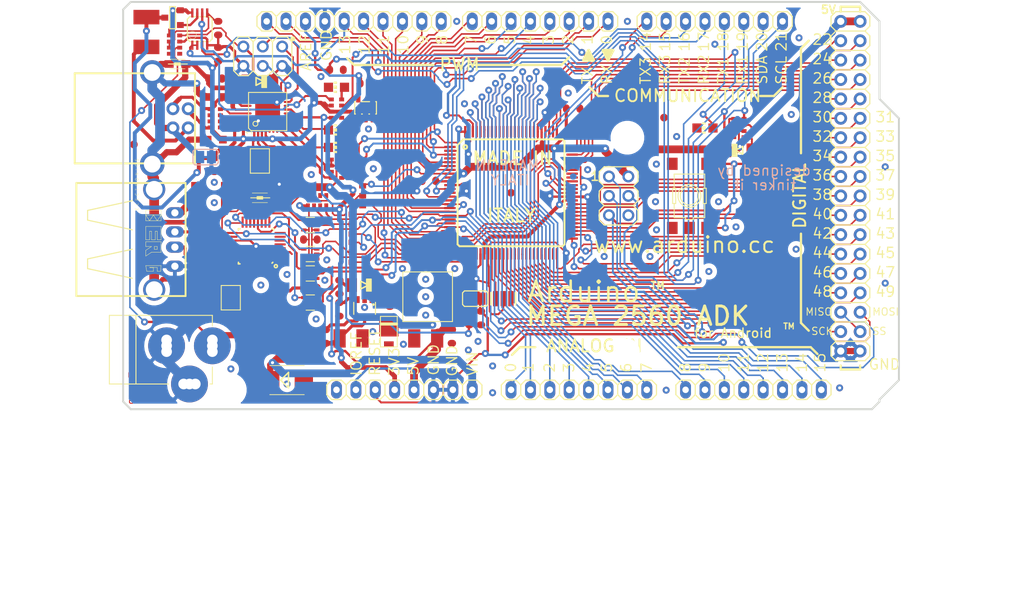
<source format=kicad_pcb>
(kicad_pcb (version 4) (host pcbnew "(2014-08-12 BZR 5064)-product")
  (layers (0 Top signal hide) (31 Bottom signal hide) (34 B.Paste user) (35 F.Paste user) (36 B.SilkS user) (37 F.SilkS user) (38 B.Mask user) (39 F.Mask user) (44 Edge.Cuts user))
  (net 0 "")
  (net 1 +5V)
  (net 2 AREF)
  (net 3 RESET)
  (net 4 VIN)
  (net 5 N$3)
  (net 6 M8RXD)
  (net 7 M8TXD)
  (net 8 ADC0)
  (net 9 ADC2)
  (net 10 ADC1)
  (net 11 ADC3)
  (net 12 ADC4)
  (net 13 ADC5)
  (net 14 ADC6)
  (net 15 ADC7)
  (net 16 +3V3)
  (net 17 SDA)
  (net 18 SCL)
  (net 19 ADC9)
  (net 20 ADC8)
  (net 21 ADC10)
  (net 22 ADC11)
  (net 23 ADC12)
  (net 24 ADC13)
  (net 25 ADC14)
  (net 26 ADC15)
  (net 27 PB3_MISO)
  (net 28 PB2_MOSI)
  (net 29 PB1_SCK)
  (net 30 PB5)
  (net 31 PB4)
  (net 32 PE5)
  (net 33 PE4)
  (net 34 PE3)
  (net 35 PE1)
  (net 36 PE0)
  (net 37 N$54)
  (net 38 N$55)
  (net 39 DTR)
  (net 40 USBVCC)
  (net 41 N$2)
  (net 42 GATE_CMD)
  (net 43 CMP)
  (net 44 PB6)
  (net 45 PH3)
  (net 46 PH4)
  (net 47 PH5)
  (net 48 PH6)
  (net 49 PG5)
  (net 50 RXD1)
  (net 51 TXD1)
  (net 52 RXD2)
  (net 53 RXD3)
  (net 54 TXD2)
  (net 55 TXD3)
  (net 56 PC0)
  (net 57 PC1)
  (net 58 PC2)
  (net 59 PC3)
  (net 60 PC4)
  (net 61 PC5)
  (net 62 PC6)
  (net 63 PC7)
  (net 64 PB0_SS)
  (net 65 PG0)
  (net 66 PG1)
  (net 67 PG2)
  (net 68 PD7)
  (net 69 PA0)
  (net 70 PA1)
  (net 71 PA2)
  (net 72 PA3)
  (net 73 PA4)
  (net 74 PA5)
  (net 75 PA6)
  (net 76 PA7)
  (net 77 PL0)
  (net 78 PL1)
  (net 79 PL2)
  (net 80 PL3)
  (net 81 PL4)
  (net 82 PL5)
  (net 83 PL6)
  (net 84 PL7)
  (net 85 PB7)
  (net 86 VUCAP)
  (net 87 RD-)
  (net 88 RD+)
  (net 89 RESET2)
  (net 90 MISO2)
  (net 91 MOSI2)
  (net 92 SCK2)
  (net 93 XVCC)
  (net 94 RXL)
  (net 95 TXL)
  (net 96 D-)
  (net 97 D+)
  (net 98 UGND)
  (net 99 USHIELD)
  (net 100 XTAL2)
  (net 101 XTAL1)
  (net 102 XT2)
  (net 103 XT1)
  (net 104 5-GND)
  (net 105 L13)
  (net 106 N$10)
  (net 107 N$11)
  (net 108 N$12)
  (net 109 N$13)
  (net 110 INT_MAX)
  (net 111 N$15)
  (net 112 N$16)
  (net 113 RST_3V3)
  (net 114 SCK_3V3)
  (net 115 SS_3V3)
  (net 116 MOSI_3V3)
  (net 117 GPX_MAX)
  (net 118 N$39)
  (net 119 N$14)
  (net 120 N$18)
  (net 121 PE6)
  (net 122 PJ2)
  (net 123 RST_5V)
  (net 124 PJ6)
  (net 125 PH7)
  (net 126 SS_MAX5)
  (net 127 BOOST)
  (net 128 SW)
  (net 129 FB)
  (net 130 EN)
  (net 131 GND)
  (module 1X08 (layer Top) (at 175.1711 80.8736 180)
    (fp_text reference COMMUNICATION (at 13.335 -10.668 180) (layer F.SilkS) (effects (font (size 1.59258 1.59258) (thickness 0.238887)) (justify left bottom)))
    (fp_text value 8x1F-H8.5 hide)
    (pad 1 thru_hole oval (at -8.89 0 270) (size 2.27584 1.4224) (drill 0.85) (layers *.Cu *.Mask) (net 18 SCL))
    (pad 2 thru_hole oval (at -6.35 0 270) (size 2.27584 1.4224) (drill 0.85) (layers *.Cu *.Mask) (net 17 SDA))
    (pad 3 thru_hole oval (at -3.81 0 270) (size 2.27584 1.4224) (drill 0.85) (layers *.Cu *.Mask) (net 50 RXD1))
    (pad 4 thru_hole oval (at -1.27 0 270) (size 2.27584 1.4224) (drill 0.85) (layers *.Cu *.Mask) (net 51 TXD1))
    (pad 5 thru_hole oval (at 1.27 0 270) (size 2.27584 1.4224) (drill 0.85) (layers *.Cu *.Mask) (net 52 RXD2))
    (pad 6 thru_hole oval (at 3.81 0 270) (size 2.27584 1.4224) (drill 0.85) (layers *.Cu *.Mask) (net 54 TXD2))
    (pad 7 thru_hole oval (at 6.35 0 270) (size 2.27584 1.4224) (drill 0.85) (layers *.Cu *.Mask) (net 53 RXD3))
    (pad 8 thru_hole oval (at 8.89 0 270) (size 2.27584 1.4224) (drill 0.85) (layers *.Cu *.Mask) (net 55 TXD3))
  )
  (module "" (layer Top) (at 194.2211 129.1336)
    (fp_text reference @HOLE0 hide)
    (fp_text value "" hide)
    (pad "" np_thru_hole circle (at 0 0) (size 3.2 3.2) (drill 3.2) (layers *.Cu))
  )
  (module "" (layer Top) (at 112.9411 80.8736)
    (fp_text reference @HOLE1 hide)
    (fp_text value "" hide)
    (pad "" np_thru_hole circle (at 0 0) (size 3.2 3.2) (drill 3.2) (layers *.Cu))
  )
  (module "" (layer Top) (at 187.8711 80.8736)
    (fp_text reference @HOLE2 hide)
    (fp_text value "" hide)
    (pad "" np_thru_hole circle (at 0 0) (size 3.2 3.2) (drill 3.2) (layers *.Cu))
  )
  (module "" (layer Top) (at 111.6711 129.1336)
    (fp_text reference @HOLE3 hide)
    (fp_text value "" hide)
    (pad "" np_thru_hole circle (at 0 0) (size 3.2 3.2) (drill 3.2) (layers *.Cu))
  )
  (module "" (layer Top) (at 163.7411 96.1136)
    (fp_text reference @HOLE4 hide)
    (fp_text value "" hide)
    (pad "" np_thru_hole circle (at 0 0) (size 3.2 3.2) (drill 3.2) (layers *.Cu))
  )
  (module "" (layer Top) (at 163.7411 124.0536)
    (fp_text reference @HOLE5 hide)
    (fp_text value "" hide)
    (pad "" np_thru_hole circle (at 0 0) (size 3.2 3.2) (drill 3.2) (layers *.Cu))
  )
  (module 2X03 (layer Top) (at 162.5981 103.7336 270)
    (fp_text reference ICSP hide)
    (fp_text value 3x2M hide)
    (pad 1 thru_hole circle (at -2.54 1.27 270) (size 1.55 1.55) (drill 0.95) (layers *.Cu *.Mask) (net 27 PB3_MISO))
    (pad 2 thru_hole circle (at -2.54 -1.27 270) (size 1.55 1.55) (drill 0.95) (layers *.Cu *.Mask) (net 1 +5V))
    (pad 3 thru_hole circle (at 0 1.27 270) (size 1.55 1.55) (drill 0.95) (layers *.Cu *.Mask) (net 29 PB1_SCK))
    (pad 4 thru_hole circle (at 0 -1.27 270) (size 1.55 1.55) (drill 0.95) (layers *.Cu *.Mask) (net 28 PB2_MOSI))
    (pad 5 thru_hole circle (at 2.54 1.27 270) (size 1.55 1.55) (drill 0.95) (layers *.Cu *.Mask) (net 3 RESET))
    (pad 6 thru_hole circle (at 2.54 -1.27 270) (size 1.55 1.55) (drill 0.95) (layers *.Cu *.Mask) (net 131 GND))
  )
  (module 1X08 (layer Top) (at 152.3111 80.8736 180)
    (fp_text reference PWML hide)
    (fp_text value 8x1F-H8.5 hide)
    (pad 1 thru_hole oval (at -8.89 0 270) (size 2.27584 1.4224) (drill 0.85) (layers *.Cu *.Mask) (net 36 PE0))
    (pad 2 thru_hole oval (at -6.35 0 270) (size 2.27584 1.4224) (drill 0.85) (layers *.Cu *.Mask) (net 35 PE1))
    (pad 3 thru_hole oval (at -3.81 0 270) (size 2.27584 1.4224) (drill 0.85) (layers *.Cu *.Mask) (net 33 PE4))
    (pad 4 thru_hole oval (at -1.27 0 270) (size 2.27584 1.4224) (drill 0.85) (layers *.Cu *.Mask) (net 32 PE5))
    (pad 5 thru_hole oval (at 1.27 0 270) (size 2.27584 1.4224) (drill 0.85) (layers *.Cu *.Mask) (net 49 PG5))
    (pad 6 thru_hole oval (at 3.81 0 270) (size 2.27584 1.4224) (drill 0.85) (layers *.Cu *.Mask) (net 34 PE3))
    (pad 7 thru_hole oval (at 6.35 0 270) (size 2.27584 1.4224) (drill 0.85) (layers *.Cu *.Mask) (net 45 PH3))
    (pad 8 thru_hole oval (at 8.89 0 270) (size 2.27584 1.4224) (drill 0.85) (layers *.Cu *.Mask) (net 46 PH4))
  )
  (module SMC_B (layer Top) (at 119.7991 122.4026)
    (fp_text reference PC1 hide)
    (fp_text value 10u hide)
    (pad + smd rect (at -1.5 0) (size 1.6 2.4) (layers Top F.Paste F.Mask) (net 4 VIN))
    (pad - smd rect (at 1.5 0 180) (size 1.6 2.4) (layers Top F.Paste F.Mask) (net 131 GND))
  )
  (module CHIP-LED0805 (layer Top) (at 173.9011 94.8436 90)
    (fp_text reference ON hide)
    (fp_text value GREEN hide)
    (pad C smd rect (at 0 -1.05 90) (size 1.2 1.2) (layers Top F.Paste F.Mask) (net 131 GND))
    (pad A smd rect (at 0 1.05 90) (size 1.2 1.2) (layers Top F.Paste F.Mask) (net 5 N$3))
  )
  (module SMB (layer Top) (at 119.1641 127.8636)
    (fp_text reference D2 hide)
    (fp_text value M7 hide)
    (pad C smd rect (at -2.2 0) (size 2.4 2.4) (layers Top F.Paste F.Mask) (net 4 VIN))
    (pad A smd rect (at 2.2 0) (size 2.4 2.4) (layers Top F.Paste F.Mask) (net 131 GND))
  )
  (module POWERSUPPLY_DC-21MM (layer Top) (at 103.0351 123.2916 90)
    (fp_text reference X1 hide)
    (fp_text value "JACK 2mm" hide)
    (pad 1 thru_hole circle (at -5.08 3.3528 90) (size 4.826 4.826) (drill 1.4) (layers *.Cu *.Mask) (net 131 GND))
    (pad 2 thru_hole circle (at -0.0762 6.35 90) (size 4.826 4.826) (drill 1.4) (layers *.Cu *.Mask) (net 4 VIN))
    (pad 3 thru_hole circle (at -0.0762 0.3556 90) (size 4.826 4.826) (drill 1.4) (layers *.Cu *.Mask) (net 131 GND))
    (pad 4 thru_hole circle (at -5.08 4.1148 90) (size 2.1 2.1) (drill 1.4) (layers *.Cu *.Mask))
    (pad 5 thru_hole circle (at -5.08 2.5908 90) (size 2.1 2.1) (drill 1.4) (layers *.Cu *.Mask))
    (pad 6 thru_hole circle (at -0.8382 0.3556 90) (size 2.1 2.1) (drill 1.4) (layers *.Cu *.Mask))
    (pad 7 thru_hole circle (at 0.6858 0.3556 90) (size 2.1 2.1) (drill 1.4) (layers *.Cu *.Mask))
    (pad 8 thru_hole circle (at -0.8382 6.35 90) (size 2.1 2.1) (drill 1.4) (layers *.Cu *.Mask))
    (pad 9 thru_hole circle (at 0.6858 6.35 90) (size 2.1 2.1) (drill 1.4) (layers *.Cu *.Mask))
  )
  (module FIDUCIA-MOUNT (layer Top) (at 168.5417 93.4814)
    (fp_text reference FID2 hide)
    (fp_text value FIDUCIALMOUNT hide)
    (pad P$1 smd circle (at 0 0) (size 1.016 1.016) (layers Top F.Paste F.Mask))
  )
  (module FIDUCIA-MOUNT (layer Top) (at 99.0981 97.0026)
    (fp_text reference FID1 hide)
    (fp_text value FIDUCIALMOUNT hide)
    (pad P$1 smd circle (at 0 0) (size 1.016 1.016) (layers Top F.Paste F.Mask))
  )
  (module FIDUCIA-MOUNT (layer Top) (at 101.3841 129.1336)
    (fp_text reference FID4 hide)
    (fp_text value FIDUCIALMOUNT hide)
    (pad P$1 smd circle (at 0 0) (size 1.016 1.016) (layers Top F.Paste F.Mask))
  )
  (module C0603-ROUND (layer Top) (at 125.6411 87.2236)
    (fp_text reference C6 hide)
    (fp_text value 100n hide)
    (pad 1 smd oval (at -0.889 0 90) (size 1.1 0.8984) (layers Top F.Paste F.Mask) (net 2 AREF))
    (pad 2 smd oval (at 0.889 0 90) (size 1.1 0.8984) (layers Top F.Paste F.Mask) (net 131 GND))
  )
  (module C0603-ROUND (layer Top) (at 137.7461 101.7626 180)
    (fp_text reference C9 hide)
    (fp_text value 100n hide)
    (pad 1 smd oval (at -0.889 0 270) (size 1.1 0.8984) (layers Top F.Paste F.Mask) (net 1 +5V))
    (pad 2 smd oval (at 0.889 0 270) (size 1.1 0.8984) (layers Top F.Paste F.Mask) (net 131 GND))
  )
  (module C0603-ROUND (layer Top) (at 115.3541 122.9106 270)
    (fp_text reference C3 hide)
    (fp_text value 100n hide)
    (pad 1 smd oval (at -0.889 0) (size 1.1 0.8984) (layers Top F.Paste F.Mask) (net 4 VIN))
    (pad 2 smd oval (at 0.889 0) (size 1.1 0.8984) (layers Top F.Paste F.Mask) (net 131 GND))
  )
  (module 1X08 (layer Top) (at 157.3911 129.1336)
    (fp_text reference ADCL hide)
    (fp_text value 8x1F-H8.5 hide)
    (pad 1 thru_hole oval (at -8.89 0 90) (size 2.27584 1.4224) (drill 0.85) (layers *.Cu *.Mask) (net 8 ADC0))
    (pad 2 thru_hole oval (at -6.35 0 90) (size 2.27584 1.4224) (drill 0.85) (layers *.Cu *.Mask) (net 10 ADC1))
    (pad 3 thru_hole oval (at -3.81 0 90) (size 2.27584 1.4224) (drill 0.85) (layers *.Cu *.Mask) (net 9 ADC2))
    (pad 4 thru_hole oval (at -1.27 0 90) (size 2.27584 1.4224) (drill 0.85) (layers *.Cu *.Mask) (net 11 ADC3))
    (pad 5 thru_hole oval (at 1.27 0 90) (size 2.27584 1.4224) (drill 0.85) (layers *.Cu *.Mask) (net 12 ADC4))
    (pad 6 thru_hole oval (at 3.81 0 90) (size 2.27584 1.4224) (drill 0.85) (layers *.Cu *.Mask) (net 13 ADC5))
    (pad 7 thru_hole oval (at 6.35 0 90) (size 2.27584 1.4224) (drill 0.85) (layers *.Cu *.Mask) (net 14 ADC6))
    (pad 8 thru_hole oval (at 8.89 0 90) (size 2.27584 1.4224) (drill 0.85) (layers *.Cu *.Mask) (net 15 ADC7))
  )
  (module TQFP100 (layer Top) (at 148.5011 103.3272)
    (fp_text reference IC3 hide)
    (fp_text value ATMEGA2560-16AU hide)
    (pad 1 smd rect (at -8 -6) (size 1.5 0.3) (layers Top F.Paste F.Mask) (net 49 PG5))
    (pad 2 smd rect (at -8 -5.5) (size 1.5 0.3) (layers Top F.Paste F.Mask) (net 36 PE0))
    (pad 3 smd rect (at -8 -5) (size 1.5 0.3) (layers Top F.Paste F.Mask) (net 35 PE1))
    (pad 4 smd rect (at -8 -4.5) (size 1.5 0.3) (layers Top F.Paste F.Mask))
    (pad 5 smd rect (at -8 -4) (size 1.5 0.3) (layers Top F.Paste F.Mask) (net 34 PE3))
    (pad 6 smd rect (at -8 -3.5) (size 1.5 0.3) (layers Top F.Paste F.Mask) (net 33 PE4))
    (pad 7 smd rect (at -8 -3) (size 1.5 0.3) (layers Top F.Paste F.Mask) (net 32 PE5))
    (pad 8 smd rect (at -8 -2.5) (size 1.5 0.3) (layers Top F.Paste F.Mask) (net 121 PE6))
    (pad 9 smd rect (at -8 -2) (size 1.5 0.3) (layers Top F.Paste F.Mask))
    (pad 10 smd rect (at -8 -1.5) (size 1.5 0.3) (layers Top F.Paste F.Mask) (net 1 +5V))
    (pad 11 smd rect (at -8 -1) (size 1.5 0.3) (layers Top F.Paste F.Mask) (net 131 GND))
    (pad 12 smd rect (at -8 -0.5) (size 1.5 0.3) (layers Top F.Paste F.Mask) (net 52 RXD2))
    (pad 13 smd rect (at -8 0) (size 1.5 0.3) (layers Top F.Paste F.Mask) (net 54 TXD2))
    (pad 14 smd rect (at -8 0.5) (size 1.5 0.3) (layers Top F.Paste F.Mask))
    (pad 15 smd rect (at -8 1) (size 1.5 0.3) (layers Top F.Paste F.Mask) (net 45 PH3))
    (pad 16 smd rect (at -8 1.5) (size 1.5 0.3) (layers Top F.Paste F.Mask) (net 46 PH4))
    (pad 17 smd rect (at -8 2) (size 1.5 0.3) (layers Top F.Paste F.Mask) (net 47 PH5))
    (pad 18 smd rect (at -8 2.5) (size 1.5 0.3) (layers Top F.Paste F.Mask) (net 48 PH6))
    (pad 19 smd rect (at -8 3) (size 1.5 0.3) (layers Top F.Paste F.Mask) (net 64 PB0_SS))
    (pad 20 smd rect (at -8 3.5) (size 1.5 0.3) (layers Top F.Paste F.Mask) (net 29 PB1_SCK))
    (pad 21 smd rect (at -8 4) (size 1.5 0.3) (layers Top F.Paste F.Mask) (net 28 PB2_MOSI))
    (pad 22 smd rect (at -8 4.5) (size 1.5 0.3) (layers Top F.Paste F.Mask) (net 27 PB3_MISO))
    (pad 23 smd rect (at -8 5) (size 1.5 0.3) (layers Top F.Paste F.Mask) (net 31 PB4))
    (pad 24 smd rect (at -8 5.5) (size 1.5 0.3) (layers Top F.Paste F.Mask) (net 30 PB5))
    (pad 25 smd rect (at -8 6) (size 1.5 0.3) (layers Top F.Paste F.Mask) (net 44 PB6))
    (pad 26 smd rect (at -6 8) (size 0.3 1.5) (layers Top F.Paste F.Mask) (net 85 PB7))
    (pad 27 smd rect (at -5.5 8) (size 0.3 1.5) (layers Top F.Paste F.Mask) (net 125 PH7))
    (pad 28 smd rect (at -5 8) (size 0.3 1.5) (layers Top F.Paste F.Mask))
    (pad 29 smd rect (at -4.5 8) (size 0.3 1.5) (layers Top F.Paste F.Mask))
    (pad 30 smd rect (at -4 8) (size 0.3 1.5) (layers Top F.Paste F.Mask) (net 3 RESET))
    (pad 31 smd rect (at -3.5 8) (size 0.3 1.5) (layers Top F.Paste F.Mask) (net 1 +5V))
    (pad 32 smd rect (at -3 8) (size 0.3 1.5) (layers Top F.Paste F.Mask) (net 131 GND))
    (pad 33 smd rect (at -2.5 8) (size 0.3 1.5) (layers Top F.Paste F.Mask) (net 100 XTAL2))
    (pad 34 smd rect (at -2 8) (size 0.3 1.5) (layers Top F.Paste F.Mask) (net 101 XTAL1))
    (pad 35 smd rect (at -1.5 8) (size 0.3 1.5) (layers Top F.Paste F.Mask) (net 77 PL0))
    (pad 36 smd rect (at -1 8) (size 0.3 1.5) (layers Top F.Paste F.Mask) (net 78 PL1))
    (pad 37 smd rect (at -0.5 8) (size 0.3 1.5) (layers Top F.Paste F.Mask) (net 79 PL2))
    (pad 38 smd rect (at 0 8) (size 0.3 1.5) (layers Top F.Paste F.Mask) (net 80 PL3))
    (pad 39 smd rect (at 0.5 8) (size 0.3 1.5) (layers Top F.Paste F.Mask) (net 81 PL4))
    (pad 40 smd rect (at 1 8) (size 0.3 1.5) (layers Top F.Paste F.Mask) (net 82 PL5))
    (pad 41 smd rect (at 1.5 8) (size 0.3 1.5) (layers Top F.Paste F.Mask) (net 83 PL6))
    (pad 42 smd rect (at 2 8) (size 0.3 1.5) (layers Top F.Paste F.Mask) (net 84 PL7))
    (pad 43 smd rect (at 2.5 8) (size 0.3 1.5) (layers Top F.Paste F.Mask) (net 18 SCL))
    (pad 44 smd rect (at 3 8) (size 0.3 1.5) (layers Top F.Paste F.Mask) (net 17 SDA))
    (pad 45 smd rect (at 3.5 8) (size 0.3 1.5) (layers Top F.Paste F.Mask) (net 50 RXD1))
    (pad 46 smd rect (at 4 8) (size 0.3 1.5) (layers Top F.Paste F.Mask) (net 51 TXD1))
    (pad 47 smd rect (at 4.5 8) (size 0.3 1.5) (layers Top F.Paste F.Mask))
    (pad 48 smd rect (at 5 8) (size 0.3 1.5) (layers Top F.Paste F.Mask))
    (pad 49 smd rect (at 5.5 8) (size 0.3 1.5) (layers Top F.Paste F.Mask))
    (pad 50 smd rect (at 6 8) (size 0.3 1.5) (layers Top F.Paste F.Mask) (net 68 PD7))
    (pad 51 smd rect (at 8 6) (size 1.5 0.3) (layers Top F.Paste F.Mask) (net 65 PG0))
    (pad 52 smd rect (at 8 5.5) (size 1.5 0.3) (layers Top F.Paste F.Mask) (net 66 PG1))
    (pad 53 smd rect (at 8 5) (size 1.5 0.3) (layers Top F.Paste F.Mask) (net 56 PC0))
    (pad 54 smd rect (at 8 4.5) (size 1.5 0.3) (layers Top F.Paste F.Mask) (net 57 PC1))
    (pad 55 smd rect (at 8 4) (size 1.5 0.3) (layers Top F.Paste F.Mask) (net 58 PC2))
    (pad 56 smd rect (at 8 3.5) (size 1.5 0.3) (layers Top F.Paste F.Mask) (net 59 PC3))
    (pad 57 smd rect (at 8 3) (size 1.5 0.3) (layers Top F.Paste F.Mask) (net 60 PC4))
    (pad 58 smd rect (at 8 2.5) (size 1.5 0.3) (layers Top F.Paste F.Mask) (net 61 PC5))
    (pad 59 smd rect (at 8 2) (size 1.5 0.3) (layers Top F.Paste F.Mask) (net 62 PC6))
    (pad 60 smd rect (at 8 1.5) (size 1.5 0.3) (layers Top F.Paste F.Mask) (net 63 PC7))
    (pad 61 smd rect (at 8 1) (size 1.5 0.3) (layers Top F.Paste F.Mask) (net 1 +5V))
    (pad 62 smd rect (at 8 0.5) (size 1.5 0.3) (layers Top F.Paste F.Mask) (net 131 GND))
    (pad 63 smd rect (at 8 0) (size 1.5 0.3) (layers Top F.Paste F.Mask) (net 53 RXD3))
    (pad 64 smd rect (at 8 -0.5) (size 1.5 0.3) (layers Top F.Paste F.Mask) (net 55 TXD3))
    (pad 65 smd rect (at 8 -1) (size 1.5 0.3) (layers Top F.Paste F.Mask) (net 122 PJ2))
    (pad 66 smd rect (at 8 -1.5) (size 1.5 0.3) (layers Top F.Paste F.Mask) (net 117 GPX_MAX))
    (pad 67 smd rect (at 8 -2) (size 1.5 0.3) (layers Top F.Paste F.Mask))
    (pad 68 smd rect (at 8 -2.5) (size 1.5 0.3) (layers Top F.Paste F.Mask))
    (pad 69 smd rect (at 8 -3) (size 1.5 0.3) (layers Top F.Paste F.Mask) (net 124 PJ6))
    (pad 70 smd rect (at 8 -3.5) (size 1.5 0.3) (layers Top F.Paste F.Mask) (net 67 PG2))
    (pad 71 smd rect (at 8 -4) (size 1.5 0.3) (layers Top F.Paste F.Mask) (net 76 PA7))
    (pad 72 smd rect (at 8 -4.5) (size 1.5 0.3) (layers Top F.Paste F.Mask) (net 75 PA6))
    (pad 73 smd rect (at 8 -5) (size 1.5 0.3) (layers Top F.Paste F.Mask) (net 74 PA5))
    (pad 74 smd rect (at 8 -5.5) (size 1.5 0.3) (layers Top F.Paste F.Mask) (net 73 PA4))
    (pad 75 smd rect (at 8 -6) (size 1.5 0.3) (layers Top F.Paste F.Mask) (net 72 PA3))
    (pad 76 smd rect (at 6 -8) (size 0.3 1.5) (layers Top F.Paste F.Mask) (net 71 PA2))
    (pad 77 smd rect (at 5.5 -8) (size 0.3 1.5) (layers Top F.Paste F.Mask) (net 70 PA1))
    (pad 78 smd rect (at 5 -8) (size 0.3 1.5) (layers Top F.Paste F.Mask) (net 69 PA0))
    (pad 79 smd rect (at 4.5 -8) (size 0.3 1.5) (layers Top F.Paste F.Mask))
    (pad 80 smd rect (at 4 -8) (size 0.3 1.5) (layers Top F.Paste F.Mask) (net 1 +5V))
    (pad 81 smd rect (at 3.5 -8) (size 0.3 1.5) (layers Top F.Paste F.Mask) (net 131 GND))
    (pad 82 smd rect (at 3 -8) (size 0.3 1.5) (layers Top F.Paste F.Mask) (net 26 ADC15))
    (pad 83 smd rect (at 2.5 -8) (size 0.3 1.5) (layers Top F.Paste F.Mask) (net 25 ADC14))
    (pad 84 smd rect (at 2 -8) (size 0.3 1.5) (layers Top F.Paste F.Mask) (net 24 ADC13))
    (pad 85 smd rect (at 1.5 -8) (size 0.3 1.5) (layers Top F.Paste F.Mask) (net 23 ADC12))
    (pad 86 smd rect (at 1 -8) (size 0.3 1.5) (layers Top F.Paste F.Mask) (net 22 ADC11))
    (pad 87 smd rect (at 0.5 -8) (size 0.3 1.5) (layers Top F.Paste F.Mask) (net 21 ADC10))
    (pad 88 smd rect (at 0 -8) (size 0.3 1.5) (layers Top F.Paste F.Mask) (net 19 ADC9))
    (pad 89 smd rect (at -0.5 -8) (size 0.3 1.5) (layers Top F.Paste F.Mask) (net 20 ADC8))
    (pad 90 smd rect (at -1 -8) (size 0.3 1.5) (layers Top F.Paste F.Mask) (net 15 ADC7))
    (pad 91 smd rect (at -1.5 -8) (size 0.3 1.5) (layers Top F.Paste F.Mask) (net 14 ADC6))
    (pad 92 smd rect (at -2 -8) (size 0.3 1.5) (layers Top F.Paste F.Mask) (net 13 ADC5))
    (pad 93 smd rect (at -2.5 -8) (size 0.3 1.5) (layers Top F.Paste F.Mask) (net 12 ADC4))
    (pad 94 smd rect (at -3 -8) (size 0.3 1.5) (layers Top F.Paste F.Mask) (net 11 ADC3))
    (pad 95 smd rect (at -3.5 -8) (size 0.3 1.5) (layers Top F.Paste F.Mask) (net 9 ADC2))
    (pad 96 smd rect (at -4 -8) (size 0.3 1.5) (layers Top F.Paste F.Mask) (net 10 ADC1))
    (pad 97 smd rect (at -4.5 -8) (size 0.3 1.5) (layers Top F.Paste F.Mask) (net 8 ADC0))
    (pad 98 smd rect (at -5 -8) (size 0.3 1.5) (layers Top F.Paste F.Mask) (net 2 AREF))
    (pad 99 smd rect (at -5.5 -8) (size 0.3 1.5) (layers Top F.Paste F.Mask) (net 131 GND))
    (pad 100 smd rect (at -6 -8) (size 0.3 1.5) (layers Top F.Paste F.Mask) (net 1 +5V))
  )
  (module C0603-ROUND (layer Top) (at 156.6291 92.3036)
    (fp_text reference C8 hide)
    (fp_text value 100n hide)
    (pad 1 smd oval (at -0.889 0 90) (size 1.1 0.8984) (layers Top F.Paste F.Mask) (net 1 +5V))
    (pad 2 smd oval (at 0.889 0 90) (size 1.1 0.8984) (layers Top F.Paste F.Mask) (net 131 GND))
  )
  (module C0603-ROUND (layer Top) (at 140.7541 122.1486 270)
    (fp_text reference C7 hide)
    (fp_text value 100n hide)
    (pad 1 smd oval (at -0.889 0) (size 1.1 0.8984) (layers Top F.Paste F.Mask) (net 1 +5V))
    (pad 2 smd oval (at 0.889 0) (size 1.1 0.8984) (layers Top F.Paste F.Mask) (net 131 GND))
  )
  (module 1X08 (layer Top) (at 180.2511 129.1336)
    (fp_text reference ADCH hide)
    (fp_text value 8x1F-H8.5 hide)
    (pad 1 thru_hole oval (at -8.89 0 90) (size 2.27584 1.4224) (drill 0.85) (layers *.Cu *.Mask) (net 20 ADC8))
    (pad 2 thru_hole oval (at -6.35 0 90) (size 2.27584 1.4224) (drill 0.85) (layers *.Cu *.Mask) (net 19 ADC9))
    (pad 3 thru_hole oval (at -3.81 0 90) (size 2.27584 1.4224) (drill 0.85) (layers *.Cu *.Mask) (net 21 ADC10))
    (pad 4 thru_hole oval (at -1.27 0 90) (size 2.27584 1.4224) (drill 0.85) (layers *.Cu *.Mask) (net 22 ADC11))
    (pad 5 thru_hole oval (at 1.27 0 90) (size 2.27584 1.4224) (drill 0.85) (layers *.Cu *.Mask) (net 23 ADC12))
    (pad 6 thru_hole oval (at 3.81 0 90) (size 2.27584 1.4224) (drill 0.85) (layers *.Cu *.Mask) (net 24 ADC13))
    (pad 7 thru_hole oval (at 6.35 0 90) (size 2.27584 1.4224) (drill 0.85) (layers *.Cu *.Mask) (net 25 ADC14))
    (pad 8 thru_hole oval (at 8.89 0 90) (size 2.27584 1.4224) (drill 0.85) (layers *.Cu *.Mask) (net 26 ADC15))
  )
  (module C0603-ROUND (layer Top) (at 144.5641 119.7356 270)
    (fp_text reference C1 hide)
    (fp_text value 22p hide)
    (pad 1 smd oval (at -0.889 0) (size 1.1 0.8984) (layers Top F.Paste F.Mask) (net 3 RESET))
    (pad 2 smd oval (at 0.889 0) (size 1.1 0.8984) (layers Top F.Paste F.Mask) (net 131 GND))
  )
  (module C0603-ROUND (layer Top) (at 109.6391 99.6696 270)
    (fp_text reference C11 hide)
    (fp_text value 100n hide)
    (pad 1 smd oval (at -0.889 0) (size 1.1 0.8984) (layers Top F.Paste F.Mask) (net 40 USBVCC))
    (pad 2 smd oval (at 0.889 0) (size 1.1 0.8984) (layers Top F.Paste F.Mask) (net 131 GND))
  )
  (module C0603-ROUND (layer Top) (at 129.6289 89.0016 180)
    (fp_text reference C23 hide)
    (fp_text value 1u hide)
    (pad 1 smd oval (at -0.889 0 270) (size 1.1 0.8984) (layers Top F.Paste F.Mask) (net 131 GND))
    (pad 2 smd oval (at 0.889 0 270) (size 1.1 0.8984) (layers Top F.Paste F.Mask) (net 16 +3V3))
  )
  (module CHIP-LED0805 (layer Top) (at 125.6411 97.3836 90)
    (fp_text reference RX hide)
    (fp_text value YELLOW hide)
    (pad C smd rect (at 0 -1.05 90) (size 1.2 1.2) (layers Top F.Paste F.Mask) (net 94 RXL))
    (pad A smd rect (at 0 1.05 90) (size 1.2 1.2) (layers Top F.Paste F.Mask) (net 37 N$54))
  )
  (module CHIP-LED0805 (layer Top) (at 125.6411 95.0976 90)
    (fp_text reference TX hide)
    (fp_text value YELLOW hide)
    (pad C smd rect (at 0 -1.05 90) (size 1.2 1.2) (layers Top F.Paste F.Mask) (net 95 TXL))
    (pad A smd rect (at 0 1.05 90) (size 1.2 1.2) (layers Top F.Paste F.Mask) (net 38 N$55))
  )
  (module PN61729 (layer Top) (at 101.5111 93.5736 270)
    (fp_text reference X2 hide)
    (fp_text value "USB B-TH" hide)
    (pad 1 thru_hole circle (at 1.25 -4.71 270) (size 1.6764 1.6764) (drill 0.95) (layers *.Cu *.Mask) (net 93 XVCC))
    (pad 2 thru_hole circle (at -1.25 -4.71 270) (size 1.6764 1.6764) (drill 0.95) (layers *.Cu *.Mask) (net 96 D-))
    (pad 3 thru_hole circle (at -1.25 -2.71 270) (size 1.6764 1.6764) (drill 0.95) (layers *.Cu *.Mask) (net 97 D+))
    (pad 4 thru_hole circle (at 1.25 -2.71 270) (size 1.6764 1.6764) (drill 0.95) (layers *.Cu *.Mask) (net 98 UGND))
    (pad P$1 thru_hole circle (at -6 0 270) (size 3.216 3.216) (drill 2.2) (layers *.Cu *.Mask) (net 99 USHIELD))
    (pad P$2 thru_hole circle (at 6 0 270) (size 3.216 3.216) (drill 2.2) (layers *.Cu *.Mask) (net 99 USHIELD))
  )
  (module L1812 (layer Top) (at 100.7491 82.2706 270)
    (fp_text reference F1 hide)
    (fp_text value "MF-MSMF050-2 500mA" hide)
    (pad 1 smd rect (at -1.95 0 270) (size 1.9 3.4) (layers Top F.Paste F.Mask) (net 40 USBVCC))
    (pad 2 smd rect (at 1.95 0 270) (size 1.9 3.4) (layers Top F.Paste F.Mask) (net 93 XVCC))
  )
  (module C0603-ROUND (layer Top) (at 111.2901 99.6696 270)
    (fp_text reference C15 hide)
    (fp_text value 100n hide)
    (pad 1 smd oval (at -0.889 0) (size 1.1 0.8984) (layers Top F.Paste F.Mask) (net 1 +5V))
    (pad 2 smd oval (at 0.889 0) (size 1.1 0.8984) (layers Top F.Paste F.Mask) (net 131 GND))
  )
  (module CHIP-LED0805 (layer Top) (at 125.6411 89.5096 90)
    (fp_text reference L hide)
    (fp_text value YELLOW hide)
    (pad C smd rect (at 0 -1.05 90) (size 1.2 1.2) (layers Top F.Paste F.Mask) (net 131 GND))
    (pad A smd rect (at 0 1.05 90) (size 1.2 1.2) (layers Top F.Paste F.Mask) (net 41 N$2))
  )
  (module C0603-ROUND (layer Top) (at 143.0401 119.7356 90)
    (fp_text reference C10 hide)
    (fp_text value 100n hide)
    (pad 1 smd oval (at -0.889 0 180) (size 1.1 0.8984) (layers Top F.Paste F.Mask) (net 39 DTR))
    (pad 2 smd oval (at 0.889 0 180) (size 1.1 0.8984) (layers Top F.Paste F.Mask) (net 3 RESET))
  )
  (module SOT-23 (layer Top) (at 104.1781 80.3656 270)
    (fp_text reference T1 hide)
    (fp_text value FDN340P hide)
    (pad 3 smd rect (at 0.9906 -1.016 270) (size 0.7874 0.889) (layers Top F.Paste F.Mask) (net 42 GATE_CMD))
    (pad 2 smd rect (at -0.9398 -1.016 270) (size 0.7874 0.889) (layers Top F.Paste F.Mask) (net 1 +5V))
    (pad 1 smd rect (at 0.0254 1.016 270) (size 0.7874 0.889) (layers Top F.Paste F.Mask) (net 40 USBVCC))
  )
  (module C0603-ROUND (layer Top) (at 110.1471 81.7626 90)
    (fp_text reference C22 hide)
    (fp_text value 100n hide)
    (pad 1 smd oval (at -0.889 0 180) (size 1.1 0.8984) (layers Top F.Paste F.Mask) (net 131 GND))
    (pad 2 smd oval (at 0.889 0 180) (size 1.1 0.8984) (layers Top F.Paste F.Mask) (net 43 CMP))
  )
  (module C0603-ROUND (layer Top) (at 110.1471 85.1916 270)
    (fp_text reference C21 hide)
    (fp_text value 100n hide)
    (pad 1 smd oval (at -0.889 0) (size 1.1 0.8984) (layers Top F.Paste F.Mask) (net 131 GND))
    (pad 2 smd oval (at 0.889 0) (size 1.1 0.8984) (layers Top F.Paste F.Mask) (net 1 +5V))
  )
  (module SJ (layer Top) (at 143.8021 117.1956 180)
    (fp_text reference RESET-EN hide)
    (fp_text value "" hide)
    (pad 1 smd rect (at -0.762 0 180) (size 1.1684 1.6002) (layers Top F.Paste F.Mask) (net 3 RESET))
    (pad 2 smd rect (at 0.762 0 180) (size 1.1684 1.6002) (layers Top F.Paste F.Mask) (net 3 RESET))
  )
  (module C0603-ROUND (layer Top) (at 109.7661 88.3666 180)
    (fp_text reference C16 hide)
    (fp_text value 1u hide)
    (pad 1 smd oval (at -0.889 0 270) (size 1.1 0.8984) (layers Top F.Paste F.Mask) (net 86 VUCAP))
    (pad 2 smd oval (at 0.889 0 270) (size 1.1 0.8984) (layers Top F.Paste F.Mask) (net 98 UGND))
  )
  (module MLF32 (layer Top) (at 116.6241 92.6846 90)
    (fp_text reference IC4 hide)
    (fp_text value ATMEGA16U2-MUR hide)
    (fp_text user 1 (at -3.1 -2 90) (layer F.SilkS) (effects (font (size 0.77216 0.77216) (thickness 0.065024)) (justify left bottom)))
    (pad 1 smd oval (at -2.45 -1.75 180) (size 0.28 0.7) (layers Top F.Paste F.Mask) (net 103 XT1))
    (pad 2 smd oval (at -2.45 -1.25 180) (size 0.28 0.7) (layers Top F.Paste F.Mask) (net 102 XT2))
    (pad 3 smd oval (at -2.45 -0.75 180) (size 0.28 0.7) (layers Top F.Paste F.Mask) (net 131 GND))
    (pad 4 smd oval (at -2.45 -0.25 180) (size 0.28 0.7) (layers Top F.Paste F.Mask) (net 1 +5V))
    (pad 5 smd oval (at -2.45 0.25 180) (size 0.28 0.7) (layers Top F.Paste F.Mask))
    (pad 6 smd oval (at -2.45 0.75 180) (size 0.28 0.7) (layers Top F.Paste F.Mask))
    (pad 7 smd oval (at -2.45 1.25 180) (size 0.28 0.7) (layers Top F.Paste F.Mask))
    (pad 8 smd oval (at -2.45 1.75 180) (size 0.28 0.7) (layers Top F.Paste F.Mask) (net 7 M8TXD))
    (pad 9 smd oval (at -1.75 2.45 270) (size 0.28 0.7) (layers Top F.Paste F.Mask) (net 6 M8RXD))
    (pad 10 smd oval (at -1.25 2.45 270) (size 0.28 0.7) (layers Top F.Paste F.Mask) (net 94 RXL))
    (pad 11 smd oval (at -0.75 2.45 270) (size 0.28 0.7) (layers Top F.Paste F.Mask) (net 95 TXL))
    (pad 12 smd oval (at -0.25 2.45 270) (size 0.28 0.7) (layers Top F.Paste F.Mask))
    (pad 13 smd oval (at 0.25 2.45 270) (size 0.28 0.7) (layers Top F.Paste F.Mask) (net 39 DTR))
    (pad 14 smd oval (at 0.75 2.45 270) (size 0.28 0.7) (layers Top F.Paste F.Mask))
    (pad 15 smd oval (at 1.25 2.45 270) (size 0.28 0.7) (layers Top F.Paste F.Mask) (net 92 SCK2))
    (pad 16 smd oval (at 1.75 2.45 270) (size 0.28 0.7) (layers Top F.Paste F.Mask) (net 91 MOSI2))
    (pad 17 smd oval (at 2.45 1.75 180) (size 0.28 0.7) (layers Top F.Paste F.Mask) (net 90 MISO2))
    (pad 18 smd oval (at 2.45 1.25 180) (size 0.28 0.7) (layers Top F.Paste F.Mask))
    (pad 19 smd oval (at 2.45 0.75 180) (size 0.28 0.7) (layers Top F.Paste F.Mask))
    (pad 20 smd oval (at 2.45 0.25 180) (size 0.28 0.7) (layers Top F.Paste F.Mask))
    (pad 21 smd oval (at 2.45 -0.25 180) (size 0.28 0.7) (layers Top F.Paste F.Mask))
    (pad 22 smd oval (at 2.45 -0.75 180) (size 0.28 0.7) (layers Top F.Paste F.Mask))
    (pad 23 smd oval (at 2.45 -1.25 180) (size 0.28 0.7) (layers Top F.Paste F.Mask))
    (pad 24 smd oval (at 2.45 -1.75 180) (size 0.28 0.7) (layers Top F.Paste F.Mask) (net 89 RESET2))
    (pad 25 smd oval (at 1.75 -2.45 270) (size 0.28 0.7) (layers Top F.Paste F.Mask))
    (pad 26 smd oval (at 1.25 -2.45 270) (size 0.28 0.7) (layers Top F.Paste F.Mask))
    (pad 27 smd oval (at 0.75 -2.45 270) (size 0.28 0.7) (layers Top F.Paste F.Mask) (net 86 VUCAP))
    (pad 28 smd oval (at 0.25 -2.45 270) (size 0.28 0.7) (layers Top F.Paste F.Mask) (net 98 UGND))
    (pad 29 smd oval (at -0.25 -2.45 270) (size 0.28 0.7) (layers Top F.Paste F.Mask) (net 88 RD+))
    (pad 30 smd oval (at -0.75 -2.45 270) (size 0.28 0.7) (layers Top F.Paste F.Mask) (net 87 RD-))
    (pad 31 smd oval (at -1.25 -2.45 270) (size 0.28 0.7) (layers Top F.Paste F.Mask) (net 40 USBVCC))
    (pad 32 smd oval (at -1.75 -2.45 270) (size 0.28 0.7) (layers Top F.Paste F.Mask) (net 1 +5V))
    (pad 33 smd rect (at 0 0 270) (size 3.254 3.254) (layers Top F.Paste F.Mask) (net 131 GND))
  )
  (module 2X03 (layer Top) (at 115.9891 85.4456 180)
    (fp_text reference ICSP1 hide)
    (fp_text value 3x2M hide)
    (pad 1 thru_hole circle (at -2.54 1.27 180) (size 1.55 1.55) (drill 0.95) (layers *.Cu *.Mask) (net 90 MISO2))
    (pad 2 thru_hole circle (at -2.54 -1.27 180) (size 1.55 1.55) (drill 0.95) (layers *.Cu *.Mask) (net 1 +5V))
    (pad 3 thru_hole circle (at 0 1.27 180) (size 1.55 1.55) (drill 0.95) (layers *.Cu *.Mask) (net 92 SCK2))
    (pad 4 thru_hole circle (at 0 -1.27 180) (size 1.55 1.55) (drill 0.95) (layers *.Cu *.Mask) (net 91 MOSI2))
    (pad 5 thru_hole circle (at 2.54 1.27 180) (size 1.55 1.55) (drill 0.95) (layers *.Cu *.Mask) (net 89 RESET2))
    (pad 6 thru_hole circle (at 2.54 -1.27 180) (size 1.55 1.55) (drill 0.95) (layers *.Cu *.Mask) (net 131 GND))
  )
  (module 0805 (layer Top) (at 104.8131 86.4616 180)
    (fp_text reference L2 hide)
    (fp_text value MH2029-300Y hide)
    (pad 1 smd rect (at -1.1 0 180) (size 1.2 1) (layers Top F.Paste F.Mask) (net 98 UGND))
    (pad 2 smd rect (at 1.1 0 180) (size 1.2 1) (layers Top F.Paste F.Mask) (net 99 USHIELD))
  )
  (module CT%2fCN0603 (layer Top) (at 109.7661 96.3676)
    (fp_text reference Z1 hide)
    (fp_text value CG0603MLC-05E hide)
    (pad 1 smd rect (at -1 0) (size 1 1) (layers Top F.Paste F.Mask) (net 99 USHIELD))
    (pad 2 smd rect (at 1 0) (size 1 1) (layers Top F.Paste F.Mask) (net 96 D-))
  )
  (module CT%2fCN0603 (layer Top) (at 109.7661 90.7796)
    (fp_text reference Z2 hide)
    (fp_text value CG0603MLC-05E hide)
    (pad 1 smd rect (at -1 0) (size 1 1) (layers Top F.Paste F.Mask) (net 99 USHIELD))
    (pad 2 smd rect (at 1 0) (size 1 1) (layers Top F.Paste F.Mask) (net 97 D+))
  )
  (module SJ (layer Bottom) (at 108.4961 98.6536)
    (fp_text reference GROUND hide)
    (fp_text value "" hide)
    (pad 1 smd rect (at -0.762 0) (size 1.1684 1.6002) (layers Bottom B.Paste B.Mask) (net 98 UGND))
    (pad 2 smd rect (at 0.762 0) (size 1.1684 1.6002) (layers Bottom B.Paste B.Mask) (net 131 GND))
  )
  (module RESONATOR (layer Top) (at 147.4851 117.1956)
    (fp_text reference Y1 hide)
    (fp_text value "16MHz CSTCE16M0V53-R0" hide)
    (pad 1 smd rect (at -1 0 90) (size 2 0.7) (layers Top F.Paste F.Mask) (net 100 XTAL2))
    (pad 2 smd rect (at 0 0 90) (size 2 0.7) (layers Top F.Paste F.Mask) (net 131 GND))
    (pad 3 smd rect (at 1 0 90) (size 2 0.7) (layers Top F.Paste F.Mask) (net 101 XTAL1))
  )
  (module CAY16 (layer Top) (at 125.6411 100.1776 90)
    (fp_text reference RN5 hide)
    (fp_text value 1k hide)
    (pad 1 smd rect (at -1.2 0.675 90) (size 0.5 0.65) (layers Top F.Paste F.Mask) (net 35 PE1))
    (pad 2 smd rect (at -0.4 0.675 90) (size 0.5 0.65) (layers Top F.Paste F.Mask) (net 36 PE0))
    (pad 3 smd rect (at 0.4 0.675 90) (size 0.5 0.65) (layers Top F.Paste F.Mask) (net 38 N$55))
    (pad 4 smd rect (at 1.2 0.675 90) (size 0.5 0.65) (layers Top F.Paste F.Mask) (net 37 N$54))
    (pad 5 smd rect (at 1.2 -0.675 90) (size 0.5 0.65) (layers Top F.Paste F.Mask) (net 1 +5V))
    (pad 6 smd rect (at 0.4 -0.675 90) (size 0.5 0.65) (layers Top F.Paste F.Mask) (net 1 +5V))
    (pad 7 smd rect (at -0.4 -0.675 90) (size 0.5 0.65) (layers Top F.Paste F.Mask) (net 6 M8RXD))
    (pad 8 smd rect (at -1.2 -0.675 90) (size 0.5 0.65) (layers Top F.Paste F.Mask) (net 7 M8TXD))
  )
  (module CAT16 (layer Top) (at 104.4321 83.9216 270)
    (fp_text reference RN3 hide)
    (fp_text value 10K hide)
    (pad 1 smd rect (at -1.2 0.675 270) (size 0.5 0.65) (layers Top F.Paste F.Mask) (net 1 +5V))
    (pad 2 smd rect (at -0.4 0.675 270) (size 0.5 0.65) (layers Top F.Paste F.Mask) (net 43 CMP))
    (pad 3 smd rect (at 0.4 0.675 270) (size 0.5 0.65) (layers Top F.Paste F.Mask) (net 43 CMP))
    (pad 4 smd rect (at 1.2 0.675 270) (size 0.5 0.65) (layers Top F.Paste F.Mask))
    (pad 5 smd rect (at 1.2 -0.675 270) (size 0.5 0.65) (layers Top F.Paste F.Mask))
    (pad 6 smd rect (at 0.4 -0.675 270) (size 0.5 0.65) (layers Top F.Paste F.Mask) (net 4 VIN))
    (pad 7 smd rect (at -0.4 -0.675 270) (size 0.5 0.65) (layers Top F.Paste F.Mask) (net 131 GND))
    (pad 8 smd rect (at -1.2 -0.675 270) (size 0.5 0.65) (layers Top F.Paste F.Mask) (net 89 RESET2))
  )
  (module CAT16 (layer Top) (at 178.3461 94.8436 270)
    (fp_text reference RN1 hide)
    (fp_text value 10K hide)
    (pad 1 smd rect (at -1.2 0.675 270) (size 0.5 0.65) (layers Top F.Paste F.Mask) (net 1 +5V))
    (pad 2 smd rect (at -0.4 0.675 270) (size 0.5 0.65) (layers Top F.Paste F.Mask) (net 1 +5V))
    (pad 3 smd rect (at 0.4 0.675 270) (size 0.5 0.65) (layers Top F.Paste F.Mask) (net 17 SDA))
    (pad 4 smd rect (at 1.2 0.675 270) (size 0.5 0.65) (layers Top F.Paste F.Mask))
    (pad 5 smd rect (at 1.2 -0.675 270) (size 0.5 0.65) (layers Top F.Paste F.Mask))
    (pad 6 smd rect (at 0.4 -0.675 270) (size 0.5 0.65) (layers Top F.Paste F.Mask) (net 1 +5V))
    (pad 7 smd rect (at -0.4 -0.675 270) (size 0.5 0.65) (layers Top F.Paste F.Mask) (net 3 RESET))
    (pad 8 smd rect (at -1.2 -0.675 270) (size 0.5 0.65) (layers Top F.Paste F.Mask) (net 18 SCL))
  )
  (module CAY16 (layer Top) (at 125.6411 92.3036 270)
    (fp_text reference RN2 hide)
    (fp_text value 1k hide)
    (pad 1 smd rect (at -1.2 0.675 270) (size 0.5 0.65) (layers Top F.Paste F.Mask) (net 105 L13))
    (pad 2 smd rect (at -0.4 0.675 270) (size 0.5 0.65) (layers Top F.Paste F.Mask) (net 1 +5V))
    (pad 3 smd rect (at 0.4 0.675 270) (size 0.5 0.65) (layers Top F.Paste F.Mask) (net 1 +5V))
    (pad 4 smd rect (at 1.2 0.675 270) (size 0.5 0.65) (layers Top F.Paste F.Mask) (net 39 DTR))
    (pad 5 smd rect (at 1.2 -0.675 270) (size 0.5 0.65) (layers Top F.Paste F.Mask) (net 131 GND))
    (pad 6 smd rect (at 0.4 -0.675 270) (size 0.5 0.65) (layers Top F.Paste F.Mask) (net 1 +5V))
    (pad 7 smd rect (at -0.4 -0.675 270) (size 0.5 0.65) (layers Top F.Paste F.Mask) (net 5 N$3))
    (pad 8 smd rect (at -1.2 -0.675 270) (size 0.5 0.65) (layers Top F.Paste F.Mask) (net 41 N$2))
  )
  (module FIDUCIA-MOUNT (layer Top) (at 148.5011 103.3272)
    (fp_text reference FID3 hide)
    (fp_text value FIDUCIALMOUNT hide)
    (pad P$1 smd circle (at 0 0) (size 1.016 1.016) (layers Top F.Paste F.Mask))
  )
  (module CAY16 (layer Top) (at 109.7661 93.5736 90)
    (fp_text reference RN4 hide)
    (fp_text value 22R hide)
    (pad 1 smd rect (at -1.2 0.675 90) (size 0.5 0.65) (layers Top F.Paste F.Mask) (net 87 RD-))
    (pad 2 smd rect (at -0.4 0.675 90) (size 0.5 0.65) (layers Top F.Paste F.Mask))
    (pad 3 smd rect (at 0.4 0.675 90) (size 0.5 0.65) (layers Top F.Paste F.Mask))
    (pad 4 smd rect (at 1.2 0.675 90) (size 0.5 0.65) (layers Top F.Paste F.Mask) (net 88 RD+))
    (pad 5 smd rect (at 1.2 -0.675 90) (size 0.5 0.65) (layers Top F.Paste F.Mask) (net 97 D+))
    (pad 6 smd rect (at 0.4 -0.675 90) (size 0.5 0.65) (layers Top F.Paste F.Mask))
    (pad 7 smd rect (at -0.4 -0.675 90) (size 0.5 0.65) (layers Top F.Paste F.Mask))
    (pad 8 smd rect (at -1.2 -0.675 90) (size 0.5 0.65) (layers Top F.Paste F.Mask) (net 96 D-))
  )
  (module TS42 (layer Top) (at 171.8691 103.7336 90)
    (fp_text reference RESET hide)
    (fp_text value TS42 hide)
    (pad 1 smd rect (at -4.2 -2.25 90) (size 1.6 1.4) (layers Top F.Paste F.Mask) (net 131 GND))
    (pad 2 smd rect (at 4.2 -2.25 90) (size 1.6 1.4) (layers Top F.Paste F.Mask) (net 131 GND))
    (pad 3 smd rect (at -4.2 2.25 90) (size 1.6 1.4) (layers Top F.Paste F.Mask) (net 3 RESET))
    (pad 4 smd rect (at 4.2 2.25 90) (size 1.6 1.4) (layers Top F.Paste F.Mask) (net 3 RESET))
    (pad 5 smd rect (at -4.2 0 90) (size 1.6 1.4) (layers Top F.Paste F.Mask) (net 104 5-GND))
  )
  (module SOT23-DBV (layer Top) (at 129.4511 92.202)
    (fp_text reference IC7 hide)
    (fp_text value LP2985-33DBVR hide)
    (pad 1 smd rect (at -0.95 1.3) (size 0.55 1.2) (layers Top F.Paste F.Mask) (net 1 +5V))
    (pad 2 smd rect (at 0 1.3) (size 0.55 1.2) (layers Top F.Paste F.Mask) (net 131 GND))
    (pad 3 smd rect (at 0.95 1.3) (size 0.55 1.2) (layers Top F.Paste F.Mask) (net 1 +5V))
    (pad 4 smd rect (at 0.95 -1.3) (size 0.55 1.2) (layers Top F.Paste F.Mask))
    (pad 5 smd rect (at -0.95 -1.3) (size 0.55 1.2) (layers Top F.Paste F.Mask) (net 16 +3V3))
  )
  (module C0603-ROUND (layer Top) (at 112.9411 99.6696 270)
    (fp_text reference C13 hide)
    (fp_text value 22p hide)
    (pad 1 smd oval (at -0.889 0) (size 1.1 0.8984) (layers Top F.Paste F.Mask) (net 103 XT1))
    (pad 2 smd oval (at 0.889 0) (size 1.1 0.8984) (layers Top F.Paste F.Mask) (net 131 GND))
  )
  (module C0603-ROUND (layer Top) (at 118.2751 99.6696 90)
    (fp_text reference C12 hide)
    (fp_text value 22p hide)
    (pad 1 smd oval (at -0.889 0 180) (size 1.1 0.8984) (layers Top F.Paste F.Mask) (net 102 XT2))
    (pad 2 smd oval (at 0.889 0 180) (size 1.1 0.8984) (layers Top F.Paste F.Mask) (net 131 GND))
  )
  (module MSOP08 (layer Top) (at 107.7341 81.8896)
    (fp_text reference IC1 hide)
    (fp_text value LMV358IDGKR hide)
    (pad 8 smd rect (at -0.976 -2.112) (size 0.3 1.2) (layers Top F.Paste F.Mask) (net 1 +5V))
    (pad 7 smd rect (at -0.326 -2.112) (size 0.3 1.2) (layers Top F.Paste F.Mask) (net 42 GATE_CMD))
    (pad 6 smd rect (at 0.324 -2.112) (size 0.3 1.2) (layers Top F.Paste F.Mask) (net 16 +3V3))
    (pad 5 smd rect (at 0.974 -2.112) (size 0.3 1.2) (layers Top F.Paste F.Mask) (net 43 CMP))
    (pad 4 smd rect (at 0.974 2.113) (size 0.3 1.2) (layers Top F.Paste F.Mask) (net 131 GND))
    (pad 3 smd rect (at 0.324 2.113) (size 0.3 1.2) (layers Top F.Paste F.Mask) (net 85 PB7))
    (pad 2 smd rect (at -0.326 2.113) (size 0.3 1.2) (layers Top F.Paste F.Mask) (net 105 L13))
    (pad 1 smd rect (at -0.976 2.113) (size 0.3 1.2) (layers Top F.Paste F.Mask) (net 105 L13))
  )
  (module TQFP32-05 (layer Top) (at 115.1001 110.3376 90)
    (fp_text reference U7A hide)
    (fp_text value MAX3421EEHJ hide)
    (pad 1 smd rect (at -1.75 3.16 90) (size 0.27 1.45) (layers Top F.Paste F.Mask))
    (pad 2 smd rect (at -1.25 3.16 90) (size 0.27 1.45) (layers Top F.Paste F.Mask) (net 16 +3V3))
    (pad 3 smd rect (at -0.75 3.16 90) (size 0.27 1.45) (layers Top F.Paste F.Mask) (net 131 GND))
    (pad 4 smd rect (at -0.25 3.16 90) (size 0.27 1.45) (layers Top F.Paste F.Mask))
    (pad 5 smd rect (at 0.25 3.16 90) (size 0.27 1.45) (layers Top F.Paste F.Mask))
    (pad 6 smd rect (at 0.75 3.16 90) (size 0.27 1.45) (layers Top F.Paste F.Mask))
    (pad 7 smd rect (at 1.25 3.16 90) (size 0.27 1.45) (layers Top F.Paste F.Mask))
    (pad 8 smd rect (at 1.75 3.16 90) (size 0.27 1.45) (layers Top F.Paste F.Mask))
    (pad 9 smd rect (at 3.16 1.75 180) (size 0.27 1.45) (layers Top F.Paste F.Mask))
    (pad 10 smd rect (at 3.16 1.25 180) (size 0.27 1.45) (layers Top F.Paste F.Mask))
    (pad 11 smd rect (at 3.16 0.75 180) (size 0.27 1.45) (layers Top F.Paste F.Mask))
    (pad 12 smd rect (at 3.16 0.25 180) (size 0.27 1.45) (layers Top F.Paste F.Mask) (net 113 RST_3V3))
    (pad 13 smd rect (at 3.16 -0.25 180) (size 0.27 1.45) (layers Top F.Paste F.Mask) (net 114 SCK_3V3))
    (pad 14 smd rect (at 3.16 -0.75 180) (size 0.27 1.45) (layers Top F.Paste F.Mask) (net 115 SS_3V3))
    (pad 15 smd rect (at 3.16 -1.25 180) (size 0.27 1.45) (layers Top F.Paste F.Mask) (net 27 PB3_MISO))
    (pad 16 smd rect (at 3.16 -1.75 180) (size 0.27 1.45) (layers Top F.Paste F.Mask) (net 116 MOSI_3V3))
    (pad 17 smd rect (at 1.75 -3.16 90) (size 0.27 1.45) (layers Top F.Paste F.Mask) (net 117 GPX_MAX))
    (pad 18 smd rect (at 1.25 -3.16 90) (size 0.27 1.45) (layers Top F.Paste F.Mask) (net 110 INT_MAX))
    (pad 19 smd rect (at 0.75 -3.16 90) (size 0.27 1.45) (layers Top F.Paste F.Mask) (net 131 GND))
    (pad 20 smd rect (at 0.25 -3.16 90) (size 0.27 1.45) (layers Top F.Paste F.Mask) (net 108 N$12))
    (pad 21 smd rect (at -0.25 -3.16 90) (size 0.27 1.45) (layers Top F.Paste F.Mask) (net 109 N$13))
    (pad 22 smd rect (at -0.75 -3.16 90) (size 0.27 1.45) (layers Top F.Paste F.Mask) (net 118 N$39))
    (pad 23 smd rect (at -1.25 -3.16 90) (size 0.27 1.45) (layers Top F.Paste F.Mask) (net 16 +3V3))
    (pad 24 smd rect (at -1.75 -3.16 90) (size 0.27 1.45) (layers Top F.Paste F.Mask) (net 111 N$15))
    (pad 25 smd rect (at -3.16 -1.75 180) (size 0.27 1.45) (layers Top F.Paste F.Mask) (net 112 N$16))
    (pad 26 smd rect (at -3.16 -1.25 180) (size 0.27 1.45) (layers Top F.Paste F.Mask))
    (pad 27 smd rect (at -3.16 -0.75 180) (size 0.27 1.45) (layers Top F.Paste F.Mask))
    (pad 28 smd rect (at -3.16 -0.25 180) (size 0.27 1.45) (layers Top F.Paste F.Mask))
    (pad 29 smd rect (at -3.16 0.25 180) (size 0.27 1.45) (layers Top F.Paste F.Mask))
    (pad 30 smd rect (at -3.16 0.75 180) (size 0.27 1.45) (layers Top F.Paste F.Mask))
    (pad 31 smd rect (at -3.16 1.25 180) (size 0.27 1.45) (layers Top F.Paste F.Mask))
    (pad 32 smd rect (at -3.16 1.75 180) (size 0.27 1.45) (layers Top F.Paste F.Mask))
  )
  (module CAY16 (layer Top) (at 108.7501 110.7186 270)
    (fp_text reference RN7 hide)
    (fp_text value 22R hide)
    (pad 1 smd rect (at -1.2 0.675 270) (size 0.5 0.65) (layers Top F.Paste F.Mask) (net 106 N$10))
    (pad 2 smd rect (at -0.4 0.675 270) (size 0.5 0.65) (layers Top F.Paste F.Mask))
    (pad 3 smd rect (at 0.4 0.675 270) (size 0.5 0.65) (layers Top F.Paste F.Mask))
    (pad 4 smd rect (at 1.2 0.675 270) (size 0.5 0.65) (layers Top F.Paste F.Mask) (net 107 N$11))
    (pad 5 smd rect (at 1.2 -0.675 270) (size 0.5 0.65) (layers Top F.Paste F.Mask) (net 109 N$13))
    (pad 6 smd rect (at 0.4 -0.675 270) (size 0.5 0.65) (layers Top F.Paste F.Mask))
    (pad 7 smd rect (at -0.4 -0.675 270) (size 0.5 0.65) (layers Top F.Paste F.Mask))
    (pad 8 smd rect (at -1.2 -0.675 270) (size 0.5 0.65) (layers Top F.Paste F.Mask) (net 108 N$12))
  )
  (module L1812 (layer Top) (at 109.5121 103.6066 180)
    (fp_text reference F2 hide)
    (fp_text value "MF-MSMF050-2 500mA" hide)
    (pad 1 smd rect (at -1.95 0 180) (size 1.9 3.4) (layers Top F.Paste F.Mask) (net 120 N$18))
    (pad 2 smd rect (at 1.95 0 180) (size 1.9 3.4) (layers Top F.Paste F.Mask) (net 119 N$14))
  )
  (module 0805 (layer Top) (at 115.6081 103.9876 180)
    (fp_text reference L3 hide)
    (fp_text value MH2029-300Y hide)
    (pad 1 smd rect (at -1.1 0 180) (size 1.2 1) (layers Top F.Paste F.Mask) (net 1 +5V))
    (pad 2 smd rect (at 1.1 0 180) (size 1.2 1) (layers Top F.Paste F.Mask) (net 120 N$18))
  )
  (module C0603-ROUND (layer Top) (at 115.6081 102.362)
    (fp_text reference C17 hide)
    (fp_text value 100n hide)
    (pad 1 smd oval (at -0.889 0 90) (size 1.1 0.8984) (layers Top F.Paste F.Mask) (net 120 N$18))
    (pad 2 smd oval (at 0.889 0 90) (size 1.1 0.8984) (layers Top F.Paste F.Mask) (net 131 GND))
  )
  (module C0603-ROUND (layer Top) (at 107.8611 117.0686 270)
    (fp_text reference C24 hide)
    (fp_text value 100n hide)
    (pad 1 smd oval (at -0.889 0) (size 1.1 0.8984) (layers Top F.Paste F.Mask) (net 118 N$39))
    (pad 2 smd oval (at 0.889 0) (size 1.1 0.8984) (layers Top F.Paste F.Mask) (net 131 GND))
  )
  (module C0603-ROUND (layer Top) (at 117.3861 117.0686 270)
    (fp_text reference C18 hide)
    (fp_text value 100n hide)
    (pad 1 smd oval (at -0.889 0) (size 1.1 0.8984) (layers Top F.Paste F.Mask) (net 16 +3V3))
    (pad 2 smd oval (at 0.889 0) (size 1.1 0.8984) (layers Top F.Paste F.Mask) (net 131 GND))
  )
  (module C0603-ROUND (layer Top) (at 114.2111 117.0686 90)
    (fp_text reference C19 hide)
    (fp_text value 22p hide)
    (pad 1 smd oval (at -0.889 0 180) (size 1.1 0.8984) (layers Top F.Paste F.Mask) (net 131 GND))
    (pad 2 smd oval (at 0.889 0 180) (size 1.1 0.8984) (layers Top F.Paste F.Mask) (net 112 N$16))
  )
  (module C0603-ROUND (layer Top) (at 109.3851 117.0686 90)
    (fp_text reference C20 hide)
    (fp_text value 22p hide)
    (pad 1 smd oval (at -0.889 0 180) (size 1.1 0.8984) (layers Top F.Paste F.Mask) (net 131 GND))
    (pad 2 smd oval (at 0.889 0 180) (size 1.1 0.8984) (layers Top F.Paste F.Mask) (net 111 N$15))
  )
  (module CT%2fCN0603 (layer Top) (at 108.2421 113.3856 180)
    (fp_text reference Z3 hide)
    (fp_text value CG0603MLC-05E hide)
    (pad 1 smd rect (at -1 0 180) (size 1 1) (layers Top F.Paste F.Mask) (net 99 USHIELD))
    (pad 2 smd rect (at 1 0 180) (size 1 1) (layers Top F.Paste F.Mask) (net 107 N$11))
  )
  (module CT%2fCN0603 (layer Top) (at 108.2421 108.0516 180)
    (fp_text reference Z4 hide)
    (fp_text value CG0603MLC-05E hide)
    (pad 1 smd rect (at -1 0 180) (size 1 1) (layers Top F.Paste F.Mask) (net 99 USHIELD))
    (pad 2 smd rect (at 1 0 180) (size 1 1) (layers Top F.Paste F.Mask) (net 106 N$10))
  )
  (module J0402 (layer Top) (at 129.0701 104.3686 90)
    (fp_text reference SJ3 hide)
    (fp_text value NM hide)
    (pad 1 smd rect (at -0.65 0 90) (size 0.7 0.9) (layers Top F.Paste F.Mask) (net 124 PJ6))
    (pad 2 smd rect (at 0.65 0 90) (size 0.7 0.9) (layers Top F.Paste F.Mask) (net 110 INT_MAX))
    (pad 3 smd rect (at 1.95 0 90) (size 0.7 0.9) (layers Top F.Paste F.Mask) (net 121 PE6))
  )
  (module J0402 (layer Top) (at 127.6731 110.4646 270)
    (fp_text reference SJ1 hide)
    (fp_text value NM hide)
    (pad 1 smd rect (at -0.65 0 270) (size 0.7 0.9) (layers Top F.Paste F.Mask) (net 46 PH4))
    (pad 2 smd rect (at 0.65 0 270) (size 0.7 0.9) (layers Top F.Paste F.Mask) (net 123 RST_5V))
    (pad 3 smd rect (at 1.95 0 270) (size 0.7 0.9) (layers Top F.Paste F.Mask) (net 122 PJ2))
  )
  (module SC70-5 (layer Top) (at 122.2121 111.3536 90)
    (fp_text reference IC5 hide)
    (fp_text value 74LVC1G125DCK hide)
    (pad 1 smd rect (at -0.65 0.85 90) (size 0.4 0.7) (layers Top F.Paste F.Mask) (net 131 GND))
    (pad 2 smd rect (at 0 0.85 90) (size 0.4 0.7) (layers Top F.Paste F.Mask) (net 123 RST_5V))
    (pad 3 smd rect (at 0.65 0.85 90) (size 0.4 0.7) (layers Top F.Paste F.Mask) (net 131 GND))
    (pad 4 smd rect (at 0.65 -0.85 90) (size 0.4 0.7) (layers Top F.Paste F.Mask) (net 113 RST_3V3))
    (pad 5 smd rect (at -0.65 -0.85 90) (size 0.4 0.7) (layers Top F.Paste F.Mask) (net 16 +3V3))
  )
  (module SC70-5 (layer Top) (at 122.2121 113.8936 90)
    (fp_text reference IC6 hide)
    (fp_text value 74LVC1G125DCK hide)
    (pad 1 smd rect (at -0.65 0.85 90) (size 0.4 0.7) (layers Top F.Paste F.Mask) (net 131 GND))
    (pad 2 smd rect (at 0 0.85 90) (size 0.4 0.7) (layers Top F.Paste F.Mask) (net 29 PB1_SCK))
    (pad 3 smd rect (at 0.65 0.85 90) (size 0.4 0.7) (layers Top F.Paste F.Mask) (net 131 GND))
    (pad 4 smd rect (at 0.65 -0.85 90) (size 0.4 0.7) (layers Top F.Paste F.Mask) (net 114 SCK_3V3))
    (pad 5 smd rect (at -0.65 -0.85 90) (size 0.4 0.7) (layers Top F.Paste F.Mask) (net 16 +3V3))
  )
  (module SC70-5 (layer Top) (at 122.2121 107.5436 90)
    (fp_text reference IC8 hide)
    (fp_text value 74LVC1G125DCK hide)
    (pad 1 smd rect (at -0.65 0.85 90) (size 0.4 0.7) (layers Top F.Paste F.Mask) (net 131 GND))
    (pad 2 smd rect (at 0 0.85 90) (size 0.4 0.7) (layers Top F.Paste F.Mask) (net 126 SS_MAX5))
    (pad 3 smd rect (at 0.65 0.85 90) (size 0.4 0.7) (layers Top F.Paste F.Mask) (net 131 GND))
    (pad 4 smd rect (at 0.65 -0.85 90) (size 0.4 0.7) (layers Top F.Paste F.Mask) (net 115 SS_3V3))
    (pad 5 smd rect (at -0.65 -0.85 90) (size 0.4 0.7) (layers Top F.Paste F.Mask) (net 16 +3V3))
  )
  (module SC70-5 (layer Top) (at 122.2121 117.7036 90)
    (fp_text reference IC9 hide)
    (fp_text value 74LVC1G125DCK hide)
    (pad 1 smd rect (at -0.65 0.85 90) (size 0.4 0.7) (layers Top F.Paste F.Mask) (net 131 GND))
    (pad 2 smd rect (at 0 0.85 90) (size 0.4 0.7) (layers Top F.Paste F.Mask) (net 28 PB2_MOSI))
    (pad 3 smd rect (at 0.65 0.85 90) (size 0.4 0.7) (layers Top F.Paste F.Mask) (net 131 GND))
    (pad 4 smd rect (at 0.65 -0.85 90) (size 0.4 0.7) (layers Top F.Paste F.Mask) (net 116 MOSI_3V3))
    (pad 5 smd rect (at -0.65 -0.85 90) (size 0.4 0.7) (layers Top F.Paste F.Mask) (net 16 +3V3))
  )
  (module CAT16 (layer Top) (at 123.1011 104.3686)
    (fp_text reference RN6 hide)
    (fp_text value 10K hide)
    (pad 1 smd rect (at -1.2 0.675) (size 0.5 0.65) (layers Top F.Paste F.Mask) (net 16 +3V3))
    (pad 2 smd rect (at -0.4 0.675) (size 0.5 0.65) (layers Top F.Paste F.Mask) (net 126 SS_MAX5))
    (pad 3 smd rect (at 0.4 0.675) (size 0.5 0.65) (layers Top F.Paste F.Mask))
    (pad 4 smd rect (at 1.2 0.675) (size 0.5 0.65) (layers Top F.Paste F.Mask) (net 123 RST_5V))
    (pad 5 smd rect (at 1.2 -0.675) (size 0.5 0.65) (layers Top F.Paste F.Mask) (net 131 GND))
    (pad 6 smd rect (at 0.4 -0.675) (size 0.5 0.65) (layers Top F.Paste F.Mask))
    (pad 7 smd rect (at -0.4 -0.675) (size 0.5 0.65) (layers Top F.Paste F.Mask) (net 1 +5V))
    (pad 8 smd rect (at -1.2 -0.675) (size 0.5 0.65) (layers Top F.Paste F.Mask) (net 110 INT_MAX))
  )
  (module J0402 (layer Top) (at 127.6731 108.077 90)
    (fp_text reference SJ2 hide)
    (fp_text value NM hide)
    (pad 1 smd rect (at -0.65 0 90) (size 0.7 0.9) (layers Top F.Paste F.Mask) (net 125 PH7))
    (pad 2 smd rect (at 0.65 0 90) (size 0.7 0.9) (layers Top F.Paste F.Mask) (net 126 SS_MAX5))
    (pad 3 smd rect (at 1.95 0 90) (size 0.7 0.9) (layers Top F.Paste F.Mask) (net 64 PB0_SS))
  )
  (module C0603-ROUND (layer Top) (at 119.9261 99.6696 270)
    (fp_text reference C14 hide)
    (fp_text value 100n hide)
    (pad 1 smd oval (at -0.889 0) (size 1.1 0.8984) (layers Top F.Paste F.Mask) (net 1 +5V))
    (pad 2 smd oval (at 0.889 0) (size 1.1 0.8984) (layers Top F.Paste F.Mask) (net 131 GND))
  )
  (module C0603-ROUND (layer Top) (at 122.2121 109.4486)
    (fp_text reference C25 hide)
    (fp_text value 100n hide)
    (pad 1 smd oval (at -0.889 0 90) (size 1.1 0.8984) (layers Top F.Paste F.Mask) (net 16 +3V3))
    (pad 2 smd oval (at 0.889 0 90) (size 1.1 0.8984) (layers Top F.Paste F.Mask) (net 131 GND))
  )
  (module C0603-ROUND (layer Top) (at 122.2121 115.7986)
    (fp_text reference C26 hide)
    (fp_text value 100n hide)
    (pad 1 smd oval (at -0.889 0 90) (size 1.1 0.8984) (layers Top F.Paste F.Mask) (net 16 +3V3))
    (pad 2 smd oval (at 0.889 0 90) (size 1.1 0.8984) (layers Top F.Paste F.Mask) (net 131 GND))
  )
  (module SOT23-6 (layer Top) (at 129.3241 118.4656 180)
    (fp_text reference IC2 hide)
    (fp_text value LM2734Y hide)
    (pad 1 smd rect (at -0.95 1.15 180) (size 0.6 0.9) (layers Top F.Paste F.Mask) (net 127 BOOST))
    (pad 2 smd rect (at 0 1.15 180) (size 0.6 0.9) (layers Top F.Paste F.Mask) (net 131 GND))
    (pad 3 smd rect (at 0.95 1.15 180) (size 0.6 0.9) (layers Top F.Paste F.Mask) (net 129 FB))
    (pad 4 smd rect (at 0.95 -1.15 180) (size 0.6 0.9) (layers Top F.Paste F.Mask) (net 130 EN))
    (pad 5 smd rect (at 0 -1.15 180) (size 0.6 0.9) (layers Top F.Paste F.Mask) (net 4 VIN))
    (pad 6 smd rect (at -0.95 -1.15 180) (size 0.6 0.9) (layers Top F.Paste F.Mask) (net 128 SW))
  )
  (module SMC_B (layer Top) (at 127.5461 122.4026)
    (fp_text reference C4 hide)
    (fp_text value 10u hide)
    (pad + smd rect (at -1.5 0) (size 1.6 2.4) (layers Top F.Paste F.Mask) (net 4 VIN))
    (pad - smd rect (at 1.5 0 180) (size 1.6 2.4) (layers Top F.Paste F.Mask) (net 131 GND))
  )
  (module R0603-ROUND (layer Top) (at 124.2441 122.1486 90)
    (fp_text reference R1 hide)
    (fp_text value 100k hide)
    (pad 1 smd oval (at -0.889 0 90) (size 0.8984 1.1) (layers Top F.Paste F.Mask) (net 4 VIN))
    (pad 2 smd oval (at 0.889 0 90) (size 0.8984 1.1) (layers Top F.Paste F.Mask) (net 130 EN))
  )
  (module C0603-ROUND (layer Top) (at 132.6261 117.3226 270)
    (fp_text reference C2 hide)
    (fp_text value 10n hide)
    (pad 1 smd oval (at -0.889 0) (size 1.1 0.8984) (layers Top F.Paste F.Mask) (net 127 BOOST))
    (pad 2 smd oval (at 0.889 0) (size 1.1 0.8984) (layers Top F.Paste F.Mask) (net 128 SW))
  )
  (module SMC_B (layer Top) (at 137.3251 122.4026 180)
    (fp_text reference C5 hide)
    (fp_text value 10u hide)
    (pad + smd rect (at -1.5 0 180) (size 1.6 2.4) (layers Top F.Paste F.Mask) (net 1 +5V))
    (pad - smd rect (at 1.5 0) (size 1.6 2.4) (layers Top F.Paste F.Mask) (net 131 GND))
  )
  (module R0603-ROUND (layer Top) (at 126.0221 118.5926 270)
    (fp_text reference R3 hide)
    (fp_text value 10K hide)
    (pad 1 smd oval (at -0.889 0 270) (size 0.8984 1.1) (layers Top F.Paste F.Mask) (net 129 FB))
    (pad 2 smd oval (at 0.889 0 270) (size 0.8984 1.1) (layers Top F.Paste F.Mask) (net 131 GND))
  )
  (module R0603-ROUND (layer Top) (at 126.0221 115.6716 270)
    (fp_text reference R2 hide)
    (fp_text value 52K3 hide)
    (pad 1 smd oval (at -0.889 0 270) (size 0.8984 1.1) (layers Top F.Paste F.Mask) (net 1 +5V))
    (pad 2 smd oval (at 0.889 0 270) (size 0.8984 1.1) (layers Top F.Paste F.Mask) (net 129 FB))
  )
  (module MINIMELF (layer Top) (at 129.3241 115.4176 180)
    (fp_text reference D1 hide)
    (fp_text value CD1206-S01575 hide)
    (pad C smd rect (at -1.7 0 180) (size 1.4 1.8) (layers Top F.Paste F.Mask) (net 127 BOOST))
    (pad A smd rect (at 1.7 0 180) (size 1.4 1.8) (layers Top F.Paste F.Mask) (net 1 +5V))
  )
  (module DO220AAL (layer Top) (at 132.4991 121.5136 270)
    (fp_text reference D3 hide)
    (fp_text value SS1P3L hide)
    (pad P$1 smd rect (at -0.7 0) (size 2.54 2.667) (layers Top F.Paste F.Mask) (net 128 SW))
    (pad P$2 smd rect (at 1.65 0 90) (size 0.762 1.27) (layers Top F.Paste F.Mask) (net 131 GND))
  )
  (module SRR0604 (layer Top) (at 137.5791 116.9416 180)
    (fp_text reference L1 hide)
    (fp_text value "10u SRR0604-100ML" hide)
    (pad P$1 smd rect (at 3 0 270) (size 2.5 1.5) (layers Top F.Paste F.Mask) (net 128 SW))
    (pad P$2 smd rect (at -3 0 270) (size 2.5 1.5) (layers Top F.Paste F.Mask) (net 1 +5V))
  )
  (module CRYSTAL-3.2-2.5 (layer Top) (at 115.6081 99.1616 270)
    (fp_text reference Y2 hide)
    (fp_text value "16MHz KX-7" hide)
    (pad 1 smd rect (at -1.15 0.925) (size 1.05 1.3) (layers Top F.Paste F.Mask) (net 103 XT1))
    (pad 2 smd rect (at 1.15 0.925) (size 1.05 1.3) (layers Top F.Paste F.Mask) (net 131 GND))
    (pad 3 smd rect (at 1.15 -0.925) (size 1.05 1.3) (layers Top F.Paste F.Mask) (net 102 XT2))
    (pad 4 smd rect (at -1.15 -0.925) (size 1.05 1.3) (layers Top F.Paste F.Mask) (net 131 GND))
  )
  (module CRYSTAL-3.2-2.5 (layer Top) (at 111.7981 117.0686 270)
    (fp_text reference Y3 hide)
    (fp_text value "12MHz KX-7" hide)
    (pad 1 smd rect (at -1.15 0.925) (size 1.05 1.3) (layers Top F.Paste F.Mask) (net 111 N$15))
    (pad 2 smd rect (at 1.15 0.925) (size 1.05 1.3) (layers Top F.Paste F.Mask) (net 131 GND))
    (pad 3 smd rect (at 1.15 -0.925) (size 1.05 1.3) (layers Top F.Paste F.Mask) (net 112 N$16))
    (pad 4 smd rect (at -1.15 -0.925) (size 1.05 1.3) (layers Top F.Paste F.Mask) (net 131 GND))
  )
  (module R0402 (layer Top) (at 127.6731 106.7816 90)
    (fp_text reference R5 hide)
    (fp_text value 0R hide)
    (pad 1 smd oval (at -0.65 0 90) (size 0.7 0.9) (layers Top F.Paste F.Mask))
    (pad 2 smd oval (at 0.65 0 90) (size 0.7 0.9) (layers Top F.Paste F.Mask))
  )
  (module R0402 (layer Top) (at 127.6731 111.76 90)
    (fp_text reference R6 hide)
    (fp_text value 0R hide)
    (pad 1 smd oval (at -0.65 0 90) (size 0.7 0.9) (layers Top F.Paste F.Mask))
    (pad 2 smd oval (at 0.65 0 90) (size 0.7 0.9) (layers Top F.Paste F.Mask))
  )
  (module R0402 (layer Top) (at 129.0701 103.0986 90)
    (fp_text reference R9 hide)
    (fp_text value 0R hide)
    (pad 1 smd oval (at -0.65 0 90) (size 0.7 0.9) (layers Top F.Paste F.Mask))
    (pad 2 smd oval (at 0.65 0 90) (size 0.7 0.9) (layers Top F.Paste F.Mask))
  )
  (module 2X18 (layer Top) (at 192.9511 102.4636 270)
    (fp_text reference XIO hide)
    (fp_text value 18x2F-H8.5 hide)
    (pad 1 thru_hole circle (at -21.59 1.27 270) (size 1.6764 1.6764) (drill 0.95) (layers *.Cu *.Mask) (net 1 +5V))
    (pad 2 thru_hole circle (at -21.59 -1.27 270) (size 1.6764 1.6764) (drill 0.95) (layers *.Cu *.Mask) (net 1 +5V))
    (pad 3 thru_hole circle (at -19.05 1.27 270) (size 1.6764 1.6764) (drill 0.95) (layers *.Cu *.Mask) (net 69 PA0))
    (pad 4 thru_hole circle (at -19.05 -1.27 270) (size 1.6764 1.6764) (drill 0.95) (layers *.Cu *.Mask) (net 70 PA1))
    (pad 5 thru_hole circle (at -16.51 1.27 270) (size 1.6764 1.6764) (drill 0.95) (layers *.Cu *.Mask) (net 71 PA2))
    (pad 6 thru_hole circle (at -16.51 -1.27 270) (size 1.6764 1.6764) (drill 0.95) (layers *.Cu *.Mask) (net 72 PA3))
    (pad 7 thru_hole circle (at -13.97 1.27 270) (size 1.6764 1.6764) (drill 0.95) (layers *.Cu *.Mask) (net 73 PA4))
    (pad 8 thru_hole circle (at -13.97 -1.27 270) (size 1.6764 1.6764) (drill 0.95) (layers *.Cu *.Mask) (net 74 PA5))
    (pad 9 thru_hole circle (at -11.43 1.27 270) (size 1.6764 1.6764) (drill 0.95) (layers *.Cu *.Mask) (net 75 PA6))
    (pad 10 thru_hole circle (at -11.43 -1.27 270) (size 1.6764 1.6764) (drill 0.95) (layers *.Cu *.Mask) (net 76 PA7))
    (pad 11 thru_hole circle (at -8.89 1.27 270) (size 1.6764 1.6764) (drill 0.95) (layers *.Cu *.Mask) (net 63 PC7))
    (pad 12 thru_hole circle (at -8.89 -1.27 270) (size 1.6764 1.6764) (drill 0.95) (layers *.Cu *.Mask) (net 62 PC6))
    (pad 13 thru_hole circle (at -6.35 1.27 270) (size 1.6764 1.6764) (drill 0.95) (layers *.Cu *.Mask) (net 61 PC5))
    (pad 14 thru_hole circle (at -6.35 -1.27 270) (size 1.6764 1.6764) (drill 0.95) (layers *.Cu *.Mask) (net 60 PC4))
    (pad 15 thru_hole circle (at -3.81 1.27 270) (size 1.6764 1.6764) (drill 0.95) (layers *.Cu *.Mask) (net 59 PC3))
    (pad 16 thru_hole circle (at -3.81 -1.27 270) (size 1.6764 1.6764) (drill 0.95) (layers *.Cu *.Mask) (net 58 PC2))
    (pad 17 thru_hole circle (at -1.27 1.27 270) (size 1.6764 1.6764) (drill 0.95) (layers *.Cu *.Mask) (net 57 PC1))
    (pad 18 thru_hole circle (at -1.27 -1.27 270) (size 1.6764 1.6764) (drill 0.95) (layers *.Cu *.Mask) (net 56 PC0))
    (pad 19 thru_hole circle (at 1.27 1.27 270) (size 1.6764 1.6764) (drill 0.95) (layers *.Cu *.Mask) (net 68 PD7))
    (pad 20 thru_hole circle (at 1.27 -1.27 270) (size 1.6764 1.6764) (drill 0.95) (layers *.Cu *.Mask) (net 67 PG2))
    (pad 21 thru_hole circle (at 3.81 1.27 270) (size 1.6764 1.6764) (drill 0.95) (layers *.Cu *.Mask) (net 66 PG1))
    (pad 22 thru_hole circle (at 3.81 -1.27 270) (size 1.6764 1.6764) (drill 0.95) (layers *.Cu *.Mask) (net 65 PG0))
    (pad 23 thru_hole circle (at 6.35 1.27 270) (size 1.6764 1.6764) (drill 0.95) (layers *.Cu *.Mask) (net 84 PL7))
    (pad 24 thru_hole circle (at 6.35 -1.27 270) (size 1.6764 1.6764) (drill 0.95) (layers *.Cu *.Mask) (net 83 PL6))
    (pad 25 thru_hole circle (at 8.89 1.27 270) (size 1.6764 1.6764) (drill 0.95) (layers *.Cu *.Mask) (net 82 PL5))
    (pad 26 thru_hole circle (at 8.89 -1.27 270) (size 1.6764 1.6764) (drill 0.95) (layers *.Cu *.Mask) (net 81 PL4))
    (pad 27 thru_hole circle (at 11.43 1.27 270) (size 1.6764 1.6764) (drill 0.95) (layers *.Cu *.Mask) (net 80 PL3))
    (pad 28 thru_hole circle (at 11.43 -1.27 270) (size 1.6764 1.6764) (drill 0.95) (layers *.Cu *.Mask) (net 79 PL2))
    (pad 29 thru_hole circle (at 13.97 1.27 270) (size 1.6764 1.6764) (drill 0.95) (layers *.Cu *.Mask) (net 78 PL1))
    (pad 30 thru_hole circle (at 13.97 -1.27 270) (size 1.6764 1.6764) (drill 0.95) (layers *.Cu *.Mask) (net 77 PL0))
    (pad 31 thru_hole circle (at 16.51 1.27 270) (size 1.6764 1.6764) (drill 0.95) (layers *.Cu *.Mask) (net 27 PB3_MISO))
    (pad 32 thru_hole circle (at 16.51 -1.27 270) (size 1.6764 1.6764) (drill 0.95) (layers *.Cu *.Mask) (net 28 PB2_MOSI))
    (pad 33 thru_hole circle (at 19.05 1.27 270) (size 1.6764 1.6764) (drill 0.95) (layers *.Cu *.Mask) (net 29 PB1_SCK))
    (pad 34 thru_hole circle (at 19.05 -1.27 270) (size 1.6764 1.6764) (drill 0.95) (layers *.Cu *.Mask) (net 64 PB0_SS))
    (pad 35 thru_hole circle (at 21.59 1.27 270) (size 1.6764 1.6764) (drill 0.95) (layers *.Cu *.Mask) (net 131 GND))
    (pad 36 thru_hole circle (at 21.59 -1.27 270) (size 1.6764 1.6764) (drill 0.95) (layers *.Cu *.Mask) (net 131 GND))
  )
  (module MINIMELF (layer Top) (at 115.6081 88.7476 180)
    (fp_text reference D4 hide)
    (fp_text value CD1206-S01575 hide)
    (pad C smd rect (at -1.7 0 180) (size 1.4 1.8) (layers Top F.Paste F.Mask) (net 1 +5V))
    (pad A smd rect (at 1.7 0 180) (size 1.4 1.8) (layers Top F.Paste F.Mask) (net 89 RESET2))
  )
  (module MINIMELF (layer Top) (at 178.3461 97.7646)
    (fp_text reference D5 hide)
    (fp_text value CD1206-S01575 hide)
    (pad C smd rect (at -1.7 0) (size 1.4 1.8) (layers Top F.Paste F.Mask) (net 1 +5V))
    (pad A smd rect (at 1.7 0) (size 1.4 1.8) (layers Top F.Paste F.Mask) (net 3 RESET))
  )
  (module 1X10 (layer Top) (at 127.9271 80.8736)
    (fp_text reference JP1 hide)
    (fp_text value 10x1F-H8.5 hide)
    (pad 1 thru_hole oval (at -11.43 0 90) (size 2.27584 1.4224) (drill 0.85) (layers *.Cu *.Mask) (net 18 SCL))
    (pad 2 thru_hole oval (at -8.89 0 90) (size 2.27584 1.4224) (drill 0.85) (layers *.Cu *.Mask) (net 17 SDA))
    (pad 3 thru_hole oval (at -6.35 0 90) (size 2.27584 1.4224) (drill 0.85) (layers *.Cu *.Mask) (net 2 AREF))
    (pad 4 thru_hole oval (at -3.81 0 90) (size 2.27584 1.4224) (drill 0.85) (layers *.Cu *.Mask) (net 131 GND))
    (pad 5 thru_hole oval (at -1.27 0 90) (size 2.27584 1.4224) (drill 0.85) (layers *.Cu *.Mask) (net 85 PB7))
    (pad 6 thru_hole oval (at 1.27 0 90) (size 2.27584 1.4224) (drill 0.85) (layers *.Cu *.Mask) (net 44 PB6))
    (pad 7 thru_hole oval (at 3.81 0 90) (size 2.27584 1.4224) (drill 0.85) (layers *.Cu *.Mask) (net 30 PB5))
    (pad 8 thru_hole oval (at 6.35 0 90) (size 2.27584 1.4224) (drill 0.85) (layers *.Cu *.Mask) (net 31 PB4))
    (pad 9 thru_hole oval (at 8.89 0 90) (size 2.27584 1.4224) (drill 0.85) (layers *.Cu *.Mask) (net 48 PH6))
    (pad 10 thru_hole oval (at 11.43 0 90) (size 2.27584 1.4224) (drill 0.85) (layers *.Cu *.Mask) (net 47 PH5))
  )
  (module 1X08 (layer Top) (at 134.5311 129.1336)
    (fp_text reference POWER hide)
    (fp_text value 8x1F-H8.5 hide)
    (pad 1 thru_hole oval (at -8.89 0 90) (size 2.27584 1.4224) (drill 0.85) (layers *.Cu *.Mask))
    (pad 2 thru_hole oval (at -6.35 0 90) (size 2.27584 1.4224) (drill 0.85) (layers *.Cu *.Mask) (net 1 +5V))
    (pad 3 thru_hole oval (at -3.81 0 90) (size 2.27584 1.4224) (drill 0.85) (layers *.Cu *.Mask) (net 3 RESET))
    (pad 4 thru_hole oval (at -1.27 0 90) (size 2.27584 1.4224) (drill 0.85) (layers *.Cu *.Mask) (net 16 +3V3))
    (pad 5 thru_hole oval (at 1.27 0 90) (size 2.27584 1.4224) (drill 0.85) (layers *.Cu *.Mask) (net 1 +5V))
    (pad 6 thru_hole oval (at 3.81 0 90) (size 2.27584 1.4224) (drill 0.85) (layers *.Cu *.Mask) (net 131 GND))
    (pad 7 thru_hole oval (at 6.35 0 90) (size 2.27584 1.4224) (drill 0.85) (layers *.Cu *.Mask) (net 131 GND))
    (pad 8 thru_hole oval (at 8.89 0 90) (size 2.27584 1.4224) (drill 0.85) (layers *.Cu *.Mask) (net 4 VIN))
  )
  (module PN87520-S (layer Top) (at 101.7651 109.4486 270)
    (fp_text reference X3 hide)
    (fp_text value "USB A-TH" hide)
    (fp_text user "E L E C T R O N I C S" (at -3.81 2.04 270) (layer F.SilkS) (effects (font (size 0.38608 0.38608) (thickness 0.032512)) (justify left bottom)))
    (pad 2 thru_hole oval (at -1 -2.71) (size 2.3328 1.458) (drill 0.95) (layers *.Cu *.Mask) (net 106 N$10))
    (pad 3 thru_hole oval (at 1 -2.71) (size 2.3328 1.458) (drill 0.95) (layers *.Cu *.Mask) (net 107 N$11))
    (pad 1 thru_hole oval (at -3.5 -2.71) (size 2.3328 1.458) (drill 0.95) (layers *.Cu *.Mask) (net 119 N$14))
    (pad 4 thru_hole oval (at 3.5 -2.71) (size 2.3328 1.458) (drill 0.95) (layers *.Cu *.Mask) (net 131 GND))
    (pad S1 thru_hole circle (at -6.57 0 270) (size 2.9 2.9) (drill 2.2) (layers *.Cu *.Mask) (net 99 USHIELD))
    (pad S2 thru_hole circle (at 6.57 0 90) (size 2.9 2.9) (drill 2.2) (layers *.Cu *.Mask) (net 99 USHIELD))
  )
  (gr_line (start 194.2211 78.3336) (end 196.7611 80.8736) (layer Edge.Cuts) (width 0.254))
  (gr_line (start 196.7611 91.0336) (end 199.3011 93.5736) (layer Edge.Cuts) (width 0.254))
  (gr_line (start 199.3011 93.5736) (end 199.3011 127.8636) (layer Edge.Cuts) (width 0.254))
  (gr_line (start 199.3011 127.8636) (end 196.7611 130.4036) (layer Edge.Cuts) (width 0.254))
  (gr_line (start 196.7611 130.4036) (end 196.7611 130.6736) (layer Edge.Cuts) (width 0.254))
  (gr_line (start 196.7611 130.6736) (end 195.7611 131.6736) (layer Edge.Cuts) (width 0.254))
  (gr_line (start 195.7611 131.6736) (end 98.7011 131.6736) (layer Edge.Cuts) (width 0.254))
  (gr_line (start 98.7011 131.6736) (end 97.7011 130.6736) (layer Edge.Cuts) (width 0.254))
  (gr_line (start 97.7011 130.6736) (end 97.7011 79.3336) (layer Edge.Cuts) (width 0.254))
  (gr_line (start 97.7011 79.3336) (end 98.7011 78.3336) (layer Edge.Cuts) (width 0.254))
  (gr_line (start 98.7011 78.3336) (end 194.2211 78.3336) (layer Edge.Cuts) (width 0.254))
  (gr_line (start 196.7611 80.8736) (end 196.7611 91.0336) (layer Edge.Cuts) (width 0.254))
  (gr_line (start 191.6811 125.9586) (end 191.6811 126.4666) (layer F.SilkS) (width 0.3048))
  (gr_line (start 191.6811 126.4666) (end 194.2211 126.4666) (layer F.SilkS) (width 0.3048))
  (gr_line (start 194.2211 126.4666) (end 194.2211 125.9586) (layer F.SilkS) (width 0.3048))
  (gr_line (start 191.6811 79.6036) (end 191.6811 78.9686) (layer F.SilkS) (width 0.3048))
  (gr_line (start 191.6811 78.9686) (end 194.2211 78.9686) (layer F.SilkS) (width 0.3048))
  (gr_line (start 194.2211 78.9686) (end 194.2211 79.6036) (layer F.SilkS) (width 0.3048))
  (gr_line (start 143.9291 86.5886) (end 155.1051 86.5886) (layer F.SilkS) (width 0.3048))
  (gr_line (start 155.1051 86.5886) (end 156.1211 85.5726) (layer F.SilkS) (width 0.3048))
  (gr_line (start 138.3411 86.5886) (end 127.9271 86.5886) (layer F.SilkS) (width 0.3048))
  (gr_line (start 127.9271 86.5886) (end 127.0381 85.6996) (layer F.SilkS) (width 0.3048))
  (gr_line (start 158.7881 89.5096) (end 159.9311 90.6526) (layer F.SilkS) (width 0.3048))
  (gr_line (start 159.9311 90.6526) (end 161.2011 90.6526) (layer F.SilkS) (width 0.3048))
  (gr_line (start 181.1401 90.6526) (end 182.9181 90.6526) (layer F.SilkS) (width 0.3048))
  (gr_line (start 182.9181 90.6526) (end 184.0611 89.5096) (layer F.SilkS) (width 0.3048))
  (gr_line (start 170.3451 123.5456) (end 187.7441 123.5456) (layer F.SilkS) (width 0.3048))
  (gr_line (start 187.7441 123.5456) (end 188.6331 124.4346) (layer F.SilkS) (width 0.3048))
  (gr_line (start 151.6761 123.5456) (end 149.6441 123.5456) (layer F.SilkS) (width 0.3048))
  (gr_line (start 149.6441 123.5456) (end 148.6281 124.5616) (layer F.SilkS) (width 0.3048))
  (gr_line (start 186.4741 108.6866) (end 186.4741 120.3706) (layer F.SilkS) (width 0.3048))
  (gr_line (start 186.4741 120.3706) (end 187.4901 121.3866) (layer F.SilkS) (width 0.3048))
  (gr_line (start 186.4741 98.1456) (end 186.4741 84.4296) (layer F.SilkS) (width 0.3048))
  (gr_line (start 186.4741 84.4296) (end 187.4901 83.4136) (layer F.SilkS) (width 0.3048))
  (gr_line (start 158.0261 85.9536) (end 158.6611 84.6836) (layer F.SilkS) (width 0.4064))
  (gr_line (start 158.6611 84.6836) (end 159.2961 85.9536) (layer F.SilkS) (width 0.4064))
  (gr_line (start 158.6611 85.9536) (end 158.0261 85.9536) (layer F.SilkS) (width 0.4064))
  (gr_line (start 158.0261 85.9536) (end 158.6611 85.3186) (layer F.SilkS) (width 0.4064))
  (gr_line (start 158.6611 85.3186) (end 158.6611 85.9536) (layer F.SilkS) (width 0.4064))
  (gr_line (start 158.6611 85.9536) (end 159.2961 85.9536) (layer F.SilkS) (width 0.4064))
  (gr_line (start 159.2961 85.9536) (end 158.6611 85.3186) (layer F.SilkS) (width 0.4064))
  (gr_line (start 160.5661 84.6836) (end 161.2011 84.6836) (layer F.SilkS) (width 0.4064))
  (gr_line (start 161.8361 84.6836) (end 161.2011 85.9536) (layer F.SilkS) (width 0.4064))
  (gr_line (start 161.2011 85.9536) (end 160.5661 84.6836) (layer F.SilkS) (width 0.4064))
  (gr_line (start 160.5661 84.6836) (end 161.2011 85.3186) (layer F.SilkS) (width 0.4064))
  (gr_line (start 161.2011 85.3186) (end 161.8361 84.6836) (layer F.SilkS) (width 0.4064))
  (gr_line (start 161.8361 84.6836) (end 161.2011 84.6836) (layer F.SilkS) (width 0.4064))
  (gr_line (start 161.2011 84.6836) (end 161.2011 85.3186) (layer F.SilkS) (width 0.4064))
  (gr_circle (center 119.9261 83.1596) (end 120.1057 83.1596) (layer F.SilkS) (width 0.3048))
  (gr_text "ANALOG IN" (at 152.9461 124.3076) (layer F.SilkS) (effects (font (size 1.59258 1.59258) (thickness 0.25146)) (justify left bottom)))
  (gr_text AREF (at 122.4363 87.4908 90) (layer F.SilkS) (effects (font (size 1.35128 1.35128) (thickness 0.170688)) (justify left bottom)))
  (gr_text GND (at 125.1141 86.1954 90) (layer F.SilkS) (effects (font (size 1.35128 1.35128) (thickness 0.170688)) (justify left bottom)))
  (gr_text TX (at 159.2961 89.2556 90) (layer F.SilkS) (effects (font (size 1.35128 1.35128) (thickness 0.170688)) (justify left bottom)))
  (gr_text RX (at 161.8361 89.2556 90) (layer F.SilkS) (effects (font (size 1.35128 1.35128) (thickness 0.170688)) (justify left bottom)))
  (gr_text MEGAADK_REV3b (at 98.4235 121.5862 270) (layer Top) (effects (font (size 0.77216 0.77216) (thickness 0.12192)) (justify left bottom)))
  (gr_text Arduino (at 150.4061 117.8306) (layer F.SilkS) (effects (font (size 2.6543 2.6543) (thickness 0.33528)) (justify left bottom)))
  (gr_text RESET (at 131.4533 127.4196 90) (layer F.SilkS) (effects (font (size 1.35128 1.35128) (thickness 0.170688)) (justify left bottom)))
  (gr_text 3V3 (at 133.9933 127.4196 90) (layer F.SilkS) (effects (font (size 1.35128 1.35128) (thickness 0.170688)) (justify left bottom)))
  (gr_text 5V (at 136.4825 127.3688 90) (layer F.SilkS) (effects (font (size 1.35128 1.35128) (thickness 0.170688)) (justify left bottom)))
  (gr_text VIN (at 144.2295 127.445 90) (layer F.SilkS) (effects (font (size 1.35128 1.35128) (thickness 0.170688)) (justify left bottom)))
  (gr_text GND (at 139.1495 127.3688 90) (layer F.SilkS) (effects (font (size 1.35128 1.35128) (thickness 0.170688)) (justify left bottom)))
  (gr_text 0 (at 161.8361 84.0486 90) (layer F.SilkS) (effects (font (size 1.35128 1.35128) (thickness 0.170688)) (justify left bottom)))
  (gr_text 1 (at 159.2961 84.0486 90) (layer F.SilkS) (effects (font (size 1.35128 1.35128) (thickness 0.170688)) (justify left bottom)))
  (gr_text 2 (at 156.7561 84.0486 90) (layer F.SilkS) (effects (font (size 1.35128 1.35128) (thickness 0.170688)) (justify left bottom)))
  (gr_text 3 (at 154.2161 84.0486 90) (layer F.SilkS) (effects (font (size 1.35128 1.35128) (thickness 0.170688)) (justify left bottom)))
  (gr_text 4 (at 151.6761 84.0486 90) (layer F.SilkS) (effects (font (size 1.35128 1.35128) (thickness 0.170688)) (justify left bottom)))
  (gr_text 5 (at 149.1361 84.0486 90) (layer F.SilkS) (effects (font (size 1.35128 1.35128) (thickness 0.170688)) (justify left bottom)))
  (gr_text 6 (at 146.5961 84.0486 90) (layer F.SilkS) (effects (font (size 1.35128 1.35128) (thickness 0.170688)) (justify left bottom)))
  (gr_text 7 (at 144.0561 84.0486 90) (layer F.SilkS) (effects (font (size 1.35128 1.35128) (thickness 0.170688)) (justify left bottom)))
  (gr_text 8 (at 140.2461 84.0486 90) (layer F.SilkS) (effects (font (size 1.35128 1.35128) (thickness 0.170688)) (justify left bottom)))
  (gr_text 9 (at 137.7061 84.0486 90) (layer F.SilkS) (effects (font (size 1.35128 1.35128) (thickness 0.170688)) (justify left bottom)))
  (gr_text 10 (at 135.1661 85.3186 90) (layer F.SilkS) (effects (font (size 1.35128 1.35128) (thickness 0.170688)) (justify left bottom)))
  (gr_text 11 (at 132.6261 85.3186 90) (layer F.SilkS) (effects (font (size 1.35128 1.35128) (thickness 0.170688)) (justify left bottom)))
  (gr_text 12 (at 130.0861 85.3186 90) (layer F.SilkS) (effects (font (size 1.35128 1.35128) (thickness 0.170688)) (justify left bottom)))
  (gr_text 13 (at 127.5461 85.3186 90) (layer F.SilkS) (effects (font (size 1.35128 1.35128) (thickness 0.170688)) (justify left bottom)))
  (gr_text 0 (at 149.2631 126.9746 90) (layer F.SilkS) (effects (font (size 1.35128 1.35128) (thickness 0.170688)) (justify left bottom)))
  (gr_text 1 (at 151.5491 126.9746 90) (layer F.SilkS) (effects (font (size 1.35128 1.35128) (thickness 0.170688)) (justify left bottom)))
  (gr_text 2 (at 154.3431 126.9746 90) (layer F.SilkS) (effects (font (size 1.35128 1.35128) (thickness 0.170688)) (justify left bottom)))
  (gr_text 3 (at 156.8831 126.9746 90) (layer F.SilkS) (effects (font (size 1.35128 1.35128) (thickness 0.170688)) (justify left bottom)))
  (gr_text 4 (at 159.4231 126.9746 90) (layer F.SilkS) (effects (font (size 1.35128 1.35128) (thickness 0.170688)) (justify left bottom)))
  (gr_text 5 (at 161.8361 126.9746 90) (layer F.SilkS) (effects (font (size 1.35128 1.35128) (thickness 0.170688)) (justify left bottom)))
  (gr_text 6 (at 164.3761 126.9746 90) (layer F.SilkS) (effects (font (size 1.35128 1.35128) (thickness 0.170688)) (justify left bottom)))
  (gr_text 7 (at 167.0431 126.9746 90) (layer F.SilkS) (effects (font (size 1.35128 1.35128) (thickness 0.170688)) (justify left bottom)))
  (gr_text SDA (at 182.1561 89.2556 90) (layer F.SilkS) (effects (font (size 1.35128 1.35128) (thickness 0.170688)) (justify left bottom)))
  (gr_text SCL (at 184.6961 89.2556 90) (layer F.SilkS) (effects (font (size 1.35128 1.35128) (thickness 0.170688)) (justify left bottom)))
  (gr_text 1 (at 160.1767 100.4438) (layer F.SilkS) (effects (font (size 1.2065 1.2065) (thickness 0.1905)) (justify right top)))
  (gr_text 8 (at 172.1231 126.9746 90) (layer F.SilkS) (effects (font (size 1.35128 1.35128) (thickness 0.170688)) (justify left bottom)))
  (gr_text 9 (at 174.6631 126.9746 90) (layer F.SilkS) (effects (font (size 1.35128 1.35128) (thickness 0.170688)) (justify left bottom)))
  (gr_text 10 (at 177.2031 126.9746 90) (layer F.SilkS) (effects (font (size 1.35128 1.35128) (thickness 0.14224)) (justify left bottom)))
  (gr_text 11 (at 179.7431 126.9746 90) (layer F.SilkS) (effects (font (size 1.35128 1.35128) (thickness 0.170688)) (justify left bottom)))
  (gr_text 12 (at 182.2831 126.9746 90) (layer F.SilkS) (effects (font (size 1.35128 1.35128) (thickness 0.170688)) (justify left bottom)))
  (gr_text 13 (at 184.8231 126.9746 90) (layer F.SilkS) (effects (font (size 1.35128 1.35128) (thickness 0.170688)) (justify left bottom)))
  (gr_text 14 (at 187.3631 126.9746 90) (layer F.SilkS) (effects (font (size 1.35128 1.35128) (thickness 0.170688)) (justify left bottom)))
  (gr_text 15 (at 189.7761 126.9746 90) (layer F.SilkS) (effects (font (size 1.35128 1.35128) (thickness 0.170688)) (justify left bottom)))
  (gr_text TX2 (at 171.9961 89.2556 90) (layer F.SilkS) (effects (font (size 1.35128 1.35128) (thickness 0.170688)) (justify left bottom)))
  (gr_text RX2 (at 174.5361 89.2556 90) (layer F.SilkS) (effects (font (size 1.35128 1.35128) (thickness 0.170688)) (justify left bottom)))
  (gr_text www.arduino.cc (at 159.1691 111.3536) (layer F.SilkS) (effects (font (size 2.07518 2.07518) (thickness 0.262128)) (justify left bottom)))
  (gr_text RX3 (at 169.4561 89.2556 90) (layer F.SilkS) (effects (font (size 1.35128 1.35128) (thickness 0.170688)) (justify left bottom)))
  (gr_text TX3 (at 166.9161 89.2556 90) (layer F.SilkS) (effects (font (size 1.35128 1.35128) (thickness 0.170688)) (justify left bottom)))
  (gr_text RX1 (at 179.6161 89.2556 90) (layer F.SilkS) (effects (font (size 1.35128 1.35128) (thickness 0.170688)) (justify left bottom)))
  (gr_text TX1 (at 177.0761 89.2556 90) (layer F.SilkS) (effects (font (size 1.35128 1.35128) (thickness 0.170688)) (justify left bottom)))
  (gr_text "MADE IN" (at 143.2941 99.7966) (layer F.SilkS) (effects (font (size 1.6891 1.6891) (thickness 0.2667)) (justify left bottom)))
  (gr_text ITALY (at 145.1991 107.2896) (layer F.SilkS) (effects (font (size 1.6891 1.6891) (thickness 0.2667)) (justify left bottom)))
  (gr_text PWM (at 138.9761 87.4776) (layer F.SilkS) (effects (font (size 1.59258 1.59258) (thickness 0.25146)) (justify left bottom)))
  (gr_text 14 (at 166.9161 84.9376 90) (layer F.SilkS) (effects (font (size 1.35128 1.35128) (thickness 0.170688)) (justify left bottom)))
  (gr_text 15 (at 169.4561 84.9376 90) (layer F.SilkS) (effects (font (size 1.35128 1.35128) (thickness 0.170688)) (justify left bottom)))
  (gr_text 16 (at 171.9961 84.9376 90) (layer F.SilkS) (effects (font (size 1.35128 1.35128) (thickness 0.170688)) (justify left bottom)))
  (gr_text 17 (at 174.5361 84.9376 90) (layer F.SilkS) (effects (font (size 1.35128 1.35128) (thickness 0.170688)) (justify left bottom)))
  (gr_text 18 (at 177.0761 84.9376 90) (layer F.SilkS) (effects (font (size 1.35128 1.35128) (thickness 0.170688)) (justify left bottom)))
  (gr_text 19 (at 179.6161 84.9376 90) (layer F.SilkS) (effects (font (size 1.35128 1.35128) (thickness 0.170688)) (justify left bottom)))
  (gr_text 20 (at 182.1561 84.9376 90) (layer F.SilkS) (effects (font (size 1.35128 1.35128) (thickness 0.170688)) (justify left bottom)))
  (gr_text 21 (at 184.6961 84.9376 90) (layer F.SilkS) (effects (font (size 1.35128 1.35128) (thickness 0.170688)) (justify left bottom)))
  (gr_text 5V (at 191.1731 78.7146) (layer F.SilkS) (effects (font (size 1.06172 1.06172) (thickness 0.22352)) (justify right top)))
  (gr_text GND (at 195.2371 126.5936) (layer F.SilkS) (effects (font (size 1.35128 1.35128) (thickness 0.170688)) (justify left bottom)))
  (gr_text 22 (at 187.8711 84.0486) (layer F.SilkS) (effects (font (size 1.35128 1.35128) (thickness 0.170688)) (justify left bottom)))
  (gr_text 24 (at 187.8711 86.5886) (layer F.SilkS) (effects (font (size 1.35128 1.35128) (thickness 0.170688)) (justify left bottom)))
  (gr_text 26 (at 187.8711 89.1286) (layer F.SilkS) (effects (font (size 1.35128 1.35128) (thickness 0.170688)) (justify left bottom)))
  (gr_text 28 (at 187.8711 91.6686) (layer F.SilkS) (effects (font (size 1.35128 1.35128) (thickness 0.170688)) (justify left bottom)))
  (gr_text 30 (at 187.8711 94.2086) (layer F.SilkS) (effects (font (size 1.35128 1.35128) (thickness 0.170688)) (justify left bottom)))
  (gr_text 31 (at 196.1261 94.2086) (layer F.SilkS) (effects (font (size 1.35128 1.35128) (thickness 0.170688)) (justify left bottom)))
  (gr_text 32 (at 187.8711 96.7486) (layer F.SilkS) (effects (font (size 1.35128 1.35128) (thickness 0.170688)) (justify left bottom)))
  (gr_text 33 (at 196.1261 96.7486) (layer F.SilkS) (effects (font (size 1.35128 1.35128) (thickness 0.170688)) (justify left bottom)))
  (gr_text 34 (at 187.8711 99.2886) (layer F.SilkS) (effects (font (size 1.35128 1.35128) (thickness 0.170688)) (justify left bottom)))
  (gr_text 35 (at 196.1261 99.2886) (layer F.SilkS) (effects (font (size 1.35128 1.35128) (thickness 0.170688)) (justify left bottom)))
  (gr_text 36 (at 187.8711 101.8286) (layer F.SilkS) (effects (font (size 1.35128 1.35128) (thickness 0.170688)) (justify left bottom)))
  (gr_text 37 (at 196.1261 101.8286) (layer F.SilkS) (effects (font (size 1.35128 1.35128) (thickness 0.170688)) (justify left bottom)))
  (gr_text 38 (at 187.8711 104.3686) (layer F.SilkS) (effects (font (size 1.35128 1.35128) (thickness 0.170688)) (justify left bottom)))
  (gr_text 39 (at 196.1261 104.3686) (layer F.SilkS) (effects (font (size 1.35128 1.35128) (thickness 0.170688)) (justify left bottom)))
  (gr_text 41 (at 196.1261 106.9086) (layer F.SilkS) (effects (font (size 1.35128 1.35128) (thickness 0.170688)) (justify left bottom)))
  (gr_text 40 (at 187.8711 106.9086) (layer F.SilkS) (effects (font (size 1.35128 1.35128) (thickness 0.170688)) (justify left bottom)))
  (gr_text 43 (at 196.1261 109.4486) (layer F.SilkS) (effects (font (size 1.35128 1.35128) (thickness 0.170688)) (justify left bottom)))
  (gr_text 42 (at 187.8711 109.4486) (layer F.SilkS) (effects (font (size 1.35128 1.35128) (thickness 0.170688)) (justify left bottom)))
  (gr_text 45 (at 196.1261 111.9886) (layer F.SilkS) (effects (font (size 1.35128 1.35128) (thickness 0.170688)) (justify left bottom)))
  (gr_text 47 (at 196.1261 114.5286) (layer F.SilkS) (effects (font (size 1.35128 1.35128) (thickness 0.170688)) (justify left bottom)))
  (gr_text 49 (at 196.1261 117.0686) (layer F.SilkS) (effects (font (size 1.35128 1.35128) (thickness 0.170688)) (justify left bottom)))
  (gr_text MOSI (at 195.7451 119.4816) (layer F.SilkS) (effects (font (size 0.9652 0.9652) (thickness 0.12192)) (justify left bottom)))
  (gr_text 44 (at 187.8711 111.9886) (layer F.SilkS) (effects (font (size 1.35128 1.35128) (thickness 0.170688)) (justify left bottom)))
  (gr_text 46 (at 187.8711 114.5286) (layer F.SilkS) (effects (font (size 1.35128 1.35128) (thickness 0.170688)) (justify left bottom)))
  (gr_text MISO (at 186.9821 119.4816) (layer F.SilkS) (effects (font (size 0.9652 0.9652) (thickness 0.12192)) (justify left bottom)))
  (gr_text 48 (at 187.8711 117.0686) (layer F.SilkS) (effects (font (size 1.35128 1.35128) (thickness 0.170688)) (justify left bottom)))
  (gr_text SS (at 195.7451 122.0216) (layer F.SilkS) (effects (font (size 0.9652 0.9652) (thickness 0.12192)) (justify left bottom)))
  (gr_text SCK (at 187.7441 122.0216) (layer F.SilkS) (effects (font (size 0.9652 0.9652) (thickness 0.12192)) (justify left bottom)))
  (gr_text DIGITAL (at 187.2361 108.1786 90) (layer F.SilkS) (effects (font (size 1.59258 1.59258) (thickness 0.25146)) (justify left bottom)))
  (gr_text TM (at 166.6621 116.0526) (layer F.SilkS) (effects (font (size 0.9652 0.9652) (thickness 0.2032)) (justify left bottom)))
  (gr_text "MEGA 2560 ADK" (at 150.2791 120.8786) (layer F.SilkS) (effects (font (size 2.413 2.413) (thickness 0.381)) (justify left bottom)))
  (gr_text "MADE IN" (at 152.3111 100.5586) (layer B.SilkS) (effects (font (size 1.35128 1.35128) (thickness 0.170688)) (justify left bottom mirror)))
  (gr_text ITALY (at 151.0411 102.4636) (layer B.SilkS) (effects (font (size 1.35128 1.35128) (thickness 0.170688)) (justify left bottom mirror)))
  (gr_text "designed by" (at 187.8711 101.1936) (layer B.SilkS) (effects (font (size 1.35128 1.35128) (thickness 0.170688)) (justify left bottom mirror)))
  (gr_text "tinker it" (at 185.9661 103.0986) (layer B.SilkS) (effects (font (size 1.35128 1.35128) (thickness 0.170688)) (justify left bottom mirror)))
  (gr_text GND (at 141.5625 127.4958 90) (layer F.SilkS) (effects (font (size 1.35128 1.35128) (thickness 0.170688)) (justify left bottom)))
  (gr_text "for Android" (at 172.3771 122.4026) (layer F.SilkS) (effects (font (size 1.2065 1.2065) (thickness 0.1905)) (justify left bottom)))
  (gr_text TM (at 184.0611 121.2596) (layer F.SilkS) (effects (font (size 0.77216 0.77216) (thickness 0.16256)) (justify left bottom)))
  (gr_text IOREF (at 129.0403 127.4196 90) (layer F.SilkS) (effects (font (size 1.35128 1.35128) (thickness 0.170688)) (justify left bottom)))
  (segment (start 156.6799 101.1936) (end 156.6291 101.1936) (width 0.8128) (layer Bottom) (net 0))
  (via (at 122.9741 119.8626) (size 0.9144) (drill 0.4064) (layers Top Bottom) (net 0))
  (via (at 111.8075 126.3925) (size 0.9144) (drill 0.4064) (layers Top Bottom) (net 0))
  (via (at 115.7351 115.4176) (size 0.9144) (drill 0.4064) (layers Top Bottom) (net 0))
  (via (at 109.6391 104.6226) (size 0.9144) (drill 0.4064) (layers Top Bottom) (net 0))
  (via (at 109.6391 101.9556) (size 0.9144) (drill 0.4064) (layers Top Bottom) (net 0))
  (via (at 119.1641 128.3716) (size 0.9144) (drill 0.4064) (layers Top Bottom) (net 0))
  (via (at 124.1171 114.7826) (size 0.9144) (drill 0.4064) (layers Top Bottom) (net 0))
  (via (at 130.3909 121.5136) (size 0.9144) (drill 0.4064) (layers Top Bottom) (net 0))
  (via (at 129.3241 118.3386) (size 0.9144) (drill 0.4064) (layers Top Bottom) (net 0))
  (via (at 134.4041 123.1646) (size 0.9144) (drill 0.4064) (layers Top Bottom) (net 0))
  (via (at 137.3251 119.3546) (size 0.9144) (drill 0.4064) (layers Top Bottom) (net 0))
  (via (at 137.3251 116.9416) (size 0.9144) (drill 0.4064) (layers Top Bottom) (net 0))
  (via (at 142.9131 123.9266) (size 0.9144) (drill 0.4064) (layers Top Bottom) (net 0))
  (via (at 146.0881 126.0066) (size 0.9144) (drill 0.4064) (layers Top Bottom) (net 0))
  (via (at 146.0881 129.5146) (size 0.9144) (drill 0.4064) (layers Top Bottom) (net 0))
  (via (at 122.3391 100.9396) (size 0.9144) (drill 0.4064) (layers Top Bottom) (net 0))
  (via (at 137.3251 114.6556) (size 0.9144) (drill 0.4064) (layers Top Bottom) (net 0))
  (via (at 134.2771 113.2586) (size 0.9144) (drill 0.4064) (layers Top Bottom) (net 0))
  (via (at 144.1831 122.7836) (size 0.9144) (drill 0.4064) (layers Top Bottom) (net 0))
  (via (at 141.1351 113.2586) (size 0.9144) (drill 0.4064) (layers Top Bottom) (net 0))
  (via (at 130.4671 100.1776) (size 0.9144) (drill 0.4064) (layers Top Bottom) (net 0))
  (via (at 129.8321 94.9706) (size 0.9144) (drill 0.4064) (layers Top Bottom) (net 0))
  (via (at 123.6091 88.1126) (size 0.9144) (drill 0.4064) (layers Top Bottom) (net 0))
  (via (at 168.8211 129.1816) (size 0.9144) (drill 0.4064) (layers Top Bottom) (net 0))
  (via (at 160.7011 111.6736) (size 0.9144) (drill 0.4064) (layers Top Bottom) (net 0))
  (via (at 142.4051 91.6686) (size 0.9144) (drill 0.4064) (layers Top Bottom) (net 0))
  (via (at 166.7011 111.6736) (size 0.9144) (drill 0.4064) (layers Top Bottom) (net 0))
  (via (at 158.5341 100.3046) (size 0.9144) (drill 0.4064) (layers Top Bottom) (net 0))
  (via (at 167.5511 108.1786) (size 0.9144) (drill 0.4064) (layers Top Bottom) (net 0))
  (via (at 174.4091 113.6316) (size 0.9144) (drill 0.4064) (layers Top Bottom) (net 0))
  (via (at 141.3891 80.8736) (size 0.9144) (drill 0.4064) (layers Top Bottom) (net 0))
  (via (at 167.4241 104.4956) (size 0.9144) (drill 0.4064) (layers Top Bottom) (net 0))
  (via (at 155.9941 90.2716) (size 0.9144) (drill 0.4064) (layers Top Bottom) (net 0))
  (via (at 167.5347 99.5762) (size 0.9144) (drill 0.4064) (layers Top Bottom) (net 0))
  (via (at 175.6791 104.4956) (size 0.9144) (drill 0.4064) (layers Top Bottom) (net 0))
  (via (at 177.9651 107.7976) (size 0.9144) (drill 0.4064) (layers Top Bottom) (net 0))
  (via (at 170.1927 95.9612) (size 0.9144) (drill 0.4064) (layers Top Bottom) (net 0))
  (via (at 185.8391 110.7186) (size 0.9144) (drill 0.4064) (layers Top Bottom) (net 0))
  (via (at 197.5071 115.1636) (size 0.9144) (drill 0.4064) (layers Top Bottom) (net 0))
  (via (at 163.7411 80.8736) (size 0.9144) (drill 0.4064) (layers Top Bottom) (net 0))
  (via (at 175.1965 83.8708) (size 0.9144) (drill 0.4064) (layers Top Bottom) (net 0))
  (via (at 185.2041 93.0656) (size 0.9144) (drill 0.4064) (layers Top Bottom) (net 0))
  (via (at 197.5071 99.9236) (size 0.9144) (drill 0.4064) (layers Top Bottom) (net 0))
  (via (at 124.3711 112.1156) (size 0.9144) (drill 0.4064) (layers Top Bottom) (net 0))
  (via (at 191.5381 128.8796) (size 0.9144) (drill 0.4064) (layers Top Bottom) (net 0))
  (via (at 186.2201 83.0326) (size 0.9144) (drill 0.4064) (layers Top Bottom) (net 0))
  (via (at 119.1641 114.0206) (size 0.9144) (drill 0.4064) (layers Top Bottom) (net 0))
  (segment (start 135.8011 126.8476) (end 135.8011 129.1336) (width 1.016) (layer Top) (net 1))
  (segment (start 135.8011 129.1336) (end 135.8011 128.2446) (width 1.016) (layer Bottom) (net 1))
  (segment (start 191.6811 80.8736) (end 194.2211 80.8736) (width 1.016) (layer Top) (net 1))
  (segment (start 152.5651 96.7486) (end 152.5651 96.5708) (width 0.3048) (layer Top) (net 1))
  (segment (start 152.5651 96.5708) (end 152.5143 96.52) (width 0.3048) (layer Top) (net 1))
  (segment (start 152.5143 96.52) (end 152.5143 96.266) (width 0.3048) (layer Top) (net 1))
  (segment (start 152.4889 95.4024) (end 152.5133 95.378) (width 0.254) (layer Top) (net 1))
  (segment (start 152.5133 95.378) (end 152.5011 95.3272) (width 0.254) (layer Top) (net 1))
  (segment (start 152.5143 96.266) (end 152.5143 95.4278) (width 0.254) (layer Top) (net 1))
  (segment (start 152.5143 95.4278) (end 152.4889 95.4024) (width 0.254) (layer Top) (net 1))
  (segment (start 154.1907 97.5106) (end 160.8201 97.5106) (width 1.016) (layer Bottom) (net 1))
  (segment (start 160.8201 97.5106) (end 160.8455 97.536) (width 0.6096) (layer Bottom) (net 1))
  (segment (start 155.4005 104.3272) (end 156.5011 104.3272) (width 0.3048) (layer Top) (net 1))
  (segment (start 155.3591 104.3686) (end 155.4005 104.3272) (width 0.254) (layer Top) (net 1))
  (segment (start 154.8511 104.8766) (end 155.3591 104.3686) (width 0.3048) (layer Top) (net 1))
  (segment (start 162.3441 99.4156) (end 163.1061 99.4156) (width 1.016) (layer Top) (net 1))
  (segment (start 143.1671 99.9236) (end 149.6441 99.9236) (width 1.016) (layer Top) (net 1))
  (segment (start 149.6441 99.9236) (end 152.0571 97.5106) (width 1.016) (layer Top) (net 1))
  (segment (start 140.6271 101.9556) (end 141.7701 100.8126) (width 1.016) (layer Bottom) (net 1))
  (segment (start 140.6271 102.8446) (end 140.6271 101.9556) (width 1.016) (layer Bottom) (net 1))
  (segment (start 139.1031 104.4956) (end 140.6271 102.8446) (width 1.016) (layer Bottom) (net 1))
  (segment (start 141.8727 95.3272) (end 142.5011 95.3272) (width 0.3048) (layer Top) (net 1))
  (segment (start 141.6431 94.9706) (end 141.8727 95.3272) (width 0.3048) (layer Top) (net 1))
  (segment (start 142.2781 100.8126) (end 142.2781 100.9396) (width 0.4064) (layer Bottom) (net 1))
  (segment (start 141.6431 100.1776) (end 141.6431 94.9706) (width 0.4064) (layer Bottom) (net 1))
  (segment (start 163.1061 99.4156) (end 163.1061 100.4316) (width 1.016) (layer Top) (net 1))
  (segment (start 163.1061 100.4316) (end 163.8681 101.1936) (width 1.016) (layer Top) (net 1))
  (segment (start 118.9101 86.8426) (end 118.6561 86.8426) (width 1.016) (layer Bottom) (net 1))
  (segment (start 118.6561 86.8426) (end 118.5291 86.7156) (width 1.016) (layer Bottom) (net 1))
  (segment (start 163.1061 99.4156) (end 165.2651 99.4156) (width 1.016) (layer Top) (net 1))
  (segment (start 165.2651 99.4156) (end 167.0431 97.6376) (width 1.016) (layer Top) (net 1))
  (segment (start 125.1141 99.7776) (end 124.9661 99.7776) (width 0.254) (layer Top) (net 1))
  (segment (start 125.6411 99.7966) (end 125.1141 99.7776) (width 0.254) (layer Top) (net 1))
  (segment (start 124.7521 102.5906) (end 124.9426 102.5906) (width 0.254) (layer Top) (net 1))
  (segment (start 124.9426 102.5906) (end 125.6411 101.8921) (width 0.254) (layer Top) (net 1))
  (segment (start 125.6411 101.8921) (end 125.6411 99.7966) (width 0.254) (layer Top) (net 1))
  (segment (start 145.0011 109.9006) (end 145.0011 111.3272) (width 0.3556) (layer Top) (net 1))
  (segment (start 145.8341 109.0676) (end 145.0011 109.9006) (width 0.508) (layer Top) (net 1))
  (segment (start 150.6601 109.0676) (end 145.8341 109.0676) (width 0.508) (layer Top) (net 1))
  (segment (start 154.8511 104.8766) (end 150.6601 109.0676) (width 0.508) (layer Top) (net 1))
  (segment (start 152.0571 97.5106) (end 152.6921 97.5106) (width 1.016) (layer Top) (net 1))
  (segment (start 152.6921 97.5106) (end 154.1907 97.5106) (width 1.016) (layer Top) (net 1))
  (segment (start 152.5651 97.3836) (end 152.5651 96.7486) (width 0.6096) (layer Top) (net 1))
  (segment (start 152.6921 97.5106) (end 152.5651 97.3836) (width 1.016) (layer Top) (net 1))
  (segment (start 124.9661 99.7776) (end 124.9661 98.9776) (width 0.254) (layer Top) (net 1))
  (segment (start 140.5011 101.8272) (end 139.2957 101.8272) (width 0.3048) (layer Top) (net 1))
  (segment (start 139.2957 101.8272) (end 138.6351 101.7626) (width 0.3048) (layer Top) (net 1))
  (segment (start 185.0771 87.3506) (end 188.7601 83.6676) (width 1.016) (layer Bottom) (net 1))
  (segment (start 188.7601 83.6676) (end 188.8871 83.6676) (width 1.016) (layer Bottom) (net 1))
  (segment (start 188.8871 83.6676) (end 189.3951 83.4136) (width 1.016) (layer Bottom) (net 1))
  (segment (start 189.3951 83.4136) (end 190.5381 82.2706) (width 1.016) (layer Bottom) (net 1))
  (segment (start 190.5381 82.2706) (end 190.6651 81.8896) (width 1.016) (layer Bottom) (net 1))
  (segment (start 190.6651 81.8896) (end 191.6811 80.8736) (width 1.016) (layer Bottom) (net 1))
  (segment (start 155.7401 95.7072) (end 155.7401 92.3036) (width 0.4064) (layer Top) (net 1))
  (segment (start 154.1907 97.5106) (end 154.1907 97.282) (width 0.4064) (layer Top) (net 1))
  (segment (start 154.1907 97.282) (end 154.2161 97.2566) (width 0.4064) (layer Top) (net 1))
  (segment (start 154.2161 97.2566) (end 155.7401 95.7072) (width 0.4064) (layer Top) (net 1))
  (segment (start 104.1781 79.7306) (end 104.1781 81.5086) (width 0.3048) (layer Top) (net 1))
  (segment (start 104.4829 79.4258) (end 104.1781 79.7306) (width 0.3048) (layer Top) (net 1))
  (segment (start 105.1941 79.4258) (end 104.4829 79.4258) (width 0.2032) (layer Top) (net 1))
  (segment (start 104.2035 79.4766) (end 105.1941 79.4258) (width 0.508) (layer Top) (net 1))
  (segment (start 109.3851 86.9696) (end 109.5121 86.9696) (width 0.4064) (layer Top) (net 1))
  (segment (start 109.5121 86.9696) (end 109.8931 86.5886) (width 0.4064) (layer Top) (net 1))
  (segment (start 109.8931 86.5886) (end 109.8931 86.3346) (width 0.4064) (layer Top) (net 1))
  (segment (start 109.8931 86.3346) (end 110.1471 86.0806) (width 0.4064) (layer Top) (net 1))
  (segment (start 109.3851 95.3516) (end 109.3851 86.9696) (width 0.6096) (layer Bottom) (net 1))
  (segment (start 109.3851 86.9696) (end 108.7501 86.3346) (width 0.6096) (layer Bottom) (net 1))
  (segment (start 105.1941 79.4258) (end 105.9053 79.4258) (width 0.508) (layer Top) (net 1))
  (segment (start 105.9053 79.4258) (end 106.2101 79.7306) (width 0.508) (layer Top) (net 1))
  (segment (start 106.2101 79.7306) (end 106.7111 79.7306) (width 0.3048) (layer Top) (net 1))
  (segment (start 106.7111 79.7306) (end 106.7581 79.7776) (width 0.3048) (layer Top) (net 1))
  (segment (start 113.7311 94.4346) (end 114.1741 94.4346) (width 0.3048) (layer Top) (net 1))
  (segment (start 113.4491 94.7166) (end 113.7311 94.4346) (width 0.3048) (layer Top) (net 1))
  (segment (start 116.3741 95.8636) (end 116.3741 95.1346) (width 0.3048) (layer Top) (net 1))
  (segment (start 116.7765 96.266) (end 116.3741 95.8636) (width 0.3048) (layer Top) (net 1))
  (segment (start 117.2591 96.266) (end 116.7765 96.266) (width 0.3048) (layer Top) (net 1))
  (segment (start 122.1867 94.996) (end 122.1867 92.075) (width 0.6096) (layer Bottom) (net 1))
  (segment (start 122.1867 92.075) (end 122.7201 91.5416) (width 0.6096) (layer Bottom) (net 1))
  (segment (start 108.7501 86.3346) (end 104.8131 86.3346) (width 0.6096) (layer Bottom) (net 1))
  (segment (start 104.8131 86.3346) (end 104.1781 85.6996) (width 0.6096) (layer Bottom) (net 1))
  (segment (start 104.1781 85.6996) (end 104.1781 79.6036) (width 0.6096) (layer Bottom) (net 1))
  (segment (start 104.1781 79.6036) (end 104.2035 79.4766) (width 0.6096) (layer Bottom) (net 1))
  (segment (start 120.9167 96.266) (end 122.1867 94.996) (width 0.6096) (layer Bottom) (net 1))
  (segment (start 117.2591 96.266) (end 120.9167 96.266) (width 0.6096) (layer Bottom) (net 1))
  (segment (start 117.2591 96.266) (end 113.4491 96.266) (width 0.6096) (layer Bottom) (net 1))
  (segment (start 113.4491 96.266) (end 113.4491 96.7486) (width 0.4064) (layer Top) (net 1))
  (segment (start 113.4491 96.266) (end 113.4491 94.7166) (width 0.4064) (layer Top) (net 1))
  (segment (start 113.4491 96.266) (end 110.2995 96.266) (width 0.6096) (layer Bottom) (net 1))
  (segment (start 110.2995 96.266) (end 109.3851 95.3516) (width 0.6096) (layer Bottom) (net 1))
  (segment (start 103.7571 81.9296) (end 103.7571 82.7216) (width 0.3048) (layer Top) (net 1))
  (segment (start 104.1781 81.5086) (end 103.7571 81.9296) (width 0.3048) (layer Top) (net 1))
  (segment (start 130.4011 92.9996) (end 130.4011 93.502) (width 0.3048) (layer Top) (net 1))
  (segment (start 129.8321 92.4306) (end 130.4011 92.9996) (width 0.3048) (layer Top) (net 1))
  (segment (start 129.0701 92.4306) (end 129.8321 92.4306) (width 0.3048) (layer Top) (net 1))
  (segment (start 128.5113 92.9894) (end 129.0701 92.4306) (width 0.3048) (layer Top) (net 1))
  (segment (start 128.5113 93.3648) (end 128.5113 92.9894) (width 0.3048) (layer Top) (net 1))
  (segment (start 128.5011 93.502) (end 128.5113 93.3648) (width 0.2032) (layer Top) (net 1))
  (segment (start 124.4791 91.9036) (end 124.9661 91.9036) (width 0.3048) (layer Top) (net 1))
  (segment (start 124.1171 91.5416) (end 124.4791 91.9036) (width 0.3048) (layer Top) (net 1))
  (segment (start 126.3161 92.7036) (end 127.5757 92.7036) (width 0.508) (layer Top) (net 1))
  (segment (start 127.5757 92.7036) (end 128.5011 93.502) (width 0.508) (layer Top) (net 1))
  (segment (start 124.9661 92.7036) (end 126.3161 92.7036) (width 0.508) (layer Top) (net 1))
  (segment (start 113.4491 96.7486) (end 111.2901 98.7806) (width 0.508) (layer Top) (net 1))
  (segment (start 119.0371 103.9876) (end 116.7081 103.9876) (width 1.016) (layer Top) (net 1))
  (segment (start 120.4341 102.5906) (end 119.0371 103.9876) (width 1.016) (layer Top) (net 1))
  (segment (start 124.7521 102.5906) (end 122.9741 102.5906) (width 1.016) (layer Top) (net 1))
  (segment (start 122.9741 102.5906) (end 121.0691 102.5906) (width 1.016) (layer Top) (net 1))
  (segment (start 121.0691 102.5906) (end 120.4341 102.5906) (width 1.016) (layer Top) (net 1))
  (segment (start 119.9261 98.7806) (end 119.7991 98.7806) (width 0.4064) (layer Top) (net 1))
  (segment (start 117.8687 96.266) (end 117.2591 96.266) (width 0.4064) (layer Top) (net 1))
  (segment (start 119.7991 98.1456) (end 117.8687 96.266) (width 0.4064) (layer Top) (net 1))
  (segment (start 119.7991 98.7806) (end 119.7991 98.1456) (width 0.4064) (layer Top) (net 1))
  (segment (start 122.7011 102.8636) (end 122.7011 103.6936) (width 0.254) (layer Top) (net 1))
  (segment (start 122.9741 102.5906) (end 122.7011 102.8636) (width 0.254) (layer Top) (net 1))
  (segment (start 124.7711 92.7036) (end 124.9661 92.7036) (width 0.508) (layer Top) (net 1))
  (segment (start 123.6091 91.5416) (end 124.7711 92.7036) (width 0.508) (layer Top) (net 1))
  (segment (start 122.7201 91.5416) (end 123.6091 91.5416) (width 0.508) (layer Top) (net 1))
  (segment (start 123.6091 91.5416) (end 124.1171 91.5416) (width 0.3048) (layer Top) (net 1))
  (segment (start 122.7201 90.6526) (end 118.9101 86.8426) (width 1.016) (layer Bottom) (net 1))
  (segment (start 122.7201 91.5416) (end 122.7201 90.6526) (width 1.016) (layer Bottom) (net 1))
  (segment (start 138.9761 104.6226) (end 139.1031 104.4956) (width 1.016) (layer Bottom) (net 1))
  (segment (start 128.4351 104.6226) (end 138.9761 104.6226) (width 1.016) (layer Bottom) (net 1))
  (segment (start 127.8001 105.2576) (end 128.4351 104.6226) (width 1.016) (layer Bottom) (net 1))
  (segment (start 127.8001 105.2576) (end 127.8001 104.7336) (width 1.016) (layer Bottom) (net 1))
  (segment (start 127.8001 104.7336) (end 126.8001 103.7336) (width 1.016) (layer Bottom) (net 1))
  (segment (start 126.8001 103.7336) (end 125.7521 103.7336) (width 1.016) (layer Bottom) (net 1))
  (segment (start 125.7521 103.7336) (end 124.7521 102.7336) (width 1.016) (layer Bottom) (net 1))
  (segment (start 124.7521 102.7336) (end 124.7521 102.5906) (width 1.016) (layer Bottom) (net 1))
  (segment (start 121.0691 99.9236) (end 119.9261 98.7806) (width 0.4064) (layer Top) (net 1))
  (segment (start 121.0691 102.5906) (end 121.0691 99.9236) (width 0.4064) (layer Top) (net 1))
  (segment (start 154.1907 97.5106) (end 154.4701 97.5106) (width 0.4064) (layer Bottom) (net 1))
  (segment (start 139.0791 121.9186) (end 138.9521 121.6166) (width 1.016) (layer Top) (net 1))
  (segment (start 139.0791 121.9186) (end 139.6111 121.2596) (width 1.016) (layer Top) (net 1))
  (segment (start 139.6111 121.2596) (end 140.7541 121.2596) (width 1.016) (layer Top) (net 1))
  (segment (start 138.8251 122.4026) (end 138.8251 123.8236) (width 1.016) (layer Top) (net 1))
  (segment (start 140.7061 120.7036) (end 140.5791 116.9416) (width 1.016) (layer Top) (net 1))
  (segment (start 140.7541 121.2596) (end 140.7061 120.7036) (width 1.016) (layer Top) (net 1))
  (segment (start 127.8001 119.1006) (end 127.8001 105.2576) (width 1.016) (layer Bottom) (net 1))
  (segment (start 127.8001 119.1006) (end 128.3081 119.6086) (width 1.016) (layer Bottom) (net 1))
  (segment (start 128.3081 119.6086) (end 133.1341 119.6086) (width 1.016) (layer Bottom) (net 1))
  (segment (start 133.1341 119.6086) (end 134.1501 120.6246) (width 1.016) (layer Bottom) (net 1))
  (segment (start 134.1501 120.6246) (end 138.2141 120.6246) (width 1.016) (layer Bottom) (net 1))
  (segment (start 126.7841 115.4176) (end 127.6241 115.4176) (width 0.4064) (layer Top) (net 1))
  (segment (start 126.0221 114.7826) (end 126.7841 115.4176) (width 0.4064) (layer Top) (net 1))
  (segment (start 138.4441 122.6806) (end 138.8251 122.4026) (width 0.3048) (layer Top) (net 1))
  (segment (start 135.6741 125.4506) (end 138.4441 122.6806) (width 0.3048) (layer Top) (net 1))
  (segment (start 128.1811 125.4506) (end 135.6741 125.4506) (width 0.3048) (layer Top) (net 1))
  (segment (start 126.7841 124.0536) (end 128.1811 125.4506) (width 0.3048) (layer Top) (net 1))
  (segment (start 125.0061 124.4346) (end 125.1331 124.4346) (width 0.3048) (layer Top) (net 1))
  (segment (start 125.1331 124.4346) (end 125.5141 124.0536) (width 0.3048) (layer Top) (net 1))
  (segment (start 125.5141 124.0536) (end 126.7841 124.0536) (width 0.3048) (layer Top) (net 1))
  (segment (start 125.0061 124.4346) (end 125.0061 117.1956) (width 0.3048) (layer Bottom) (net 1))
  (segment (start 125.0061 117.1956) (end 124.7521 117.1448) (width 0.3048) (layer Bottom) (net 1))
  (segment (start 124.7521 117.1448) (end 124.7521 116.5606) (width 0.3048) (layer Top) (net 1))
  (segment (start 126.0221 115.2906) (end 126.0221 114.7826) (width 0.3048) (layer Top) (net 1))
  (segment (start 124.7521 116.5606) (end 126.0221 115.2906) (width 0.3048) (layer Top) (net 1))
  (segment (start 138.8251 123.8236) (end 135.8011 126.8476) (width 1.016) (layer Top) (net 1))
  (segment (start 154.8511 99.7966) (end 154.8511 104.8766) (width 0.4064) (layer Bottom) (net 1))
  (segment (start 154.0891 99.0346) (end 154.8511 99.7966) (width 0.4064) (layer Bottom) (net 1))
  (segment (start 154.0891 97.6122) (end 154.0891 99.0346) (width 0.4064) (layer Bottom) (net 1))
  (segment (start 154.1907 97.5106) (end 154.0891 97.6122) (width 0.4064) (layer Bottom) (net 1))
  (segment (start 160.8455 97.917) (end 162.3441 99.4156) (width 1.016) (layer Top) (net 1))
  (segment (start 160.8455 97.536) (end 160.8455 97.917) (width 1.016) (layer Top) (net 1))
  (segment (start 185.0771 90.3986) (end 185.0771 87.3506) (width 1.016) (layer Bottom) (net 1))
  (segment (start 178.4731 97.0026) (end 185.0771 90.3986) (width 1.016) (layer Bottom) (net 1))
  (segment (start 178.4731 97.2566) (end 178.4731 97.0026) (width 1.016) (layer Bottom) (net 1))
  (segment (start 167.0431 97.6376) (end 176.5191 97.6376) (width 1.016) (layer Top) (net 1))
  (segment (start 176.5191 97.6376) (end 176.6461 97.7646) (width 1.016) (layer Top) (net 1))
  (segment (start 176.6461 97.7646) (end 177.8381 97.7646) (width 1.016) (layer Top) (net 1))
  (segment (start 177.8381 97.7646) (end 178.4731 97.2566) (width 1.016) (layer Top) (net 1))
  (segment (start 178.4541 95.2436) (end 179.0211 95.2436) (width 0.254) (layer Top) (net 1))
  (segment (start 178.3461 95.3516) (end 178.4541 95.2436) (width 0.254) (layer Top) (net 1))
  (segment (start 178.3461 96.8756) (end 178.3461 95.3516) (width 0.254) (layer Top) (net 1))
  (segment (start 178.2001 94.4436) (end 177.6711 94.4436) (width 0.254) (layer Top) (net 1))
  (segment (start 178.3461 94.5896) (end 178.2001 94.4436) (width 0.254) (layer Top) (net 1))
  (segment (start 178.3461 95.1356) (end 178.3461 94.5896) (width 0.254) (layer Top) (net 1))
  (segment (start 178.4541 95.2436) (end 178.3461 95.1356) (width 0.254) (layer Top) (net 1))
  (segment (start 177.6711 94.4436) (end 177.1841 94.4436) (width 0.254) (layer Top) (net 1))
  (segment (start 177.1841 94.4436) (end 177.0761 94.3356) (width 0.254) (layer Top) (net 1))
  (segment (start 177.1331 93.6436) (end 177.6711 93.6436) (width 0.254) (layer Top) (net 1))
  (segment (start 177.0761 93.7006) (end 177.1331 93.6436) (width 0.254) (layer Top) (net 1))
  (segment (start 177.0761 94.3356) (end 177.0761 93.7006) (width 0.254) (layer Top) (net 1))
  (segment (start 178.4731 97.2566) (end 178.3461 96.8756) (width 0.254) (layer Top) (net 1))
  (segment (start 142.2781 100.8126) (end 143.1671 99.9236) (width 1.016) (layer Top) (net 1))
  (segment (start 142.2781 100.9396) (end 142.2471 100.9706) (width 0.4064) (layer Bottom) (net 1))
  (segment (start 141.7701 100.8126) (end 142.2781 100.8126) (width 1.016) (layer Bottom) (net 1))
  (segment (start 142.2781 100.8126) (end 141.6431 100.1776) (width 0.4064) (layer Bottom) (net 1))
  (segment (start 117.3081 87.9366) (end 117.3081 88.7476) (width 0.3048) (layer Top) (net 1))
  (segment (start 118.5291 86.7156) (end 117.3081 87.9366) (width 0.3048) (layer Top) (net 1))
  (segment (start 128.1811 127.8636) (end 128.1811 129.1336) (width 0.3048) (layer Bottom) (net 1))
  (segment (start 129.7051 126.3396) (end 128.1811 127.8636) (width 0.3048) (layer Bottom) (net 1))
  (segment (start 135.4201 126.3396) (end 129.7051 126.3396) (width 0.3048) (layer Bottom) (net 1))
  (segment (start 135.8011 126.7206) (end 135.4201 126.3396) (width 0.3048) (layer Bottom) (net 1))
  (segment (start 135.8011 129.1336) (end 135.8011 126.7206) (width 0.3048) (layer Bottom) (net 1))
  (via (at 178.4731 97.2566) (size 0.9144) (drill 0.4064) (layers Top Bottom) (net 1))
  (via (at 154.1907 97.5106) (size 0.9144) (drill 0.4064) (layers Top Bottom) (net 1))
  (via (at 160.8455 97.536) (size 0.9144) (drill 0.4064) (layers Top Bottom) (net 1))
  (via (at 154.8511 104.8766) (size 0.9144) (drill 0.4064) (layers Top Bottom) (net 1))
  (via (at 142.2781 100.8126) (size 0.9144) (drill 0.4064) (layers Top Bottom) (net 1))
  (via (at 141.6431 94.9706) (size 0.9144) (drill 0.4064) (layers Top Bottom) (net 1))
  (via (at 124.7521 102.5906) (size 0.9144) (drill 0.4064) (layers Top Bottom) (net 1))
  (via (at 122.7201 91.5416) (size 0.9144) (drill 0.4064) (layers Top Bottom) (net 1))
  (via (at 113.4491 96.266) (size 0.9144) (drill 0.4064) (layers Top Bottom) (net 1))
  (via (at 104.2035 79.4766) (size 0.9144) (drill 0.4064) (layers Top Bottom) (net 1))
  (via (at 109.3851 86.9696) (size 0.9144) (drill 0.4064) (layers Top Bottom) (net 1))
  (via (at 117.2591 96.266) (size 0.9144) (drill 0.4064) (layers Top Bottom) (net 1))
  (via (at 138.2141 120.6246) (size 0.9144) (drill 0.4064) (layers Top Bottom) (net 1))
  (via (at 125.0061 124.4346) (size 0.9144) (drill 0.4064) (layers Top Bottom) (net 1))
  (via (at 124.7521 117.1448) (size 0.9144) (drill 0.4064) (layers Top Bottom) (net 1))
  (segment (start 122.8471 86.8426) (end 123.2281 87.2236) (width 0.3048) (layer Top) (net 2))
  (segment (start 122.8471 86.8426) (end 122.8471 85.0646) (width 0.3048) (layer Top) (net 2))
  (segment (start 123.2281 87.2236) (end 124.7521 87.2236) (width 0.3048) (layer Top) (net 2))
  (segment (start 143.5011 94.2886) (end 143.5011 95.3272) (width 0.254) (layer Top) (net 2))
  (segment (start 143.0401 93.8276) (end 143.5011 94.2886) (width 0.254) (layer Top) (net 2))
  (segment (start 140.0429 93.1926) (end 141.6431 93.1926) (width 0.254) (layer Top) (net 2))
  (segment (start 141.6431 93.1926) (end 142.2781 93.8276) (width 0.254) (layer Top) (net 2))
  (segment (start 142.2781 93.8276) (end 143.0401 93.8276) (width 0.254) (layer Top) (net 2))
  (segment (start 124.7911 86.5886) (end 124.7911 86.4226) (width 0.3048) (layer Top) (net 2))
  (segment (start 124.7911 86.4226) (end 125.3871 85.8266) (width 0.3048) (layer Top) (net 2))
  (segment (start 125.3871 85.8266) (end 125.6411 85.8266) (width 0.3048) (layer Top) (net 2))
  (segment (start 124.7521 87.2236) (end 124.7911 86.5886) (width 0.3048) (layer Top) (net 2))
  (segment (start 125.6411 85.8266) (end 127.2921 85.8266) (width 0.3048) (layer Bottom) (net 2))
  (segment (start 127.2921 85.8266) (end 127.5461 86.0806) (width 0.3048) (layer Bottom) (net 2))
  (segment (start 127.5461 86.0806) (end 128.6891 86.0806) (width 0.3048) (layer Bottom) (net 2))
  (segment (start 128.6891 86.0806) (end 129.4511 85.3186) (width 0.3048) (layer Bottom) (net 2))
  (segment (start 129.4511 85.3186) (end 132.1181 85.3186) (width 0.3048) (layer Bottom) (net 2))
  (segment (start 132.1181 85.3186) (end 132.8801 86.0806) (width 0.3048) (layer Bottom) (net 2))
  (segment (start 132.8801 86.0806) (end 140.7541 86.0806) (width 0.3048) (layer Bottom) (net 2))
  (segment (start 140.7541 86.0806) (end 141.2621 86.5886) (width 0.3048) (layer Bottom) (net 2))
  (segment (start 141.2621 86.5886) (end 141.2621 89.3318) (width 0.3048) (layer Bottom) (net 2))
  (segment (start 141.2621 89.3318) (end 140.2461 90.3478) (width 0.3048) (layer Bottom) (net 2))
  (segment (start 140.2461 90.3478) (end 140.2461 92.9386) (width 0.3048) (layer Bottom) (net 2))
  (segment (start 140.2461 92.9386) (end 140.0429 93.1926) (width 0.3048) (layer Bottom) (net 2))
  (segment (start 122.8471 85.0646) (end 122.8471 83.5406) (width 0.3048) (layer Bottom) (net 2))
  (segment (start 122.8471 83.5406) (end 121.5771 82.2706) (width 0.3048) (layer Bottom) (net 2))
  (segment (start 121.5771 82.2706) (end 121.5771 80.8736) (width 0.3048) (layer Bottom) (net 2))
  (via (at 140.0429 93.1926) (size 0.9144) (drill 0.4064) (layers Top Bottom) (net 2))
  (via (at 125.6411 85.8266) (size 0.9144) (drill 0.4064) (layers Top Bottom) (net 2))
  (via (at 122.8471 85.0646) (size 0.9144) (drill 0.4064) (layers Top Bottom) (net 2))
  (segment (start 144.5011 112.7374) (end 144.5011 111.3272) (width 0.3048) (layer Top) (net 3))
  (segment (start 175.6791 123.0376) (end 172.6311 123.0376) (width 0.3048) (layer Bottom) (net 3))
  (segment (start 175.8061 122.9106) (end 175.6791 123.0376) (width 0.3048) (layer Bottom) (net 3))
  (segment (start 176.3141 122.9106) (end 175.8061 122.9106) (width 0.3048) (layer Bottom) (net 3))
  (segment (start 161.4551 106.4006) (end 161.3281 106.2736) (width 0.3048) (layer Bottom) (net 3))
  (segment (start 161.3281 106.2736) (end 162.4203 107.3658) (width 0.3048) (layer Top) (net 3))
  (segment (start 162.4203 107.3658) (end 165.8239 107.3658) (width 0.254) (layer Top) (net 3))
  (segment (start 165.8239 107.3658) (end 167.5511 105.6386) (width 0.254) (layer Top) (net 3))
  (segment (start 148.2471 124.0536) (end 150.5077 121.8438) (width 0.3048) (layer Top) (net 3))
  (segment (start 150.5077 121.8438) (end 169.7863 121.8438) (width 0.3048) (layer Top) (net 3))
  (segment (start 169.7863 121.8438) (end 170.9801 123.0376) (width 0.3048) (layer Top) (net 3))
  (segment (start 170.9801 123.0376) (end 176.1871 123.0376) (width 0.3048) (layer Top) (net 3))
  (segment (start 176.1871 123.0376) (end 176.3141 122.9106) (width 0.3048) (layer Top) (net 3))
  (segment (start 174.1281 99.5426) (end 174.1191 99.5336) (width 0.3048) (layer Top) (net 3))
  (segment (start 177.7111 99.5426) (end 174.1281 99.5426) (width 0.3048) (layer Top) (net 3))
  (segment (start 177.7111 104.3686) (end 177.7111 99.5426) (width 0.3048) (layer Bottom) (net 3))
  (segment (start 167.5511 105.6386) (end 176.4411 105.6386) (width 0.254) (layer Top) (net 3))
  (segment (start 176.4411 105.6386) (end 177.7111 104.3686) (width 0.254) (layer Top) (net 3))
  (segment (start 165.9001 116.3066) (end 164.3761 116.3066) (width 0.3048) (layer Bottom) (net 3))
  (segment (start 172.6311 123.0376) (end 165.9001 116.3066) (width 0.3048) (layer Bottom) (net 3))
  (segment (start 161.8361 106.7816) (end 161.4551 106.4006) (width 0.254) (layer Bottom) (net 3))
  (segment (start 161.8361 113.7666) (end 161.8361 106.7816) (width 0.254) (layer Bottom) (net 3))
  (segment (start 164.3761 116.3066) (end 161.8361 113.7666) (width 0.254) (layer Bottom) (net 3))
  (segment (start 143.1671 114.0714) (end 144.5011 112.7374) (width 0.254) (layer Top) (net 3))
  (segment (start 144.5641 117.1956) (end 144.5641 116.6876) (width 0.254) (layer Top) (net 3))
  (segment (start 144.5641 116.6876) (end 143.1671 115.2906) (width 0.254) (layer Top) (net 3))
  (segment (start 143.1671 115.2906) (end 143.1671 114.0714) (width 0.254) (layer Top) (net 3))
  (segment (start 144.5641 117.1956) (end 143.0401 117.1956) (width 0.254) (layer Top) (net 3))
  (segment (start 143.0401 117.1956) (end 143.0401 118.8466) (width 0.3048) (layer Top) (net 3))
  (segment (start 144.5641 118.8466) (end 144.4371 118.7196) (width 0.3048) (layer Top) (net 3))
  (segment (start 144.4371 118.7196) (end 144.4371 118.2116) (width 0.3048) (layer Top) (net 3))
  (segment (start 144.4371 118.2116) (end 144.5641 117.1956) (width 0.3048) (layer Top) (net 3))
  (segment (start 145.4531 119.7356) (end 144.5641 118.8466) (width 0.3048) (layer Top) (net 3))
  (segment (start 130.7211 130.0226) (end 130.7211 129.1336) (width 0.254) (layer Top) (net 3))
  (segment (start 131.4831 130.7846) (end 130.7211 130.0226) (width 0.254) (layer Top) (net 3))
  (segment (start 131.4831 130.7846) (end 139.2301 130.7846) (width 0.254) (layer Top) (net 3))
  (segment (start 145.0721 124.4346) (end 145.1356 124.3711) (width 0.254) (layer Top) (net 3))
  (segment (start 147.7391 124.5616) (end 148.2471 124.0536) (width 0.3048) (layer Top) (net 3))
  (segment (start 145.3261 124.5616) (end 147.7391 124.5616) (width 0.3048) (layer Bottom) (net 3))
  (segment (start 145.1356 124.3711) (end 145.3261 124.5616) (width 0.3048) (layer Bottom) (net 3))
  (segment (start 145.4531 124.0536) (end 145.4531 119.7356) (width 0.3048) (layer Top) (net 3))
  (segment (start 145.1356 124.3711) (end 145.4531 124.0536) (width 0.3048) (layer Top) (net 3))
  (segment (start 175.4161 107.9336) (end 174.1191 107.9336) (width 0.254) (layer Top) (net 3))
  (segment (start 176.5681 107.9246) (end 175.4161 107.9336) (width 0.254) (layer Top) (net 3))
  (segment (start 177.2031 104.8766) (end 177.2031 105.7656) (width 0.254) (layer Bottom) (net 3))
  (segment (start 177.2031 105.7656) (end 176.5681 106.4006) (width 0.254) (layer Bottom) (net 3))
  (segment (start 176.5681 106.4006) (end 176.5681 107.9246) (width 0.254) (layer Bottom) (net 3))
  (segment (start 177.7111 104.3686) (end 177.2031 104.8766) (width 0.254) (layer Bottom) (net 3))
  (segment (start 177.7111 99.5426) (end 179.1081 99.5426) (width 0.3048) (layer Top) (net 3))
  (segment (start 179.1081 99.5426) (end 180.1241 98.5266) (width 0.3048) (layer Top) (net 3))
  (segment (start 180.1241 98.5266) (end 180.1241 97.8426) (width 0.3048) (layer Top) (net 3))
  (segment (start 180.0461 97.7646) (end 180.0461 96.3186) (width 0.254) (layer Top) (net 3))
  (segment (start 179.7241 94.4436) (end 179.0211 94.4436) (width 0.254) (layer Top) (net 3))
  (segment (start 179.9971 94.7166) (end 179.7241 94.4436) (width 0.254) (layer Top) (net 3))
  (segment (start 179.9971 96.2696) (end 179.9971 94.7166) (width 0.254) (layer Top) (net 3))
  (segment (start 180.0461 96.3186) (end 179.9971 96.2696) (width 0.254) (layer Top) (net 3))
  (segment (start 144.3101 124.4346) (end 145.0721 124.4346) (width 0.254) (layer Top) (net 3))
  (segment (start 141.7701 126.9746) (end 144.3101 124.4346) (width 0.254) (layer Top) (net 3))
  (segment (start 140.3731 126.9746) (end 141.7701 126.9746) (width 0.254) (layer Top) (net 3))
  (segment (start 139.6111 127.7366) (end 140.3731 126.9746) (width 0.254) (layer Top) (net 3))
  (segment (start 139.6111 130.4036) (end 139.6111 127.7366) (width 0.254) (layer Top) (net 3))
  (segment (start 139.2301 130.7846) (end 139.6111 130.4036) (width 0.254) (layer Top) (net 3))
  (via (at 176.3141 122.9106) (size 0.9144) (drill 0.4064) (layers Top Bottom) (net 3))
  (via (at 177.7111 104.3686) (size 0.9144) (drill 0.4064) (layers Top Bottom) (net 3))
  (via (at 177.7111 99.5426) (size 0.9144) (drill 0.4064) (layers Top Bottom) (net 3))
  (via (at 147.7391 124.5616) (size 0.9144) (drill 0.4064) (layers Top Bottom) (net 3))
  (via (at 145.1356 124.3711) (size 0.9144) (drill 0.4064) (layers Top Bottom) (net 3))
  (via (at 176.5681 107.9246) (size 0.9144) (drill 0.4064) (layers Top Bottom) (net 3))
  (segment (start 127.5461 126.9746) (end 129.3241 125.1966) (width 1.016) (layer Bottom) (net 4))
  (segment (start 129.3241 125.1966) (end 141.5161 125.1966) (width 1.016) (layer Bottom) (net 4))
  (segment (start 104.4321 85.5726) (end 104.4321 84.5756) (width 0.2032) (layer Top) (net 4))
  (segment (start 104.4321 84.5756) (end 104.6861 84.3216) (width 0.2032) (layer Top) (net 4))
  (segment (start 104.6861 84.3216) (end 105.1071 84.3216) (width 0.2032) (layer Top) (net 4))
  (segment (start 104.8131 85.9536) (end 104.4321 85.5726) (width 0.2032) (layer Top) (net 4))
  (segment (start 104.8131 87.9856) (end 104.8131 85.9536) (width 0.2032) (layer Top) (net 4))
  (segment (start 100.1141 92.5576) (end 104.8131 87.9856) (width 0.2032) (layer Top) (net 4))
  (segment (start 98.5901 94.0816) (end 100.1141 92.5576) (width 0.2032) (layer Bottom) (net 4))
  (segment (start 98.5901 118.3386) (end 98.5901 94.0816) (width 0.2032) (layer Bottom) (net 4))
  (segment (start 100.4951 120.2436) (end 98.5901 118.3386) (width 0.2032) (layer Bottom) (net 4))
  (segment (start 100.4951 120.2436) (end 106.9591 120.2436) (width 0.3048) (layer Top) (net 4))
  (segment (start 106.9591 120.2436) (end 109.3851 122.6696) (width 0.3048) (layer Top) (net 4))
  (segment (start 109.3851 122.6696) (end 109.3851 123.3678) (width 0.3048) (layer Top) (net 4))
  (segment (start 141.5161 125.1966) (end 143.4211 127.1016) (width 1.016) (layer Bottom) (net 4))
  (segment (start 143.4211 127.1016) (end 143.4211 129.1336) (width 1.016) (layer Bottom) (net 4))
  (segment (start 124.2441 123.0376) (end 125.1571 123.0376) (width 0.6096) (layer Top) (net 4))
  (segment (start 125.1571 123.0376) (end 126.0461 122.4026) (width 0.6096) (layer Top) (net 4))
  (segment (start 129.3241 120.3706) (end 129.3241 119.6156) (width 0.4064) (layer Top) (net 4))
  (segment (start 128.9431 120.7516) (end 129.3241 120.3706) (width 0.4064) (layer Top) (net 4))
  (segment (start 127.6971 120.7516) (end 128.9431 120.7516) (width 0.4064) (layer Top) (net 4))
  (segment (start 126.0461 122.4026) (end 127.6971 120.7516) (width 0.4064) (layer Top) (net 4))
  (segment (start 123.7361 123.5456) (end 124.2441 123.0376) (width 0.8128) (layer Top) (net 4))
  (segment (start 109.3851 123.3678) (end 110.7723 121.9806) (width 0.8128) (layer Top) (net 4))
  (segment (start 117.2591 125.5776) (end 117.6641 125.1726) (width 0.8128) (layer Top) (net 4))
  (segment (start 116.9641 125.8726) (end 116.9641 127.8636) (width 0.8128) (layer Top) (net 4))
  (segment (start 117.2591 125.5776) (end 116.9641 125.8726) (width 0.8128) (layer Top) (net 4))
  (segment (start 118.2991 122.4026) (end 118.2751 122.6806) (width 0.8128) (layer Top) (net 4))
  (segment (start 123.7361 123.6726) (end 123.7361 123.5456) (width 0.8128) (layer Top) (net 4))
  (segment (start 122.2121 125.1966) (end 123.7361 123.6726) (width 0.8128) (layer Top) (net 4))
  (segment (start 117.6881 125.1966) (end 122.2121 125.1966) (width 0.8128) (layer Top) (net 4))
  (segment (start 117.6641 125.1726) (end 117.6881 125.1966) (width 0.8128) (layer Top) (net 4))
  (segment (start 110.7723 121.9806) (end 115.3541 121.9806) (width 0.8128) (layer Top) (net 4))
  (segment (start 115.3541 121.9806) (end 117.7501 121.9806) (width 0.8128) (layer Top) (net 4))
  (segment (start 117.7501 121.9806) (end 118.2991 122.4026) (width 0.8128) (layer Top) (net 4))
  (segment (start 115.3541 121.9806) (end 115.3541 122.0216) (width 0.8128) (layer Top) (net 4))
  (segment (start 118.2751 122.6806) (end 118.2751 124.5616) (width 0.8128) (layer Top) (net 4))
  (segment (start 118.2751 124.5616) (end 117.2591 125.5776) (width 0.8128) (layer Top) (net 4))
  (segment (start 118.6561 126.9746) (end 127.5461 126.9746) (width 1.016) (layer Bottom) (net 4))
  (segment (start 117.2591 125.5776) (end 118.6561 126.9746) (width 1.016) (layer Bottom) (net 4))
  (via (at 117.2591 125.5776) (size 0.9144) (drill 0.4064) (layers Top Bottom) (net 4))
  (via (at 100.1141 92.5576) (size 0.9144) (drill 0.4064) (layers Top Bottom) (net 4))
  (via (at 100.4951 120.2436) (size 0.9144) (drill 0.4064) (layers Top Bottom) (net 4))
  (segment (start 174.9171 94.5896) (end 174.9511 94.8436) (width 0.2032) (layer Top) (net 5))
  (segment (start 177.8381 84.9376) (end 177.8381 88.8746) (width 0.2032) (layer Bottom) (net 5))
  (segment (start 177.7111 84.9376) (end 177.8381 84.9376) (width 0.2032) (layer Top) (net 5))
  (segment (start 176.8221 85.8266) (end 177.7111 84.9376) (width 0.2032) (layer Top) (net 5))
  (segment (start 158.6611 85.8266) (end 176.8221 85.8266) (width 0.2032) (layer Top) (net 5))
  (segment (start 157.7721 84.9376) (end 158.6611 85.8266) (width 0.2032) (layer Top) (net 5))
  (segment (start 128.1811 85.1916) (end 128.3081 85.1916) (width 0.2032) (layer Bottom) (net 5))
  (segment (start 128.3081 85.1916) (end 128.8161 84.6836) (width 0.2032) (layer Bottom) (net 5))
  (segment (start 128.8161 84.6836) (end 132.6261 84.6836) (width 0.2032) (layer Bottom) (net 5))
  (segment (start 132.6261 84.6836) (end 133.2611 85.3186) (width 0.2032) (layer Bottom) (net 5))
  (segment (start 126.3161 91.9036) (end 126.5891 91.9226) (width 0.254) (layer Top) (net 5))
  (segment (start 174.9171 94.3036) (end 174.9171 94.5896) (width 0.254) (layer Top) (net 5))
  (segment (start 173.6631 93.0496) (end 174.9171 94.3036) (width 0.254) (layer Top) (net 5))
  (segment (start 126.5891 91.9226) (end 126.6571 91.9226) (width 0.254) (layer Top) (net 5))
  (segment (start 126.6571 91.9226) (end 127.7493 90.7796) (width 0.254) (layer Top) (net 5))
  (segment (start 127.7493 90.7796) (end 127.7493 85.6234) (width 0.254) (layer Top) (net 5))
  (segment (start 127.7493 85.6234) (end 128.1811 85.1916) (width 0.254) (layer Top) (net 5))
  (segment (start 177.8381 88.8746) (end 173.6631 93.0496) (width 0.2032) (layer Bottom) (net 5))
  (segment (start 133.2611 85.3186) (end 147.7391 85.3186) (width 0.2032) (layer Bottom) (net 5))
  (segment (start 147.7391 85.3186) (end 149.2631 83.7946) (width 0.2032) (layer Bottom) (net 5))
  (segment (start 149.2631 83.7946) (end 156.6291 83.7946) (width 0.2032) (layer Bottom) (net 5))
  (segment (start 156.6291 83.7946) (end 157.7721 84.9376) (width 0.2032) (layer Bottom) (net 5))
  (via (at 173.6631 93.0496) (size 0.9144) (drill 0.4064) (layers Top Bottom) (net 5))
  (via (at 177.8381 84.9376) (size 0.9144) (drill 0.4064) (layers Top Bottom) (net 5))
  (via (at 157.7721 84.9376) (size 0.9144) (drill 0.4064) (layers Top Bottom) (net 5))
  (via (at 128.1811 85.1916) (size 0.9144) (drill 0.4064) (layers Top Bottom) (net 5))
  (segment (start 124.9661 100.5776) (end 124.9471 100.5586) (width 0.254) (layer Top) (net 6))
  (segment (start 124.9471 100.5586) (end 124.3711 100.5586) (width 0.3048) (layer Top) (net 6))
  (segment (start 124.3711 100.5586) (end 124.1171 100.3046) (width 0.3048) (layer Top) (net 6))
  (segment (start 124.1171 100.3046) (end 124.1171 99.6696) (width 0.3048) (layer Top) (net 6))
  (segment (start 118.9749 94.5274) (end 119.0741 94.4346) (width 0.3048) (layer Top) (net 6))
  (segment (start 124.1171 99.6696) (end 118.9749 94.5274) (width 0.3048) (layer Top) (net 6))
  (segment (start 123.4821 100.6856) (end 123.4821 100.0506) (width 0.3048) (layer Top) (net 7))
  (segment (start 124.1171 101.3206) (end 123.4821 100.6856) (width 0.3048) (layer Top) (net 7))
  (segment (start 124.9091 101.3206) (end 124.1171 101.3206) (width 0.3048) (layer Top) (net 7))
  (segment (start 124.9661 101.3776) (end 124.9091 101.3206) (width 0.3048) (layer Top) (net 7))
  (segment (start 118.3741 95.1966) (end 118.3741 95.1346) (width 0.3048) (layer Top) (net 7))
  (segment (start 121.8311 98.6536) (end 118.3741 95.1966) (width 0.3048) (layer Top) (net 7))
  (segment (start 122.0851 98.6536) (end 121.8311 98.6536) (width 0.3048) (layer Top) (net 7))
  (segment (start 123.4821 100.0506) (end 122.0851 98.6536) (width 0.3048) (layer Top) (net 7))
  (segment (start 146.8501 118.5926) (end 146.8501 109.3216) (width 0.2032) (layer Bottom) (net 8))
  (segment (start 150.4061 122.1486) (end 146.8501 118.5926) (width 0.2032) (layer Bottom) (net 8))
  (segment (start 150.4061 126.4666) (end 150.4061 122.1486) (width 0.2032) (layer Bottom) (net 8))
  (segment (start 148.5011 128.3716) (end 150.4061 126.4666) (width 0.2032) (layer Bottom) (net 8))
  (segment (start 148.5011 129.1336) (end 148.5011 128.3716) (width 0.2032) (layer Bottom) (net 8))
  (segment (start 144.0011 94.1536) (end 144.0011 95.3272) (width 0.2032) (layer Top) (net 8))
  (segment (start 143.9291 106.4006) (end 143.9291 94.0816) (width 0.2032) (layer Bottom) (net 8))
  (segment (start 143.9291 94.0816) (end 143.1671 93.3196) (width 0.2032) (layer Bottom) (net 8))
  (segment (start 143.1671 93.3196) (end 143.1671 92.8116) (width 0.2032) (layer Bottom) (net 8))
  (segment (start 143.1671 93.3196) (end 144.0011 94.1536) (width 0.2032) (layer Top) (net 8))
  (segment (start 143.1671 92.8116) (end 143.1671 93.3196) (width 0.2032) (layer Top) (net 8))
  (segment (start 146.8501 109.3216) (end 143.9291 106.4006) (width 0.2032) (layer Bottom) (net 8))
  (via (at 143.1671 92.8116) (size 0.9144) (drill 0.4064) (layers Top Bottom) (net 8))
  (segment (start 153.5811 129.1336) (end 153.5811 123.8758) (width 0.2032) (layer Bottom) (net 9))
  (segment (start 145.0721 95.0976) (end 145.0011 95.1686) (width 0.2032) (layer Top) (net 9))
  (segment (start 144.9705 94.996) (end 145.0721 95.0976) (width 0.2032) (layer Top) (net 9))
  (segment (start 144.9705 93.853) (end 144.9705 94.996) (width 0.2032) (layer Top) (net 9))
  (segment (start 144.6911 93.5736) (end 144.9705 93.853) (width 0.2032) (layer Top) (net 9))
  (segment (start 144.6911 90.7796) (end 144.6911 93.5736) (width 0.2032) (layer Top) (net 9))
  (segment (start 144.6911 93.5736) (end 144.6911 90.7796) (width 0.2032) (layer Bottom) (net 9))
  (segment (start 144.9705 93.853) (end 144.6911 93.5736) (width 0.2032) (layer Bottom) (net 9))
  (segment (start 144.9705 106.045) (end 144.9705 93.853) (width 0.2032) (layer Bottom) (net 9))
  (segment (start 147.9169 108.9914) (end 144.9705 106.045) (width 0.2032) (layer Bottom) (net 9))
  (segment (start 144.9695 95.3272) (end 144.9451 95.3516) (width 0.2032) (layer Top) (net 9))
  (segment (start 144.9695 95.3272) (end 145.0011 95.3272) (width 0.2032) (layer Top) (net 9))
  (segment (start 145.0011 95.1686) (end 145.0011 95.2956) (width 0.2032) (layer Top) (net 9))
  (segment (start 145.0011 95.2956) (end 144.9695 95.3272) (width 0.2032) (layer Top) (net 9))
  (segment (start 147.9169 118.2116) (end 147.9169 108.9914) (width 0.2032) (layer Bottom) (net 9))
  (segment (start 153.5811 123.8758) (end 147.9169 118.2116) (width 0.2032) (layer Bottom) (net 9))
  (via (at 144.6911 90.7796) (size 0.9144) (drill 0.4064) (layers Top Bottom) (net 9))
  (segment (start 147.3327 118.364) (end 147.3327 109.1184) (width 0.2032) (layer Bottom) (net 10))
  (segment (start 151.0411 122.0724) (end 147.3327 118.364) (width 0.2032) (layer Bottom) (net 10))
  (segment (start 151.0411 129.1336) (end 151.0411 122.0724) (width 0.2032) (layer Bottom) (net 10))
  (segment (start 144.5011 94.0186) (end 144.5011 95.3272) (width 0.2032) (layer Top) (net 10))
  (segment (start 144.1831 93.7006) (end 144.5011 94.0186) (width 0.2032) (layer Top) (net 10))
  (segment (start 143.8021 91.6686) (end 143.8021 92.0496) (width 0.2032) (layer Top) (net 10))
  (segment (start 143.8021 92.0496) (end 144.1831 92.4306) (width 0.2032) (layer Top) (net 10))
  (segment (start 144.1831 92.4306) (end 144.1831 93.7006) (width 0.2032) (layer Top) (net 10))
  (segment (start 144.1831 93.7006) (end 144.1831 92.4306) (width 0.2032) (layer Bottom) (net 10))
  (segment (start 144.1831 92.4306) (end 143.8021 92.0496) (width 0.2032) (layer Bottom) (net 10))
  (segment (start 143.8021 92.0496) (end 143.8021 91.6686) (width 0.2032) (layer Bottom) (net 10))
  (segment (start 144.4371 93.9546) (end 144.1831 93.7006) (width 0.2032) (layer Bottom) (net 10))
  (segment (start 144.4371 106.2228) (end 144.4371 93.9546) (width 0.2032) (layer Bottom) (net 10))
  (segment (start 147.3327 109.1184) (end 144.4371 106.2228) (width 0.2032) (layer Bottom) (net 10))
  (via (at 143.8021 91.6686) (size 0.9144) (drill 0.4064) (layers Top Bottom) (net 10))
  (segment (start 148.4503 117.983) (end 148.4503 108.8136) (width 0.2032) (layer Bottom) (net 11))
  (segment (start 156.1211 125.6538) (end 148.4503 117.983) (width 0.2032) (layer Bottom) (net 11))
  (segment (start 156.1211 128.524) (end 156.1211 125.6538) (width 0.2032) (layer Bottom) (net 11))
  (segment (start 156.2227 128.6256) (end 156.1211 128.524) (width 0.2032) (layer Bottom) (net 11))
  (segment (start 156.1211 129.1336) (end 156.1211 128.9304) (width 0.2032) (layer Bottom) (net 11))
  (segment (start 156.2227 128.8288) (end 156.2227 128.6256) (width 0.2032) (layer Bottom) (net 11))
  (segment (start 156.1211 128.9304) (end 156.2227 128.8288) (width 0.2032) (layer Bottom) (net 11))
  (segment (start 145.5011 93.7486) (end 145.5011 95.3272) (width 0.2032) (layer Top) (net 11))
  (segment (start 145.1991 93.4466) (end 145.5011 93.7486) (width 0.2032) (layer Top) (net 11))
  (segment (start 145.1991 91.5416) (end 145.1991 93.4466) (width 0.2032) (layer Top) (net 11))
  (segment (start 145.5801 91.1606) (end 145.1991 91.5416) (width 0.2032) (layer Top) (net 11))
  (segment (start 145.5801 89.8906) (end 145.5801 91.1606) (width 0.2032) (layer Top) (net 11))
  (segment (start 145.5801 91.1606) (end 145.5801 89.8906) (width 0.2032) (layer Bottom) (net 11))
  (segment (start 145.1991 91.5416) (end 145.5801 91.1606) (width 0.2032) (layer Bottom) (net 11))
  (segment (start 145.1991 93.4466) (end 145.1991 91.5416) (width 0.2032) (layer Bottom) (net 11))
  (segment (start 145.5039 93.8276) (end 145.4531 93.7006) (width 0.2032) (layer Bottom) (net 11))
  (segment (start 145.4531 93.7006) (end 145.1991 93.4466) (width 0.2032) (layer Bottom) (net 11))
  (segment (start 145.5039 105.8672) (end 145.5039 93.8276) (width 0.2032) (layer Bottom) (net 11))
  (segment (start 148.4503 108.8136) (end 145.5039 105.8672) (width 0.2032) (layer Bottom) (net 11))
  (via (at 145.5801 89.8906) (size 0.9144) (drill 0.4064) (layers Top Bottom) (net 11))
  (segment (start 148.9583 117.7036) (end 148.9583 108.6104) (width 0.2032) (layer Bottom) (net 12))
  (segment (start 158.6611 127.4064) (end 148.9583 117.7036) (width 0.2032) (layer Bottom) (net 12))
  (segment (start 158.6611 129.2352) (end 158.6611 129.1336) (width 0.2032) (layer Bottom) (net 12))
  (segment (start 158.6611 129.1336) (end 158.6611 127.4064) (width 0.2032) (layer Bottom) (net 12))
  (segment (start 146.0011 93.6136) (end 146.0011 95.3272) (width 0.2032) (layer Top) (net 12))
  (segment (start 145.7071 93.3196) (end 146.0011 93.6136) (width 0.2032) (layer Top) (net 12))
  (segment (start 145.7071 91.6686) (end 145.7071 93.3196) (width 0.2032) (layer Top) (net 12))
  (segment (start 146.0881 91.2876) (end 145.7071 91.6686) (width 0.2032) (layer Top) (net 12))
  (segment (start 146.0881 90.5256) (end 146.0881 91.2876) (width 0.2032) (layer Top) (net 12))
  (segment (start 146.4691 90.1446) (end 146.0881 90.5256) (width 0.2032) (layer Top) (net 12))
  (segment (start 146.4691 89.0016) (end 146.4691 90.1446) (width 0.2032) (layer Top) (net 12))
  (segment (start 146.4691 90.1446) (end 146.4691 89.0016) (width 0.2032) (layer Bottom) (net 12))
  (segment (start 146.0881 90.5256) (end 146.4691 90.1446) (width 0.2032) (layer Bottom) (net 12))
  (segment (start 146.0881 91.2876) (end 146.0881 90.5256) (width 0.2032) (layer Bottom) (net 12))
  (segment (start 145.7071 91.6686) (end 146.0881 91.2876) (width 0.2032) (layer Bottom) (net 12))
  (segment (start 145.7071 93.3196) (end 145.7071 91.6686) (width 0.2032) (layer Bottom) (net 12))
  (segment (start 146.0119 93.6244) (end 145.7071 93.3196) (width 0.2032) (layer Bottom) (net 12))
  (segment (start 146.0119 105.664) (end 146.0119 93.6244) (width 0.2032) (layer Bottom) (net 12))
  (segment (start 148.9583 108.6104) (end 146.0119 105.664) (width 0.2032) (layer Bottom) (net 12))
  (via (at 146.4691 89.0016) (size 0.9144) (drill 0.4064) (layers Top Bottom) (net 12))
  (segment (start 149.5171 117.4496) (end 149.5171 108.5596) (width 0.2032) (layer Bottom) (net 13))
  (segment (start 159.1691 127.1016) (end 149.5171 117.4496) (width 0.2032) (layer Bottom) (net 13))
  (segment (start 149.5171 108.5596) (end 146.4691 105.5116) (width 0.2032) (layer Bottom) (net 13))
  (segment (start 146.5011 93.4786) (end 146.5011 95.3272) (width 0.2032) (layer Top) (net 13))
  (segment (start 146.2151 93.1926) (end 146.5011 93.4786) (width 0.2032) (layer Top) (net 13))
  (segment (start 146.2151 91.9226) (end 146.2151 93.1926) (width 0.2032) (layer Top) (net 13))
  (segment (start 146.5961 91.5416) (end 146.2151 91.9226) (width 0.2032) (layer Top) (net 13))
  (segment (start 146.5961 90.6526) (end 146.5961 91.5416) (width 0.2032) (layer Top) (net 13))
  (segment (start 146.9771 90.2716) (end 146.5961 90.6526) (width 0.2032) (layer Top) (net 13))
  (segment (start 146.9771 89.6366) (end 146.9771 90.2716) (width 0.2032) (layer Top) (net 13))
  (segment (start 147.3581 89.2556) (end 146.9771 89.6366) (width 0.2032) (layer Top) (net 13))
  (segment (start 147.3581 88.1126) (end 147.3581 89.2556) (width 0.2032) (layer Top) (net 13))
  (segment (start 147.3581 89.2556) (end 147.3581 88.1126) (width 0.2032) (layer Bottom) (net 13))
  (segment (start 146.9771 89.6366) (end 147.3581 89.2556) (width 0.2032) (layer Bottom) (net 13))
  (segment (start 146.9771 90.2716) (end 146.9771 89.6366) (width 0.2032) (layer Bottom) (net 13))
  (segment (start 146.5961 90.6526) (end 146.9771 90.2716) (width 0.2032) (layer Bottom) (net 13))
  (segment (start 146.5961 91.5416) (end 146.5961 90.6526) (width 0.2032) (layer Bottom) (net 13))
  (segment (start 146.2151 91.9226) (end 146.5961 91.5416) (width 0.2032) (layer Bottom) (net 13))
  (segment (start 146.2151 93.1926) (end 146.2151 91.9226) (width 0.2032) (layer Bottom) (net 13))
  (segment (start 146.4691 93.4466) (end 146.2151 93.1926) (width 0.2032) (layer Bottom) (net 13))
  (segment (start 146.4691 105.5116) (end 146.4691 93.4466) (width 0.2032) (layer Bottom) (net 13))
  (segment (start 159.8041 127.1016) (end 159.1691 127.1016) (width 0.2032) (layer Bottom) (net 13))
  (segment (start 159.8041 127.1016) (end 161.2011 128.4986) (width 0.2032) (layer Bottom) (net 13))
  (segment (start 161.2011 128.4986) (end 161.2011 129.1336) (width 0.2032) (layer Bottom) (net 13))
  (via (at 147.3581 88.1126) (size 0.9144) (drill 0.4064) (layers Top Bottom) (net 13))
  (segment (start 147.0011 92.3276) (end 147.0011 95.3272) (width 0.2032) (layer Top) (net 14))
  (segment (start 146.9771 92.3036) (end 147.0011 92.3276) (width 0.2032) (layer Top) (net 14))
  (segment (start 146.9771 105.3846) (end 146.9771 92.3036) (width 0.2032) (layer Bottom) (net 14))
  (segment (start 150.0251 108.4326) (end 146.9771 105.3846) (width 0.2032) (layer Bottom) (net 14))
  (segment (start 150.0251 117.1956) (end 150.0251 108.4326) (width 0.2032) (layer Bottom) (net 14))
  (segment (start 159.1691 126.4666) (end 150.0251 117.1956) (width 0.2032) (layer Bottom) (net 14))
  (segment (start 159.9311 126.4666) (end 159.1691 126.4666) (width 0.2032) (layer Bottom) (net 14))
  (segment (start 160.6931 127.2286) (end 159.9311 126.4666) (width 0.2032) (layer Bottom) (net 14))
  (segment (start 160.6931 127.2286) (end 161.8361 127.2286) (width 0.2032) (layer Bottom) (net 14))
  (segment (start 161.8361 127.2286) (end 163.7411 129.1336) (width 0.2032) (layer Bottom) (net 14))
  (via (at 146.9771 92.3036) (size 0.9144) (drill 0.4064) (layers Top Bottom) (net 14))
  (segment (start 147.5011 93.0496) (end 147.5011 95.3272) (width 0.2032) (layer Top) (net 15))
  (segment (start 147.8661 92.6846) (end 147.5011 93.0496) (width 0.2032) (layer Top) (net 15))
  (segment (start 148.1201 89.3826) (end 148.1201 89.7636) (width 0.2032) (layer Top) (net 15))
  (segment (start 148.1201 89.7636) (end 147.3581 90.5256) (width 0.2032) (layer Top) (net 15))
  (segment (start 147.3581 90.5256) (end 147.3581 91.5416) (width 0.2032) (layer Top) (net 15))
  (segment (start 147.3581 91.5416) (end 147.8661 92.0496) (width 0.2032) (layer Top) (net 15))
  (segment (start 147.8661 92.0496) (end 147.8661 92.6846) (width 0.2032) (layer Top) (net 15))
  (segment (start 147.8661 92.6846) (end 147.8661 92.0496) (width 0.2032) (layer Bottom) (net 15))
  (segment (start 147.8661 92.0496) (end 147.3581 91.5416) (width 0.2032) (layer Bottom) (net 15))
  (segment (start 147.3581 91.5416) (end 147.3581 90.5256) (width 0.2032) (layer Bottom) (net 15))
  (segment (start 147.3581 90.5256) (end 148.1201 89.7636) (width 0.2032) (layer Bottom) (net 15))
  (segment (start 148.1201 89.7636) (end 148.1201 89.3826) (width 0.2032) (layer Bottom) (net 15))
  (segment (start 147.4851 93.0656) (end 147.8661 92.6846) (width 0.2032) (layer Bottom) (net 15))
  (segment (start 147.4851 105.2576) (end 147.4851 93.0656) (width 0.2032) (layer Bottom) (net 15))
  (segment (start 150.5331 108.3056) (end 147.4851 105.2576) (width 0.2032) (layer Bottom) (net 15))
  (segment (start 150.5331 117.0686) (end 150.5331 108.3056) (width 0.2032) (layer Bottom) (net 15))
  (segment (start 150.5331 117.0686) (end 159.1691 125.7046) (width 0.2032) (layer Bottom) (net 15))
  (segment (start 166.2811 128.4986) (end 166.2811 129.1336) (width 0.2032) (layer Bottom) (net 15))
  (segment (start 162.4711 127.2286) (end 165.0111 127.2286) (width 0.2032) (layer Bottom) (net 15))
  (segment (start 165.0111 127.2286) (end 166.2811 128.4986) (width 0.2032) (layer Bottom) (net 15))
  (segment (start 159.1691 125.7046) (end 159.9311 125.7046) (width 0.2032) (layer Bottom) (net 15))
  (segment (start 159.9311 125.7046) (end 160.8201 126.5936) (width 0.2032) (layer Bottom) (net 15))
  (segment (start 160.8201 126.5936) (end 161.8361 126.5936) (width 0.2032) (layer Bottom) (net 15))
  (segment (start 161.8361 126.5936) (end 162.4711 127.2286) (width 0.2032) (layer Bottom) (net 15))
  (via (at 148.1201 89.3826) (size 0.9144) (drill 0.4064) (layers Top Bottom) (net 15))
  (segment (start 108.0581 81.0006) (end 108.0581 79.7776) (width 0.3048) (layer Top) (net 16))
  (segment (start 107.9881 81.2546) (end 108.0581 81.0006) (width 0.3048) (layer Top) (net 16))
  (segment (start 108.4961 84.8106) (end 107.9881 84.3026) (width 0.3048) (layer Bottom) (net 16))
  (segment (start 107.9881 84.3026) (end 107.9881 81.2546) (width 0.3048) (layer Bottom) (net 16))
  (segment (start 128.5621 87.9856) (end 128.6891 88.138) (width 0.508) (layer Top) (net 16))
  (segment (start 128.6891 88.138) (end 128.7399 88.3412) (width 0.508) (layer Top) (net 16))
  (segment (start 128.7399 88.3412) (end 128.7399 89.0016) (width 0.508) (layer Top) (net 16))
  (segment (start 111.9401 111.5876) (end 117.0051 111.5876) (width 0.3048) (layer Top) (net 16))
  (segment (start 117.0051 111.5876) (end 118.2601 111.5876) (width 0.3048) (layer Top) (net 16))
  (segment (start 117.6401 112.8776) (end 117.6401 115.9256) (width 0.4064) (layer Top) (net 16))
  (segment (start 117.6401 115.9256) (end 117.3861 116.1796) (width 0.4064) (layer Top) (net 16))
  (segment (start 117.0051 112.2426) (end 117.6401 112.8776) (width 0.4064) (layer Top) (net 16))
  (segment (start 117.0051 111.7146) (end 117.0051 112.2426) (width 0.4064) (layer Top) (net 16))
  (segment (start 117.0051 111.5876) (end 117.0051 111.7146) (width 0.3048) (layer Top) (net 16))
  (segment (start 122.0343 109.4486) (end 121.3231 109.4486) (width 0.2032) (layer Top) (net 16))
  (segment (start 122.0343 109.4486) (end 122.0343 108.1936) (width 0.2032) (layer Top) (net 16))
  (segment (start 122.0343 108.1936) (end 121.3621 108.1936) (width 0.2032) (layer Top) (net 16))
  (segment (start 121.3231 115.7986) (end 122.0343 115.7986) (width 0.2032) (layer Top) (net 16))
  (segment (start 122.0343 118.3536) (end 121.3621 118.3536) (width 0.2032) (layer Top) (net 16))
  (segment (start 122.0343 115.7986) (end 122.0343 118.3536) (width 0.2032) (layer Top) (net 16))
  (segment (start 121.9011 105.3276) (end 121.9011 105.0436) (width 0.2032) (layer Top) (net 16))
  (segment (start 122.0343 105.4608) (end 121.9011 105.3276) (width 0.2032) (layer Top) (net 16))
  (segment (start 122.0343 108.1936) (end 122.0343 105.4608) (width 0.2032) (layer Top) (net 16))
  (segment (start 122.0343 115.7986) (end 122.0343 114.5286) (width 0.2032) (layer Top) (net 16))
  (segment (start 122.0343 114.5286) (end 122.0343 111.9886) (width 0.2032) (layer Top) (net 16))
  (segment (start 122.0343 111.9886) (end 122.0343 109.4486) (width 0.2032) (layer Top) (net 16))
  (segment (start 121.3771 111.9886) (end 121.3621 112.0036) (width 0.2032) (layer Top) (net 16))
  (segment (start 122.0343 111.9886) (end 121.3771 111.9886) (width 0.2032) (layer Top) (net 16))
  (segment (start 121.3771 114.5286) (end 121.3621 114.5436) (width 0.2032) (layer Top) (net 16))
  (segment (start 122.0343 114.5286) (end 121.3771 114.5286) (width 0.2032) (layer Top) (net 16))
  (segment (start 119.9261 115.7986) (end 121.3231 115.7986) (width 0.4064) (layer Top) (net 16))
  (segment (start 117.3861 116.1796) (end 118.1481 116.1796) (width 0.6096) (layer Top) (net 16))
  (segment (start 109.5121 84.8106) (end 108.4961 84.8106) (width 0.3048) (layer Bottom) (net 16))
  (segment (start 110.7821 86.0806) (end 109.5121 84.8106) (width 0.3048) (layer Bottom) (net 16))
  (segment (start 112.0521 86.0806) (end 110.7821 86.0806) (width 0.3048) (layer Bottom) (net 16))
  (segment (start 112.6871 85.4456) (end 112.0521 86.0806) (width 0.3048) (layer Bottom) (net 16))
  (segment (start 119.1641 85.4456) (end 112.6871 85.4456) (width 0.3048) (layer Bottom) (net 16))
  (segment (start 126.0221 105.5116) (end 126.0221 106.9086) (width 0.6096) (layer Bottom) (net 16))
  (segment (start 126.0221 106.9086) (end 126.2761 107.1626) (width 0.6096) (layer Bottom) (net 16))
  (segment (start 126.2761 107.1626) (end 126.2761 112.3696) (width 0.6096) (layer Bottom) (net 16))
  (segment (start 126.2761 112.3696) (end 126.1491 112.6236) (width 0.6096) (layer Bottom) (net 16))
  (segment (start 126.1491 112.6236) (end 126.1491 117.4496) (width 0.6096) (layer Bottom) (net 16))
  (segment (start 126.1491 117.4496) (end 125.7681 117.8306) (width 0.6096) (layer Bottom) (net 16))
  (segment (start 125.7681 117.8306) (end 125.7681 123.5456) (width 0.6096) (layer Bottom) (net 16))
  (segment (start 120.8551 105.0436) (end 120.8151 105.0036) (width 0.4064) (layer Top) (net 16))
  (segment (start 121.9011 105.0436) (end 120.8551 105.0436) (width 0.4064) (layer Top) (net 16))
  (segment (start 120.8151 105.0036) (end 121.3231 105.5116) (width 0.6096) (layer Bottom) (net 16))
  (segment (start 121.3231 105.5116) (end 126.0221 105.5116) (width 0.6096) (layer Bottom) (net 16))
  (segment (start 126.0221 105.5116) (end 126.0221 105.2576) (width 0.6096) (layer Top) (net 16))
  (segment (start 126.0221 105.2576) (end 127.8001 103.4796) (width 0.6096) (layer Top) (net 16))
  (segment (start 127.8001 103.4796) (end 127.8001 102.9716) (width 0.6096) (layer Top) (net 16))
  (segment (start 127.8001 102.9716) (end 127.4191 102.5906) (width 0.6096) (layer Bottom) (net 16))
  (segment (start 127.4191 102.5906) (end 126.5301 102.5906) (width 0.6096) (layer Bottom) (net 16))
  (segment (start 126.5301 102.5906) (end 124.4981 100.5586) (width 0.6096) (layer Bottom) (net 16))
  (segment (start 124.4981 100.5586) (end 124.4981 94.5896) (width 0.6096) (layer Bottom) (net 16))
  (segment (start 124.4981 94.5896) (end 128.5621 90.3986) (width 0.6096) (layer Bottom) (net 16))
  (segment (start 128.5621 90.3986) (end 128.5621 87.9856) (width 0.6096) (layer Bottom) (net 16))
  (segment (start 133.2611 127.3556) (end 133.2611 129.1336) (width 0.6096) (layer Top) (net 16))
  (segment (start 132.1181 126.2126) (end 133.2611 127.3556) (width 0.6096) (layer Top) (net 16))
  (segment (start 127.0381 126.2126) (end 132.1181 126.2126) (width 0.6096) (layer Top) (net 16))
  (segment (start 126.2761 125.4506) (end 127.0381 126.2126) (width 0.6096) (layer Top) (net 16))
  (segment (start 126.2761 124.9426) (end 126.2761 125.4506) (width 0.6096) (layer Top) (net 16))
  (segment (start 126.2761 124.0536) (end 126.2761 124.9426) (width 0.6096) (layer Bottom) (net 16))
  (segment (start 125.7681 123.5456) (end 126.2761 124.0536) (width 0.6096) (layer Bottom) (net 16))
  (segment (start 128.5011 88.9864) (end 128.5011 90.902) (width 0.508) (layer Top) (net 16))
  (segment (start 128.7399 89.0016) (end 128.5011 88.9864) (width 0.508) (layer Top) (net 16))
  (segment (start 128.5621 87.9856) (end 124.7521 87.9856) (width 0.3048) (layer Bottom) (net 16))
  (segment (start 124.7521 87.9856) (end 123.2281 86.5886) (width 0.3048) (layer Bottom) (net 16))
  (segment (start 123.2281 86.5886) (end 120.3071 86.5886) (width 0.3048) (layer Bottom) (net 16))
  (segment (start 120.3071 86.5886) (end 119.1641 85.4456) (width 0.3048) (layer Bottom) (net 16))
  (segment (start 118.1481 116.1796) (end 119.5451 116.1796) (width 0.4064) (layer Top) (net 16))
  (segment (start 119.5451 116.1796) (end 119.9261 115.7986) (width 0.4064) (layer Top) (net 16))
  (via (at 107.9881 81.2546) (size 0.9144) (drill 0.4064) (layers Top Bottom) (net 16))
  (via (at 128.5621 87.9856) (size 0.9144) (drill 0.4064) (layers Top Bottom) (net 16))
  (via (at 120.8151 105.0036) (size 0.9144) (drill 0.4064) (layers Top Bottom) (net 16))
  (via (at 126.0221 105.5116) (size 0.9144) (drill 0.4064) (layers Top Bottom) (net 16))
  (via (at 127.8001 102.9716) (size 0.9144) (drill 0.4064) (layers Top Bottom) (net 16))
  (via (at 126.2761 124.9426) (size 0.9144) (drill 0.4064) (layers Top Bottom) (net 16))
  (segment (start 153.7081 114.7826) (end 151.5491 112.6236) (width 0.2032) (layer Top) (net 17))
  (segment (start 151.4983 111.633) (end 151.5011 111.5286) (width 0.2032) (layer Top) (net 17))
  (segment (start 151.5011 111.5286) (end 151.5011 111.3272) (width 0.2032) (layer Top) (net 17))
  (segment (start 151.5491 112.6236) (end 151.5491 111.7346) (width 0.2032) (layer Top) (net 17))
  (segment (start 151.5491 111.7346) (end 151.4983 111.633) (width 0.2032) (layer Top) (net 17))
  (segment (start 176.4411 92.6846) (end 176.4411 94.8436) (width 0.3048) (layer Top) (net 17))
  (segment (start 176.4411 94.8436) (end 176.8221 95.2246) (width 0.3048) (layer Top) (net 17))
  (segment (start 176.8221 95.2246) (end 177.6521 95.2246) (width 0.3048) (layer Top) (net 17))
  (segment (start 177.6521 95.2246) (end 177.6711 95.2436) (width 0.3048) (layer Top) (net 17))
  (segment (start 172.3771 96.7486) (end 176.4411 92.6846) (width 0.2032) (layer Bottom) (net 17))
  (segment (start 181.5211 82.6516) (end 181.5211 80.8736) (width 0.2032) (layer Bottom) (net 17))
  (segment (start 179.6161 84.5566) (end 181.5211 82.6516) (width 0.2032) (layer Bottom) (net 17))
  (segment (start 179.6161 89.5096) (end 179.6161 84.5566) (width 0.2032) (layer Bottom) (net 17))
  (segment (start 176.4411 92.6846) (end 179.6161 89.5096) (width 0.2032) (layer Bottom) (net 17))
  (segment (start 172.3771 113.3856) (end 172.3771 96.7486) (width 0.2032) (layer Bottom) (net 17))
  (segment (start 171.7421 114.0206) (end 172.3771 113.3856) (width 0.2032) (layer Bottom) (net 17))
  (segment (start 170.9801 114.7826) (end 171.7421 114.0206) (width 0.2032) (layer Bottom) (net 17))
  (segment (start 170.2181 114.7826) (end 170.9801 114.7826) (width 0.2032) (layer Bottom) (net 17))
  (segment (start 169.0751 113.6396) (end 170.2181 114.7826) (width 0.2032) (layer Bottom) (net 17))
  (segment (start 169.0751 91.1606) (end 169.0751 113.6396) (width 0.2032) (layer Bottom) (net 17))
  (segment (start 169.0751 87.2236) (end 169.0751 91.1606) (width 0.254) (layer Bottom) (net 17))
  (segment (start 164.7571 82.9056) (end 169.0751 87.2236) (width 0.2032) (layer Bottom) (net 17))
  (segment (start 162.7251 82.9056) (end 164.7571 82.9056) (width 0.2032) (layer Bottom) (net 17))
  (segment (start 158.5341 87.0966) (end 162.7251 82.9056) (width 0.2032) (layer Bottom) (net 17))
  (segment (start 170.9801 114.7826) (end 153.7081 114.7826) (width 0.2032) (layer Top) (net 17))
  (segment (start 171.7421 114.0206) (end 170.9801 114.7826) (width 0.2032) (layer Top) (net 17))
  (segment (start 157.0101 87.0966) (end 158.5341 87.0966) (width 0.2032) (layer Bottom) (net 17))
  (segment (start 155.6131 85.6996) (end 157.0101 87.0966) (width 0.2032) (layer Bottom) (net 17))
  (segment (start 149.6441 85.6996) (end 155.6131 85.6996) (width 0.2032) (layer Bottom) (net 17))
  (segment (start 148.5011 86.8426) (end 149.6441 85.6996) (width 0.2032) (layer Bottom) (net 17))
  (segment (start 143.4211 86.8426) (end 148.5011 86.8426) (width 0.2032) (layer Bottom) (net 17))
  (segment (start 143.1671 87.0966) (end 143.4211 86.8426) (width 0.2032) (layer Bottom) (net 17))
  (segment (start 143.0401 87.0966) (end 143.1671 87.0966) (width 0.2032) (layer Top) (net 17))
  (segment (start 142.2781 87.8586) (end 143.0401 87.0966) (width 0.2032) (layer Top) (net 17))
  (segment (start 139.9921 87.8586) (end 142.2781 87.8586) (width 0.2032) (layer Top) (net 17))
  (segment (start 139.9921 87.2236) (end 139.9921 87.8586) (width 0.2032) (layer Bottom) (net 17))
  (segment (start 139.4841 86.7156) (end 139.9921 87.2236) (width 0.2032) (layer Bottom) (net 17))
  (segment (start 131.1021 86.2076) (end 131.6101 86.7156) (width 0.2032) (layer Bottom) (net 17))
  (segment (start 131.6101 86.7156) (end 139.4841 86.7156) (width 0.2032) (layer Bottom) (net 17))
  (segment (start 131.1021 84.8106) (end 131.1021 86.2076) (width 0.2032) (layer Top) (net 17))
  (segment (start 129.3241 83.0326) (end 131.1021 84.8106) (width 0.2032) (layer Top) (net 17))
  (segment (start 121.1961 83.0326) (end 129.3241 83.0326) (width 0.2032) (layer Top) (net 17))
  (segment (start 119.0371 80.8736) (end 121.1961 83.0326) (width 0.2032) (layer Top) (net 17))
  (via (at 171.7421 114.0206) (size 0.9144) (drill 0.4064) (layers Top Bottom) (net 17))
  (via (at 176.4411 92.6846) (size 0.9144) (drill 0.4064) (layers Top Bottom) (net 17))
  (via (at 143.1671 87.0966) (size 0.9144) (drill 0.4064) (layers Top Bottom) (net 17))
  (via (at 139.9921 87.8586) (size 0.9144) (drill 0.4064) (layers Top Bottom) (net 17))
  (via (at 131.1021 86.2076) (size 0.9144) (drill 0.4064) (layers Top Bottom) (net 17))
  (segment (start 177.7111 92.5576) (end 179.1081 92.5576) (width 0.2032) (layer Bottom) (net 18))
  (segment (start 151.0011 112.7106) (end 151.0011 111.3272) (width 0.2032) (layer Top) (net 18))
  (segment (start 153.5811 115.2906) (end 151.0011 112.7106) (width 0.2032) (layer Top) (net 18))
  (segment (start 173.0121 114.7826) (end 173.0121 97.2566) (width 0.2032) (layer Bottom) (net 18))
  (segment (start 179.1081 92.5576) (end 179.1081 90.9066) (width 0.2032) (layer Bottom) (net 18))
  (segment (start 184.0611 81.2546) (end 184.0611 80.8736) (width 0.2032) (layer Bottom) (net 18))
  (segment (start 180.2511 85.0646) (end 184.0611 81.2546) (width 0.2032) (layer Bottom) (net 18))
  (segment (start 180.2511 89.7636) (end 180.2511 85.0646) (width 0.2032) (layer Bottom) (net 18))
  (segment (start 179.1081 90.9066) (end 180.2511 89.7636) (width 0.2032) (layer Bottom) (net 18))
  (segment (start 173.0121 97.2566) (end 177.7111 92.5576) (width 0.2032) (layer Bottom) (net 18))
  (segment (start 179.0211 92.6446) (end 179.0211 93.6436) (width 0.3048) (layer Top) (net 18))
  (segment (start 179.1081 92.5576) (end 179.0211 92.6446) (width 0.3048) (layer Top) (net 18))
  (segment (start 172.5041 115.2906) (end 173.0121 114.7826) (width 0.2032) (layer Bottom) (net 18))
  (segment (start 169.9641 115.2906) (end 172.5041 115.2906) (width 0.2032) (layer Bottom) (net 18))
  (segment (start 168.5671 113.8936) (end 169.9641 115.2906) (width 0.2032) (layer Bottom) (net 18))
  (segment (start 168.5671 87.3506) (end 168.5671 113.8936) (width 0.2032) (layer Bottom) (net 18))
  (segment (start 164.6301 83.4136) (end 168.5671 87.3506) (width 0.2032) (layer Bottom) (net 18))
  (segment (start 162.8521 83.4136) (end 164.6301 83.4136) (width 0.2032) (layer Bottom) (net 18))
  (segment (start 158.5341 87.7316) (end 162.8521 83.4136) (width 0.2032) (layer Bottom) (net 18))
  (segment (start 172.5041 115.2906) (end 153.5811 115.2906) (width 0.2032) (layer Top) (net 18))
  (segment (start 173.0121 114.7826) (end 172.5041 115.2906) (width 0.2032) (layer Top) (net 18))
  (segment (start 156.8831 87.7316) (end 158.5341 87.7316) (width 0.2032) (layer Bottom) (net 18))
  (segment (start 155.3591 86.2076) (end 156.8831 87.7316) (width 0.2032) (layer Bottom) (net 18))
  (segment (start 149.8981 86.2076) (end 155.3591 86.2076) (width 0.2032) (layer Bottom) (net 18))
  (segment (start 148.7551 87.3506) (end 149.8981 86.2076) (width 0.2032) (layer Bottom) (net 18))
  (segment (start 144.3101 87.3506) (end 148.7551 87.3506) (width 0.2032) (layer Bottom) (net 18))
  (segment (start 143.2941 88.3666) (end 144.3101 87.3506) (width 0.2032) (layer Bottom) (net 18))
  (segment (start 140.8811 88.3666) (end 143.2941 88.3666) (width 0.2032) (layer Top) (net 18))
  (segment (start 140.1191 89.1286) (end 140.8811 88.3666) (width 0.2032) (layer Top) (net 18))
  (segment (start 139.7381 89.1286) (end 140.1191 89.1286) (width 0.2032) (layer Bottom) (net 18))
  (segment (start 138.9761 88.3666) (end 139.7381 89.1286) (width 0.2032) (layer Bottom) (net 18))
  (segment (start 138.9761 88.2396) (end 138.9761 88.3666) (width 0.2032) (layer Bottom) (net 18))
  (segment (start 138.0871 87.3506) (end 138.9761 88.2396) (width 0.2032) (layer Bottom) (net 18))
  (segment (start 131.6101 87.3506) (end 138.0871 87.3506) (width 0.2032) (layer Bottom) (net 18))
  (segment (start 131.1021 87.4776) (end 131.6101 87.3506) (width 0.2032) (layer Bottom) (net 18))
  (segment (start 130.8481 87.4776) (end 131.1021 87.4776) (width 0.2032) (layer Top) (net 18))
  (segment (start 130.3401 86.9696) (end 130.8481 87.4776) (width 0.2032) (layer Top) (net 18))
  (segment (start 130.3401 84.8106) (end 130.3401 86.9696) (width 0.2032) (layer Top) (net 18))
  (segment (start 129.0701 83.5406) (end 130.3401 84.8106) (width 0.2032) (layer Top) (net 18))
  (segment (start 120.8151 83.5406) (end 129.0701 83.5406) (width 0.2032) (layer Top) (net 18))
  (segment (start 119.7991 82.5246) (end 120.8151 83.5406) (width 0.2032) (layer Top) (net 18))
  (segment (start 118.1481 82.5246) (end 119.7991 82.5246) (width 0.2032) (layer Top) (net 18))
  (segment (start 116.4971 80.8736) (end 118.1481 82.5246) (width 0.2032) (layer Top) (net 18))
  (via (at 179.1081 92.5576) (size 0.9144) (drill 0.4064) (layers Top Bottom) (net 18))
  (via (at 173.0121 114.7826) (size 0.9144) (drill 0.4064) (layers Top Bottom) (net 18))
  (via (at 143.2941 88.3666) (size 0.9144) (drill 0.4064) (layers Top Bottom) (net 18))
  (via (at 140.1191 89.1286) (size 0.9144) (drill 0.4064) (layers Top Bottom) (net 18))
  (via (at 131.1021 87.4776) (size 0.9144) (drill 0.4064) (layers Top Bottom) (net 18))
  (segment (start 148.5011 93.3196) (end 148.5011 95.3272) (width 0.2032) (layer Top) (net 19))
  (segment (start 148.8821 92.9386) (end 148.5011 93.3196) (width 0.2032) (layer Top) (net 19))
  (segment (start 149.0091 88.4936) (end 149.0091 89.0016) (width 0.2032) (layer Top) (net 19))
  (segment (start 149.0091 89.0016) (end 148.8821 89.1286) (width 0.2032) (layer Top) (net 19))
  (segment (start 148.8821 89.1286) (end 148.8821 92.9386) (width 0.2032) (layer Top) (net 19))
  (segment (start 149.0091 89.0016) (end 149.0091 88.4936) (width 0.2032) (layer Bottom) (net 19))
  (segment (start 148.8821 89.1286) (end 149.0091 89.0016) (width 0.2032) (layer Bottom) (net 19))
  (segment (start 148.8821 92.9386) (end 148.8821 89.1286) (width 0.2032) (layer Bottom) (net 19))
  (segment (start 148.5011 93.3196) (end 148.8821 92.9386) (width 0.2032) (layer Bottom) (net 19))
  (segment (start 148.5011 105.0036) (end 148.5011 93.3196) (width 0.2032) (layer Bottom) (net 19))
  (segment (start 151.5491 108.0516) (end 148.5011 105.0036) (width 0.2032) (layer Bottom) (net 19))
  (segment (start 151.5491 116.5606) (end 151.5491 108.0516) (width 0.2032) (layer Bottom) (net 19))
  (segment (start 155.6131 120.6246) (end 151.5491 116.5606) (width 0.2032) (layer Bottom) (net 19))
  (segment (start 155.6131 120.6246) (end 164.2491 120.6246) (width 0.2032) (layer Bottom) (net 19))
  (segment (start 164.2491 120.6246) (end 170.7261 127.1016) (width 0.2032) (layer Bottom) (net 19))
  (segment (start 170.7261 127.1016) (end 173.1391 127.1016) (width 0.2032) (layer Bottom) (net 19))
  (segment (start 173.1391 127.1016) (end 173.9011 127.8636) (width 0.2032) (layer Bottom) (net 19))
  (segment (start 173.9011 127.8636) (end 173.9011 129.1336) (width 0.2032) (layer Bottom) (net 19))
  (via (at 149.0091 88.4936) (size 0.9144) (drill 0.4064) (layers Top Bottom) (net 19))
  (segment (start 148.0011 93.1846) (end 148.0011 95.3272) (width 0.2032) (layer Top) (net 20))
  (segment (start 148.3741 92.8116) (end 148.0011 93.1846) (width 0.2032) (layer Top) (net 20))
  (segment (start 148.3741 91.4146) (end 148.3741 92.8116) (width 0.2032) (layer Top) (net 20))
  (segment (start 148.1201 91.1606) (end 148.3741 91.4146) (width 0.2032) (layer Top) (net 20))
  (segment (start 148.3741 91.4146) (end 148.1201 91.1606) (width 0.2032) (layer Bottom) (net 20))
  (segment (start 148.3741 92.8116) (end 148.3741 91.4146) (width 0.2032) (layer Bottom) (net 20))
  (segment (start 147.9931 93.1926) (end 148.3741 92.8116) (width 0.2032) (layer Bottom) (net 20))
  (segment (start 147.9931 105.1306) (end 147.9931 93.1926) (width 0.2032) (layer Bottom) (net 20))
  (segment (start 151.0411 108.1786) (end 147.9931 105.1306) (width 0.2032) (layer Bottom) (net 20))
  (segment (start 151.0411 116.8146) (end 151.0411 108.1786) (width 0.2032) (layer Bottom) (net 20))
  (segment (start 159.4231 125.1966) (end 151.0411 116.8146) (width 0.2032) (layer Bottom) (net 20))
  (segment (start 171.3611 128.4986) (end 171.3611 129.1336) (width 0.2032) (layer Bottom) (net 20))
  (segment (start 169.5831 126.7206) (end 171.3611 128.4986) (width 0.2032) (layer Bottom) (net 20))
  (segment (start 162.5981 126.7206) (end 169.5831 126.7206) (width 0.2032) (layer Bottom) (net 20))
  (segment (start 161.8361 125.9586) (end 162.5981 126.7206) (width 0.2032) (layer Bottom) (net 20))
  (segment (start 160.9471 125.9586) (end 161.8361 125.9586) (width 0.2032) (layer Bottom) (net 20))
  (segment (start 160.1851 125.1966) (end 160.9471 125.9586) (width 0.2032) (layer Bottom) (net 20))
  (segment (start 160.1851 125.1966) (end 159.4231 125.1966) (width 0.2032) (layer Bottom) (net 20))
  (via (at 148.1201 91.1606) (size 0.9144) (drill 0.4064) (layers Top Bottom) (net 20))
  (segment (start 149.0011 93.4546) (end 149.0011 95.3272) (width 0.2032) (layer Top) (net 21))
  (segment (start 149.3901 93.0656) (end 149.0011 93.4546) (width 0.2032) (layer Top) (net 21))
  (segment (start 149.6441 89.6366) (end 149.6441 90.2716) (width 0.2032) (layer Top) (net 21))
  (segment (start 149.6441 90.2716) (end 149.3901 90.5256) (width 0.2032) (layer Top) (net 21))
  (segment (start 149.3901 90.5256) (end 149.3901 93.0656) (width 0.2032) (layer Top) (net 21))
  (segment (start 149.3901 93.0656) (end 149.3901 90.5256) (width 0.2032) (layer Bottom) (net 21))
  (segment (start 149.3901 90.5256) (end 149.6441 90.2716) (width 0.2032) (layer Bottom) (net 21))
  (segment (start 149.6441 90.2716) (end 149.6441 89.6366) (width 0.2032) (layer Bottom) (net 21))
  (segment (start 149.0091 93.4466) (end 149.3901 93.0656) (width 0.2032) (layer Bottom) (net 21))
  (segment (start 149.0091 104.8766) (end 149.0091 93.4466) (width 0.2032) (layer Bottom) (net 21))
  (segment (start 152.0571 107.9246) (end 149.0091 104.8766) (width 0.2032) (layer Bottom) (net 21))
  (segment (start 152.0571 116.3066) (end 152.0571 107.9246) (width 0.2032) (layer Bottom) (net 21))
  (segment (start 155.7401 119.9896) (end 152.0571 116.3066) (width 0.2032) (layer Bottom) (net 21))
  (segment (start 155.7401 119.9896) (end 164.3761 119.9896) (width 0.2032) (layer Bottom) (net 21))
  (segment (start 175.5521 126.4666) (end 176.4411 127.3556) (width 0.2032) (layer Bottom) (net 21))
  (segment (start 170.8531 126.4666) (end 175.5521 126.4666) (width 0.2032) (layer Bottom) (net 21))
  (segment (start 164.3761 119.9896) (end 170.8531 126.4666) (width 0.2032) (layer Bottom) (net 21))
  (segment (start 176.4411 127.3556) (end 176.4411 129.1336) (width 0.2032) (layer Bottom) (net 21))
  (via (at 149.6441 89.6366) (size 0.9144) (drill 0.4064) (layers Top Bottom) (net 21))
  (segment (start 149.5011 93.5896) (end 149.5011 95.3272) (width 0.2032) (layer Top) (net 22))
  (segment (start 149.8981 93.1926) (end 149.5011 93.5896) (width 0.2032) (layer Top) (net 22))
  (segment (start 149.8981 90.6526) (end 149.8981 93.1926) (width 0.2032) (layer Top) (net 22))
  (segment (start 150.4061 90.1446) (end 149.8981 90.6526) (width 0.2032) (layer Top) (net 22))
  (segment (start 150.4061 89.2556) (end 150.4061 90.1446) (width 0.2032) (layer Top) (net 22))
  (segment (start 150.0251 88.7476) (end 150.4061 89.2556) (width 0.2032) (layer Top) (net 22))
  (segment (start 150.0251 87.4776) (end 150.0251 88.7476) (width 0.2032) (layer Top) (net 22))
  (segment (start 150.0251 88.7476) (end 150.0251 87.4776) (width 0.2032) (layer Bottom) (net 22))
  (segment (start 150.4061 89.2556) (end 150.0251 88.7476) (width 0.2032) (layer Bottom) (net 22))
  (segment (start 150.4061 90.1446) (end 150.4061 89.2556) (width 0.2032) (layer Bottom) (net 22))
  (segment (start 149.8981 90.6526) (end 150.4061 90.1446) (width 0.2032) (layer Bottom) (net 22))
  (segment (start 149.8981 93.1926) (end 149.8981 90.6526) (width 0.2032) (layer Bottom) (net 22))
  (segment (start 149.5171 93.5736) (end 149.8981 93.1926) (width 0.2032) (layer Bottom) (net 22))
  (segment (start 149.5171 104.7496) (end 149.5171 93.5736) (width 0.2032) (layer Bottom) (net 22))
  (segment (start 152.5651 107.7976) (end 149.5171 104.7496) (width 0.2032) (layer Bottom) (net 22))
  (segment (start 152.5651 116.0526) (end 152.5651 107.7976) (width 0.2032) (layer Bottom) (net 22))
  (segment (start 155.8671 119.3546) (end 152.5651 116.0526) (width 0.2032) (layer Bottom) (net 22))
  (segment (start 155.8671 119.3546) (end 164.5031 119.3546) (width 0.2032) (layer Bottom) (net 22))
  (segment (start 170.9801 125.8316) (end 177.2031 125.8316) (width 0.2032) (layer Bottom) (net 22))
  (segment (start 164.5031 119.3546) (end 170.9801 125.8316) (width 0.2032) (layer Bottom) (net 22))
  (segment (start 177.2031 125.8316) (end 178.9811 127.6096) (width 0.2032) (layer Bottom) (net 22))
  (segment (start 178.9811 127.6096) (end 178.9811 129.1336) (width 0.2032) (layer Bottom) (net 22))
  (via (at 150.0251 87.4776) (size 0.9144) (drill 0.4064) (layers Top Bottom) (net 22))
  (segment (start 150.0011 93.7246) (end 150.0011 95.3272) (width 0.2032) (layer Top) (net 23))
  (segment (start 150.4061 93.3196) (end 150.0011 93.7246) (width 0.2032) (layer Top) (net 23))
  (segment (start 150.4061 90.7796) (end 150.4061 93.3196) (width 0.2032) (layer Top) (net 23))
  (segment (start 150.9141 90.2716) (end 150.4061 90.7796) (width 0.2032) (layer Top) (net 23))
  (segment (start 150.9141 88.3666) (end 150.9141 90.2716) (width 0.2032) (layer Top) (net 23))
  (segment (start 150.9141 90.2716) (end 150.9141 88.3666) (width 0.2032) (layer Bottom) (net 23))
  (segment (start 150.4061 90.7796) (end 150.9141 90.2716) (width 0.2032) (layer Bottom) (net 23))
  (segment (start 150.4061 93.3196) (end 150.4061 90.7796) (width 0.2032) (layer Bottom) (net 23))
  (segment (start 150.0251 93.7006) (end 150.4061 93.3196) (width 0.2032) (layer Bottom) (net 23))
  (segment (start 150.0251 104.6226) (end 150.0251 93.7006) (width 0.2032) (layer Bottom) (net 23))
  (segment (start 153.0731 107.6706) (end 150.0251 104.6226) (width 0.2032) (layer Bottom) (net 23))
  (segment (start 153.0731 115.7986) (end 153.0731 107.6706) (width 0.2032) (layer Bottom) (net 23))
  (segment (start 155.9941 118.7196) (end 153.0731 115.7986) (width 0.2032) (layer Bottom) (net 23))
  (segment (start 155.9941 118.7196) (end 164.6301 118.7196) (width 0.2032) (layer Bottom) (net 23))
  (segment (start 164.6301 118.7196) (end 171.2341 125.3236) (width 0.2032) (layer Bottom) (net 23))
  (segment (start 171.2341 125.3236) (end 177.5841 125.3236) (width 0.2032) (layer Bottom) (net 23))
  (segment (start 179.4891 127.2286) (end 181.1401 127.2286) (width 0.2032) (layer Bottom) (net 23))
  (segment (start 181.1401 127.2286) (end 181.5211 127.6096) (width 0.2032) (layer Bottom) (net 23))
  (segment (start 177.5841 125.3236) (end 179.4891 127.2286) (width 0.2032) (layer Bottom) (net 23))
  (segment (start 181.5211 127.6096) (end 181.5211 129.1336) (width 0.2032) (layer Bottom) (net 23))
  (via (at 150.9141 88.3666) (size 0.9144) (drill 0.4064) (layers Top Bottom) (net 23))
  (segment (start 150.5011 93.8596) (end 150.5011 95.3272) (width 0.2032) (layer Top) (net 24))
  (segment (start 150.9141 93.4466) (end 150.5011 93.8596) (width 0.2032) (layer Top) (net 24))
  (segment (start 150.9141 90.9066) (end 150.9141 93.4466) (width 0.2032) (layer Top) (net 24))
  (segment (start 151.4221 90.3986) (end 150.9141 90.9066) (width 0.2032) (layer Top) (net 24))
  (segment (start 151.4221 89.1286) (end 151.4221 90.3986) (width 0.2032) (layer Top) (net 24))
  (segment (start 151.8031 87.4776) (end 151.8031 88.7476) (width 0.2032) (layer Top) (net 24))
  (segment (start 151.8031 88.7476) (end 151.4221 89.1286) (width 0.2032) (layer Top) (net 24))
  (segment (start 151.4221 90.3986) (end 151.4221 89.1286) (width 0.2032) (layer Bottom) (net 24))
  (segment (start 151.4221 89.1286) (end 151.8031 88.7476) (width 0.2032) (layer Bottom) (net 24))
  (segment (start 151.8031 88.7476) (end 151.8031 87.4776) (width 0.2032) (layer Bottom) (net 24))
  (segment (start 150.9141 90.9066) (end 151.4221 90.3986) (width 0.2032) (layer Bottom) (net 24))
  (segment (start 150.9141 93.4466) (end 150.9141 90.9066) (width 0.2032) (layer Bottom) (net 24))
  (segment (start 150.5331 93.8276) (end 150.9141 93.4466) (width 0.2032) (layer Bottom) (net 24))
  (segment (start 150.5331 104.4956) (end 150.5331 93.8276) (width 0.2032) (layer Bottom) (net 24))
  (segment (start 153.5811 107.5436) (end 150.5331 104.4956) (width 0.2032) (layer Bottom) (net 24))
  (segment (start 153.5811 115.5446) (end 153.5811 107.5436) (width 0.2032) (layer Bottom) (net 24))
  (segment (start 156.1211 118.0846) (end 153.5811 115.5446) (width 0.2032) (layer Bottom) (net 24))
  (segment (start 156.1211 118.0846) (end 164.8841 118.0846) (width 0.2032) (layer Bottom) (net 24))
  (segment (start 164.8841 118.0846) (end 171.6151 124.8156) (width 0.2032) (layer Bottom) (net 24))
  (segment (start 171.6151 124.8156) (end 177.9651 124.8156) (width 0.2032) (layer Bottom) (net 24))
  (segment (start 177.9651 124.8156) (end 179.7431 126.5936) (width 0.2032) (layer Bottom) (net 24))
  (segment (start 179.7431 126.5936) (end 182.9181 126.5936) (width 0.2032) (layer Bottom) (net 24))
  (segment (start 182.9181 126.5936) (end 184.0611 127.7366) (width 0.2032) (layer Bottom) (net 24))
  (segment (start 184.0611 127.7366) (end 184.0611 129.1336) (width 0.2032) (layer Bottom) (net 24))
  (via (at 151.8031 87.4776) (size 0.9144) (drill 0.4064) (layers Top Bottom) (net 24))
  (segment (start 151.0011 93.9946) (end 151.0011 95.3272) (width 0.2032) (layer Top) (net 25))
  (segment (start 151.4221 93.5736) (end 151.0011 93.9946) (width 0.2032) (layer Top) (net 25))
  (segment (start 151.4221 91.1606) (end 151.4221 93.5736) (width 0.2032) (layer Top) (net 25))
  (segment (start 152.3111 90.2716) (end 151.4221 91.1606) (width 0.2032) (layer Top) (net 25))
  (segment (start 152.3111 89.6366) (end 152.3111 90.2716) (width 0.2032) (layer Top) (net 25))
  (segment (start 152.3111 90.2716) (end 152.3111 89.6366) (width 0.2032) (layer Bottom) (net 25))
  (segment (start 151.4221 91.1606) (end 152.3111 90.2716) (width 0.2032) (layer Bottom) (net 25))
  (segment (start 151.4221 93.5736) (end 151.4221 91.1606) (width 0.2032) (layer Bottom) (net 25))
  (segment (start 151.0411 93.9546) (end 151.4221 93.5736) (width 0.2032) (layer Bottom) (net 25))
  (segment (start 151.0411 104.3686) (end 151.0411 93.9546) (width 0.2032) (layer Bottom) (net 25))
  (segment (start 154.0891 107.4166) (end 151.0411 104.3686) (width 0.2032) (layer Bottom) (net 25))
  (segment (start 154.0891 115.2906) (end 154.0891 107.4166) (width 0.2032) (layer Bottom) (net 25))
  (segment (start 156.2481 117.4496) (end 154.0891 115.2906) (width 0.2032) (layer Bottom) (net 25))
  (segment (start 156.2481 117.4496) (end 165.1381 117.4496) (width 0.2032) (layer Bottom) (net 25))
  (segment (start 165.1381 117.4496) (end 171.9961 124.3076) (width 0.2032) (layer Bottom) (net 25))
  (segment (start 171.9961 124.3076) (end 178.3461 124.3076) (width 0.2032) (layer Bottom) (net 25))
  (segment (start 178.3461 124.3076) (end 179.9971 125.9586) (width 0.2032) (layer Bottom) (net 25))
  (segment (start 179.9971 125.9586) (end 184.9501 125.9586) (width 0.2032) (layer Bottom) (net 25))
  (segment (start 184.9501 125.9586) (end 186.6011 127.6096) (width 0.2032) (layer Bottom) (net 25))
  (segment (start 186.6011 127.6096) (end 186.6011 129.1336) (width 0.2032) (layer Bottom) (net 25))
  (via (at 152.3111 89.6366) (size 0.9144) (drill 0.4064) (layers Top Bottom) (net 25))
  (segment (start 151.5011 94.1296) (end 151.5011 95.3272) (width 0.2032) (layer Top) (net 26))
  (segment (start 151.9301 93.7006) (end 151.5011 94.1296) (width 0.2032) (layer Top) (net 26))
  (segment (start 151.9301 91.7956) (end 151.9301 93.7006) (width 0.2032) (layer Top) (net 26))
  (segment (start 152.3111 91.4146) (end 151.9301 91.7956) (width 0.2032) (layer Top) (net 26))
  (segment (start 151.9301 91.7956) (end 152.3111 91.4146) (width 0.2032) (layer Bottom) (net 26))
  (segment (start 151.9301 93.7006) (end 151.9301 91.7956) (width 0.2032) (layer Bottom) (net 26))
  (segment (start 151.5491 94.0816) (end 151.9301 93.7006) (width 0.2032) (layer Bottom) (net 26))
  (segment (start 151.5491 104.2416) (end 151.5491 94.0816) (width 0.2032) (layer Bottom) (net 26))
  (segment (start 154.5971 107.2896) (end 151.5491 104.2416) (width 0.2032) (layer Bottom) (net 26))
  (segment (start 154.5971 115.0366) (end 154.5971 107.2896) (width 0.2032) (layer Bottom) (net 26))
  (segment (start 156.3751 116.8146) (end 154.5971 115.0366) (width 0.2032) (layer Bottom) (net 26))
  (segment (start 156.3751 116.8146) (end 165.3921 116.8146) (width 0.2032) (layer Bottom) (net 26))
  (segment (start 165.3921 116.8146) (end 172.3771 123.7996) (width 0.2032) (layer Bottom) (net 26))
  (segment (start 172.3771 123.7996) (end 178.7271 123.7996) (width 0.2032) (layer Bottom) (net 26))
  (segment (start 178.7271 123.7996) (end 180.2511 125.3236) (width 0.2032) (layer Bottom) (net 26))
  (segment (start 180.2511 125.3236) (end 186.7281 125.3236) (width 0.2032) (layer Bottom) (net 26))
  (segment (start 186.7281 125.3236) (end 189.1411 127.7366) (width 0.2032) (layer Bottom) (net 26))
  (segment (start 189.1411 127.7366) (end 189.1411 129.1336) (width 0.2032) (layer Bottom) (net 26))
  (via (at 152.3111 91.4146) (size 0.9144) (drill 0.4064) (layers Top Bottom) (net 26))
  (segment (start 178.7271 122.9106) (end 178.8541 122.9106) (width 0.2032) (layer Bottom) (net 27))
  (segment (start 178.8541 122.9106) (end 180.6321 124.6886) (width 0.2032) (layer Bottom) (net 27))
  (segment (start 180.6321 124.6886) (end 187.3631 124.6886) (width 0.2032) (layer Bottom) (net 27))
  (segment (start 187.3631 124.6886) (end 188.8871 126.2126) (width 0.2032) (layer Bottom) (net 27))
  (segment (start 188.8871 126.2126) (end 194.6021 126.2126) (width 0.2032) (layer Bottom) (net 27))
  (segment (start 194.6021 126.2126) (end 195.9991 124.8156) (width 0.2032) (layer Bottom) (net 27))
  (segment (start 140.5011 107.8272) (end 142.0537 107.8272) (width 0.2032) (layer Top) (net 27))
  (segment (start 142.0537 107.8272) (end 142.2781 108.0516) (width 0.2032) (layer Top) (net 27))
  (segment (start 142.2781 108.0516) (end 142.6591 108.0516) (width 0.2032) (layer Bottom) (net 27))
  (segment (start 142.6591 108.0516) (end 144.8181 110.2106) (width 0.2032) (layer Bottom) (net 27))
  (segment (start 144.8181 110.2106) (end 144.8181 120.8786) (width 0.2032) (layer Bottom) (net 27))
  (segment (start 177.9651 121.7676) (end 178.7271 122.5296) (width 0.2032) (layer Top) (net 27))
  (segment (start 178.7271 122.5296) (end 178.7271 122.9106) (width 0.2032) (layer Top) (net 27))
  (segment (start 178.7271 122.9106) (end 178.7271 122.4026) (width 0.254) (layer Bottom) (net 27))
  (segment (start 178.7271 122.4026) (end 178.2191 121.8946) (width 0.254) (layer Bottom) (net 27))
  (segment (start 178.2191 121.8946) (end 175.6791 121.8946) (width 0.254) (layer Bottom) (net 27))
  (segment (start 175.6791 121.8946) (end 175.0441 122.5296) (width 0.254) (layer Bottom) (net 27))
  (segment (start 175.0441 122.5296) (end 173.2661 122.5296) (width 0.254) (layer Bottom) (net 27))
  (segment (start 173.2661 122.5296) (end 172.6311 121.8946) (width 0.254) (layer Bottom) (net 27))
  (segment (start 172.6311 121.8946) (end 172.6311 120.4976) (width 0.254) (layer Bottom) (net 27))
  (segment (start 172.6311 120.4976) (end 171.8691 119.7356) (width 0.254) (layer Bottom) (net 27))
  (segment (start 162.8013 102.6668) (end 161.3281 101.1936) (width 0.2032) (layer Bottom) (net 27))
  (segment (start 195.9991 124.8156) (end 195.9991 121.3866) (width 0.2032) (layer Bottom) (net 27))
  (segment (start 195.9991 121.3866) (end 194.8561 120.2436) (width 0.2032) (layer Bottom) (net 27))
  (segment (start 194.8561 120.2436) (end 192.9511 120.2436) (width 0.2032) (layer Bottom) (net 27))
  (segment (start 192.9511 120.2436) (end 191.6811 118.9736) (width 0.2032) (layer Bottom) (net 27))
  (segment (start 175.2981 121.7676) (end 177.9651 121.7676) (width 0.2032) (layer Top) (net 27))
  (segment (start 174.7901 122.2756) (end 175.2981 121.7676) (width 0.2032) (layer Top) (net 27))
  (segment (start 171.2341 122.2756) (end 174.7901 122.2756) (width 0.2032) (layer Top) (net 27))
  (segment (start 150.0759 121.3358) (end 170.2943 121.3358) (width 0.2032) (layer Top) (net 27))
  (segment (start 170.2943 121.3358) (end 171.2341 122.2756) (width 0.2032) (layer Top) (net 27))
  (segment (start 148.3741 123.0376) (end 150.0759 121.3358) (width 0.2032) (layer Top) (net 27))
  (segment (start 148.1201 123.0376) (end 148.3741 123.0376) (width 0.2032) (layer Top) (net 27))
  (segment (start 146.9771 123.0376) (end 148.1201 123.0376) (width 0.2032) (layer Bottom) (net 27))
  (segment (start 144.8181 120.8786) (end 146.9771 123.0376) (width 0.2032) (layer Bottom) (net 27))
  (segment (start 166.7891 115.0366) (end 164.8841 115.0366) (width 0.254) (layer Bottom) (net 27))
  (segment (start 162.8013 112.9538) (end 162.8013 102.6668) (width 0.2032) (layer Bottom) (net 27))
  (segment (start 164.8841 115.0366) (end 162.8013 112.9538) (width 0.2032) (layer Bottom) (net 27))
  (segment (start 139.2513 107.8272) (end 140.5011 107.8272) (width 0.2032) (layer Top) (net 27))
  (segment (start 138.6459 108.4326) (end 139.2513 107.8272) (width 0.2032) (layer Top) (net 27))
  (segment (start 135.6741 108.4326) (end 138.6459 108.4326) (width 0.2032) (layer Top) (net 27))
  (segment (start 134.1501 106.9086) (end 135.6741 108.4326) (width 0.2032) (layer Top) (net 27))
  (segment (start 134.1501 105.8926) (end 134.1501 106.9086) (width 0.2032) (layer Top) (net 27))
  (segment (start 134.0231 105.7656) (end 134.1501 105.8926) (width 0.2032) (layer Bottom) (net 27))
  (segment (start 129.8321 105.7656) (end 134.0231 105.7656) (width 0.2032) (layer Bottom) (net 27))
  (segment (start 129.0701 106.5276) (end 129.8321 105.7656) (width 0.2032) (layer Bottom) (net 27))
  (segment (start 129.0701 107.4166) (end 129.0701 106.5276) (width 0.2032) (layer Bottom) (net 27))
  (segment (start 128.4351 108.077) (end 129.0701 107.4166) (width 0.2032) (layer Top) (net 27))
  (segment (start 124.7521 108.077) (end 128.4351 108.077) (width 0.2032) (layer Top) (net 27))
  (segment (start 124.2441 108.5596) (end 124.7521 108.077) (width 0.2032) (layer Top) (net 27))
  (segment (start 113.4491 107.5436) (end 116.7511 107.5436) (width 0.2032) (layer Bottom) (net 27))
  (segment (start 112.4331 106.5276) (end 113.4491 107.5436) (width 0.2032) (layer Bottom) (net 27))
  (segment (start 113.8301 107.1576) (end 113.8501 107.1776) (width 0.2032) (layer Top) (net 27))
  (segment (start 113.8301 106.4006) (end 113.8301 107.1576) (width 0.2032) (layer Top) (net 27))
  (segment (start 113.4491 106.0196) (end 113.8301 106.4006) (width 0.2032) (layer Top) (net 27))
  (segment (start 112.9411 106.0196) (end 113.4491 106.0196) (width 0.2032) (layer Top) (net 27))
  (segment (start 112.4331 106.5276) (end 112.9411 106.0196) (width 0.2032) (layer Top) (net 27))
  (segment (start 119.5451 106.5276) (end 121.5771 108.5596) (width 0.2032) (layer Bottom) (net 27))
  (segment (start 121.5771 108.5596) (end 124.2441 108.5596) (width 0.2032) (layer Bottom) (net 27))
  (segment (start 117.7671 106.5276) (end 119.5451 106.5276) (width 0.2032) (layer Bottom) (net 27))
  (segment (start 116.7511 107.5436) (end 117.7671 106.5276) (width 0.2032) (layer Bottom) (net 27))
  (segment (start 171.8691 119.7356) (end 171.4881 119.7356) (width 0.254) (layer Bottom) (net 27))
  (segment (start 171.4881 119.7356) (end 166.7891 115.0366) (width 0.254) (layer Bottom) (net 27))
  (via (at 142.2781 108.0516) (size 0.9144) (drill 0.4064) (layers Top Bottom) (net 27))
  (via (at 148.1201 123.0376) (size 0.9144) (drill 0.4064) (layers Top Bottom) (net 27))
  (via (at 178.7271 122.9106) (size 0.9144) (drill 0.4064) (layers Top Bottom) (net 27))
  (via (at 134.1501 105.8926) (size 0.9144) (drill 0.4064) (layers Top Bottom) (net 27))
  (via (at 129.0701 107.4166) (size 0.9144) (drill 0.4064) (layers Top Bottom) (net 27))
  (via (at 124.2441 108.5596) (size 0.9144) (drill 0.4064) (layers Top Bottom) (net 27))
  (via (at 112.4331 106.5276) (size 0.9144) (drill 0.4064) (layers Top Bottom) (net 27))
  (segment (start 139.0147 107.3272) (end 140.5011 107.3272) (width 0.2032) (layer Top) (net 28))
  (segment (start 138.6713 107.6706) (end 139.0147 107.3272) (width 0.2032) (layer Top) (net 28))
  (segment (start 137.1981 107.6706) (end 138.6713 107.6706) (width 0.2032) (layer Top) (net 28))
  (segment (start 137.1981 107.6706) (end 139.3571 107.6706) (width 0.2032) (layer Bottom) (net 28))
  (segment (start 139.3571 107.6706) (end 139.9921 107.0356) (width 0.2032) (layer Bottom) (net 28))
  (segment (start 139.9921 107.0356) (end 142.5321 107.0356) (width 0.2032) (layer Bottom) (net 28))
  (segment (start 142.5321 107.0356) (end 145.3261 109.9566) (width 0.2032) (layer Bottom) (net 28))
  (segment (start 145.3261 120.7516) (end 146.8501 122.2756) (width 0.2032) (layer Bottom) (net 28))
  (segment (start 145.3261 109.9566) (end 145.3261 120.7516) (width 0.2032) (layer Bottom) (net 28))
  (segment (start 170.5991 120.8786) (end 171.3611 121.6406) (width 0.2032) (layer Top) (net 28))
  (segment (start 171.3611 121.6406) (end 173.3931 121.6406) (width 0.2032) (layer Top) (net 28))
  (segment (start 173.3931 121.6406) (end 173.5201 121.5136) (width 0.2032) (layer Top) (net 28))
  (segment (start 173.5201 121.5136) (end 174.5361 121.5136) (width 0.2032) (layer Top) (net 28))
  (segment (start 174.5361 121.5136) (end 175.1711 120.8786) (width 0.2032) (layer Top) (net 28))
  (segment (start 165.0111 106.9086) (end 165.0111 104.6226) (width 0.254) (layer Bottom) (net 28))
  (segment (start 163.3601 108.5596) (end 165.0111 106.9086) (width 0.254) (layer Bottom) (net 28))
  (segment (start 173.5201 120.3706) (end 172.5041 119.2276) (width 0.254) (layer Bottom) (net 28))
  (segment (start 173.5201 121.5136) (end 173.5201 120.3706) (width 0.254) (layer Bottom) (net 28))
  (segment (start 190.4111 122.7836) (end 194.8561 122.7836) (width 0.2032) (layer Top) (net 28))
  (segment (start 194.8561 122.7836) (end 195.4911 122.1486) (width 0.2032) (layer Top) (net 28))
  (segment (start 195.4911 122.1486) (end 195.4911 120.2436) (width 0.2032) (layer Top) (net 28))
  (segment (start 195.4911 120.2436) (end 194.2211 118.9736) (width 0.2032) (layer Top) (net 28))
  (segment (start 175.1711 120.8786) (end 188.5061 120.8786) (width 0.2032) (layer Top) (net 28))
  (segment (start 188.5061 120.8786) (end 190.4111 122.7836) (width 0.2032) (layer Top) (net 28))
  (segment (start 167.0431 114.4016) (end 165.1931 114.4016) (width 0.254) (layer Bottom) (net 28))
  (segment (start 163.3601 112.5686) (end 163.3601 108.5596) (width 0.254) (layer Bottom) (net 28))
  (segment (start 165.1931 114.4016) (end 163.3601 112.5686) (width 0.254) (layer Bottom) (net 28))
  (segment (start 149.1711 120.8786) (end 170.5991 120.8786) (width 0.2032) (layer Top) (net 28))
  (segment (start 148.5011 121.5486) (end 149.1711 120.8786) (width 0.2032) (layer Top) (net 28))
  (segment (start 146.8501 122.2756) (end 147.7741 122.2756) (width 0.2032) (layer Bottom) (net 28))
  (segment (start 147.7741 122.2756) (end 148.5011 121.5486) (width 0.2032) (layer Bottom) (net 28))
  (segment (start 125.2601 113.6396) (end 129.7051 113.6396) (width 0.254) (layer Top) (net 28))
  (segment (start 123.0621 117.7036) (end 123.7361 117.7036) (width 0.254) (layer Top) (net 28))
  (segment (start 123.7361 117.7036) (end 123.8631 117.5766) (width 0.254) (layer Top) (net 28))
  (segment (start 123.8631 117.5766) (end 123.8631 116.5606) (width 0.254) (layer Top) (net 28))
  (segment (start 125.0061 113.8936) (end 125.2601 113.6396) (width 0.254) (layer Top) (net 28))
  (segment (start 133.3881 108.9406) (end 133.7691 108.5596) (width 0.254) (layer Bottom) (net 28))
  (segment (start 133.7691 108.5596) (end 136.3091 108.5596) (width 0.254) (layer Bottom) (net 28))
  (segment (start 136.3091 108.5596) (end 137.1981 107.6706) (width 0.254) (layer Bottom) (net 28))
  (segment (start 165.0111 104.6226) (end 164.1221 103.7336) (width 0.254) (layer Bottom) (net 28))
  (segment (start 164.1221 103.7336) (end 163.8681 103.7336) (width 0.254) (layer Bottom) (net 28))
  (segment (start 133.3881 113.6396) (end 133.3881 108.9406) (width 0.254) (layer Bottom) (net 28))
  (segment (start 132.8801 114.1476) (end 133.3881 113.6396) (width 0.254) (layer Bottom) (net 28))
  (segment (start 129.7051 113.6396) (end 130.0861 114.0206) (width 0.254) (layer Top) (net 28))
  (segment (start 130.0861 114.0206) (end 132.6261 114.0206) (width 0.254) (layer Top) (net 28))
  (segment (start 132.6261 114.0206) (end 132.8801 114.1476) (width 0.254) (layer Top) (net 28))
  (segment (start 123.8631 116.5606) (end 125.0061 115.4176) (width 0.254) (layer Top) (net 28))
  (segment (start 125.0061 115.4176) (end 125.0061 113.8936) (width 0.254) (layer Top) (net 28))
  (segment (start 172.5041 119.2276) (end 171.8691 119.2276) (width 0.254) (layer Bottom) (net 28))
  (segment (start 171.8691 119.2276) (end 167.0431 114.4016) (width 0.254) (layer Bottom) (net 28))
  (via (at 137.1981 107.6706) (size 0.9144) (drill 0.4064) (layers Top Bottom) (net 28))
  (via (at 148.5011 121.5486) (size 0.9144) (drill 0.4064) (layers Top Bottom) (net 28))
  (via (at 173.5201 121.5136) (size 0.9144) (drill 0.4064) (layers Top Bottom) (net 28))
  (via (at 132.8801 114.1476) (size 0.9144) (drill 0.4064) (layers Top Bottom) (net 28))
  (segment (start 171.6151 120.7516) (end 172.5041 120.7516) (width 0.2032) (layer Top) (net 29))
  (segment (start 172.5041 120.7516) (end 172.8851 120.3706) (width 0.2032) (layer Top) (net 29))
  (segment (start 138.1327 106.8272) (end 140.5011 106.8272) (width 0.2032) (layer Top) (net 29))
  (segment (start 138.2141 106.9086) (end 138.1327 106.8272) (width 0.2032) (layer Top) (net 29))
  (segment (start 138.2141 106.9086) (end 139.2301 106.9086) (width 0.2032) (layer Bottom) (net 29))
  (segment (start 139.2301 106.9086) (end 139.6111 106.5276) (width 0.2032) (layer Bottom) (net 29))
  (segment (start 139.6111 106.5276) (end 142.6591 106.5276) (width 0.2032) (layer Bottom) (net 29))
  (segment (start 142.6591 106.5276) (end 145.8341 109.7026) (width 0.2032) (layer Bottom) (net 29))
  (segment (start 145.8341 120.1166) (end 146.9771 121.2596) (width 0.2032) (layer Bottom) (net 29))
  (segment (start 146.9771 121.2596) (end 147.1851 121.3866) (width 0.2032) (layer Bottom) (net 29))
  (segment (start 148.3741 120.3706) (end 171.2341 120.3706) (width 0.2032) (layer Top) (net 29))
  (segment (start 171.2341 120.3706) (end 171.6151 120.7516) (width 0.2032) (layer Top) (net 29))
  (segment (start 145.8341 109.7026) (end 145.8341 120.1166) (width 0.2032) (layer Bottom) (net 29))
  (segment (start 161.4551 103.7336) (end 161.3281 103.7336) (width 0.254) (layer Bottom) (net 29))
  (segment (start 162.3949 104.6734) (end 161.4551 103.7336) (width 0.2032) (layer Bottom) (net 29))
  (segment (start 172.8851 120.3706) (end 189.2681 120.3706) (width 0.2032) (layer Top) (net 29))
  (segment (start 189.2681 120.3706) (end 190.4111 121.5136) (width 0.2032) (layer Top) (net 29))
  (segment (start 190.4111 121.5136) (end 191.6811 121.5136) (width 0.2032) (layer Top) (net 29))
  (segment (start 166.5351 115.6716) (end 164.7011 115.6716) (width 0.254) (layer Bottom) (net 29))
  (segment (start 171.6151 120.7516) (end 166.5351 115.6716) (width 0.254) (layer Bottom) (net 29))
  (segment (start 162.3949 113.3654) (end 162.3949 104.6734) (width 0.2032) (layer Bottom) (net 29))
  (segment (start 164.7011 115.6716) (end 162.3949 113.3654) (width 0.2032) (layer Bottom) (net 29))
  (segment (start 147.3581 121.3866) (end 148.3741 120.3706) (width 0.2032) (layer Top) (net 29))
  (segment (start 147.1851 121.3866) (end 147.3581 121.3866) (width 0.2032) (layer Top) (net 29))
  (segment (start 124.6251 113.1316) (end 129.9591 113.1316) (width 0.254) (layer Top) (net 29))
  (segment (start 123.8631 113.8936) (end 124.6251 113.1316) (width 0.254) (layer Top) (net 29))
  (segment (start 123.0621 113.8936) (end 123.8631 113.8936) (width 0.254) (layer Top) (net 29))
  (segment (start 136.8171 106.9086) (end 138.2141 106.9086) (width 0.254) (layer Bottom) (net 29))
  (segment (start 135.6741 108.0516) (end 136.8171 106.9086) (width 0.254) (layer Bottom) (net 29))
  (segment (start 133.3881 108.0516) (end 135.6741 108.0516) (width 0.254) (layer Bottom) (net 29))
  (segment (start 132.8801 108.5596) (end 133.3881 108.0516) (width 0.254) (layer Bottom) (net 29))
  (segment (start 129.9591 113.1316) (end 130.2131 113.3856) (width 0.254) (layer Top) (net 29))
  (segment (start 130.2131 113.3856) (end 131.8641 113.3856) (width 0.254) (layer Top) (net 29))
  (segment (start 131.8641 113.3856) (end 132.1181 113.1316) (width 0.254) (layer Top) (net 29))
  (segment (start 132.8801 112.3696) (end 132.8801 108.5596) (width 0.254) (layer Bottom) (net 29))
  (segment (start 132.1181 113.1316) (end 132.8801 112.3696) (width 0.254) (layer Bottom) (net 29))
  (via (at 171.6151 120.7516) (size 0.9144) (drill 0.4064) (layers Top Bottom) (net 29))
  (via (at 138.2141 106.9086) (size 0.9144) (drill 0.4064) (layers Top Bottom) (net 29))
  (via (at 147.1851 121.3866) (size 0.9144) (drill 0.4064) (layers Top Bottom) (net 29))
  (via (at 132.1181 113.1316) (size 0.9144) (drill 0.4064) (layers Top Bottom) (net 29))
  (segment (start 139.1793 109.3216) (end 139.6737 108.8272) (width 0.2032) (layer Top) (net 30))
  (segment (start 139.6737 108.8272) (end 140.5011 108.8272) (width 0.2032) (layer Top) (net 30))
  (segment (start 132.8801 107.1626) (end 132.8801 83.9216) (width 0.2032) (layer Top) (net 30))
  (segment (start 132.8801 83.9216) (end 131.7371 82.7786) (width 0.2032) (layer Top) (net 30))
  (segment (start 131.7371 82.7786) (end 131.7371 80.8736) (width 0.2032) (layer Top) (net 30))
  (segment (start 135.0391 109.3216) (end 139.1793 109.3216) (width 0.2032) (layer Top) (net 30))
  (segment (start 132.8801 107.1626) (end 135.0391 109.3216) (width 0.2032) (layer Top) (net 30))
  (segment (start 140.6271 108.3056) (end 140.6055 108.3272) (width 0.2032) (layer Top) (net 31))
  (segment (start 140.6055 108.3272) (end 140.5011 108.3272) (width 0.2032) (layer Top) (net 31))
  (segment (start 138.9507 108.8136) (end 139.4587 108.3056) (width 0.2032) (layer Top) (net 31))
  (segment (start 139.4587 108.3056) (end 140.6271 108.3056) (width 0.2032) (layer Top) (net 31))
  (segment (start 133.3881 83.1596) (end 134.2771 82.2706) (width 0.2032) (layer Top) (net 31))
  (segment (start 134.2771 82.2706) (end 134.2771 80.8736) (width 0.2032) (layer Top) (net 31))
  (segment (start 135.2931 108.8136) (end 138.9507 108.8136) (width 0.2032) (layer Top) (net 31))
  (segment (start 133.3881 106.9086) (end 135.2931 108.8136) (width 0.2032) (layer Top) (net 31))
  (segment (start 133.3881 106.9086) (end 133.3881 83.1596) (width 0.2032) (layer Top) (net 31))
  (segment (start 135.9281 98.7806) (end 137.4521 100.3046) (width 0.2032) (layer Top) (net 32))
  (segment (start 140.2461 100.3046) (end 140.4775 100.3272) (width 0.2032) (layer Top) (net 32))
  (segment (start 140.4775 100.3272) (end 140.5011 100.3272) (width 0.2032) (layer Top) (net 32))
  (segment (start 137.4521 100.3046) (end 140.2461 100.3046) (width 0.2032) (layer Top) (net 32))
  (segment (start 145.0721 82.6516) (end 152.9461 82.6516) (width 0.2032) (layer Top) (net 32))
  (segment (start 153.5811 82.1436) (end 153.5811 80.8736) (width 0.2032) (layer Top) (net 32))
  (segment (start 152.9461 82.6516) (end 153.5811 82.1436) (width 0.2032) (layer Top) (net 32))
  (segment (start 142.2781 83.0326) (end 144.6911 83.0326) (width 0.2032) (layer Top) (net 32))
  (segment (start 144.6911 83.0326) (end 145.0721 82.6516) (width 0.2032) (layer Top) (net 32))
  (segment (start 141.1351 84.1756) (end 142.2781 83.0326) (width 0.2032) (layer Top) (net 32))
  (segment (start 138.2141 84.1756) (end 141.1351 84.1756) (width 0.2032) (layer Top) (net 32))
  (segment (start 135.9281 86.4616) (end 138.2141 84.1756) (width 0.2032) (layer Top) (net 32))
  (segment (start 135.9281 98.7806) (end 135.9281 86.4616) (width 0.2032) (layer Top) (net 32))
  (segment (start 137.6097 99.8272) (end 140.5011 99.8272) (width 0.2032) (layer Top) (net 33))
  (segment (start 137.6097 99.8272) (end 136.4361 98.6536) (width 0.2032) (layer Top) (net 33))
  (segment (start 145.4531 83.1596) (end 155.2321 83.1596) (width 0.2032) (layer Top) (net 33))
  (segment (start 155.2321 83.1596) (end 156.1211 82.3976) (width 0.2032) (layer Top) (net 33))
  (segment (start 156.1211 82.3976) (end 156.1211 80.8736) (width 0.2032) (layer Top) (net 33))
  (segment (start 142.5321 83.5406) (end 145.0721 83.5406) (width 0.2032) (layer Top) (net 33))
  (segment (start 145.0721 83.5406) (end 145.4531 83.1596) (width 0.2032) (layer Top) (net 33))
  (segment (start 141.3891 84.6836) (end 142.5321 83.5406) (width 0.2032) (layer Top) (net 33))
  (segment (start 138.3411 84.6836) (end 141.3891 84.6836) (width 0.2032) (layer Top) (net 33))
  (segment (start 136.4361 86.5886) (end 138.3411 84.6836) (width 0.2032) (layer Top) (net 33))
  (segment (start 136.4361 98.6536) (end 136.4361 86.5886) (width 0.2032) (layer Top) (net 33))
  (segment (start 137.8717 99.3272) (end 136.9441 98.3996) (width 0.2032) (layer Top) (net 34))
  (segment (start 137.8717 99.3272) (end 140.5011 99.3272) (width 0.2032) (layer Top) (net 34))
  (segment (start 144.6911 84.4296) (end 145.4531 84.4296) (width 0.2032) (layer Bottom) (net 34))
  (segment (start 145.4531 84.4296) (end 148.5011 81.3816) (width 0.2032) (layer Bottom) (net 34))
  (segment (start 148.5011 81.3816) (end 148.5011 80.8736) (width 0.2032) (layer Bottom) (net 34))
  (segment (start 142.4051 84.4296) (end 144.6911 84.4296) (width 0.2032) (layer Top) (net 34))
  (segment (start 141.6431 85.1916) (end 142.4051 84.4296) (width 0.2032) (layer Top) (net 34))
  (segment (start 138.4681 85.1916) (end 141.6431 85.1916) (width 0.2032) (layer Top) (net 34))
  (segment (start 136.9441 86.7156) (end 138.4681 85.1916) (width 0.2032) (layer Top) (net 34))
  (segment (start 136.9441 98.3996) (end 136.9441 86.7156) (width 0.2032) (layer Top) (net 34))
  (via (at 144.6911 84.4296) (size 0.9144) (drill 0.4064) (layers Top Bottom) (net 34))
  (segment (start 138.3411 96.6216) (end 137.9601 96.3676) (width 0.2032) (layer Top) (net 35))
  (segment (start 138.3411 98.3996) (end 138.2141 98.3996) (width 0.2032) (layer Top) (net 35))
  (segment (start 138.4135 98.3272) (end 140.5011 98.3272) (width 0.2032) (layer Top) (net 35))
  (segment (start 138.2141 98.3996) (end 138.4135 98.3272) (width 0.2032) (layer Top) (net 35))
  (segment (start 138.3411 98.3996) (end 138.3411 96.6216) (width 0.254) (layer Bottom) (net 35))
  (segment (start 156.8831 82.3976) (end 157.3911 82.3976) (width 0.2032) (layer Top) (net 35))
  (segment (start 157.3911 82.3976) (end 158.6611 81.1276) (width 0.2032) (layer Top) (net 35))
  (segment (start 158.6611 81.1276) (end 158.6611 80.8736) (width 0.2032) (layer Top) (net 35))
  (segment (start 126.3161 101.3776) (end 126.7271 101.3776) (width 0.254) (layer Top) (net 35))
  (segment (start 126.7271 101.3776) (end 129.5781 98.5266) (width 0.254) (layer Top) (net 35))
  (segment (start 129.5781 98.5266) (end 129.5781 97.6376) (width 0.254) (layer Top) (net 35))
  (segment (start 142.6591 85.6996) (end 148.5011 85.6996) (width 0.2032) (layer Top) (net 35))
  (segment (start 148.5011 85.6996) (end 150.1521 84.0486) (width 0.2032) (layer Top) (net 35))
  (segment (start 150.1521 84.0486) (end 155.2321 84.0486) (width 0.2032) (layer Top) (net 35))
  (segment (start 155.2321 84.0486) (end 156.8831 82.3976) (width 0.2032) (layer Top) (net 35))
  (segment (start 142.0241 86.3346) (end 142.6591 85.6996) (width 0.2032) (layer Top) (net 35))
  (segment (start 138.7221 86.3346) (end 142.0241 86.3346) (width 0.2032) (layer Top) (net 35))
  (segment (start 137.9601 87.0966) (end 138.7221 86.3346) (width 0.2032) (layer Top) (net 35))
  (segment (start 137.9601 96.3676) (end 137.9601 87.0966) (width 0.2032) (layer Top) (net 35))
  (segment (start 129.5781 97.6376) (end 129.7051 97.6376) (width 0.254) (layer Bottom) (net 35))
  (segment (start 129.7051 97.6376) (end 130.4671 96.8756) (width 0.254) (layer Bottom) (net 35))
  (segment (start 130.4671 96.8756) (end 136.8171 96.8756) (width 0.254) (layer Bottom) (net 35))
  (segment (start 136.8171 96.8756) (end 138.3411 98.3996) (width 0.254) (layer Bottom) (net 35))
  (via (at 138.3411 96.6216) (size 0.9144) (drill 0.4064) (layers Top Bottom) (net 35))
  (via (at 138.3411 98.3996) (size 0.9144) (drill 0.4064) (layers Top Bottom) (net 35))
  (via (at 129.5781 97.6376) (size 0.9144) (drill 0.4064) (layers Top Bottom) (net 35))
  (segment (start 139.8651 96.7486) (end 141.3891 96.7486) (width 0.2032) (layer Top) (net 36))
  (segment (start 157.1371 82.9056) (end 159.1691 82.9056) (width 0.2032) (layer Top) (net 36))
  (segment (start 159.1691 82.9056) (end 161.2011 80.8736) (width 0.2032) (layer Top) (net 36))
  (segment (start 138.8491 95.3516) (end 138.4681 94.9706) (width 0.2032) (layer Top) (net 36))
  (segment (start 141.3891 96.7486) (end 141.6431 97.0026) (width 0.2032) (layer Top) (net 36))
  (segment (start 141.4535 97.8272) (end 140.5011 97.8272) (width 0.2032) (layer Top) (net 36))
  (segment (start 141.6431 97.6376) (end 141.4535 97.8272) (width 0.2032) (layer Top) (net 36))
  (segment (start 141.6431 97.0026) (end 141.6431 97.6376) (width 0.2032) (layer Top) (net 36))
  (segment (start 126.6571 100.5586) (end 128.5621 98.6536) (width 0.254) (layer Top) (net 36))
  (segment (start 126.3351 100.5586) (end 126.6571 100.5586) (width 0.254) (layer Top) (net 36))
  (segment (start 126.3161 100.5776) (end 126.3351 100.5586) (width 0.254) (layer Top) (net 36))
  (segment (start 155.4861 84.5566) (end 157.1371 82.9056) (width 0.2032) (layer Top) (net 36))
  (segment (start 150.5331 84.5566) (end 155.4861 84.5566) (width 0.2032) (layer Top) (net 36))
  (segment (start 148.8821 86.2076) (end 150.5331 84.5566) (width 0.2032) (layer Top) (net 36))
  (segment (start 142.9131 86.2076) (end 148.8821 86.2076) (width 0.2032) (layer Top) (net 36))
  (segment (start 142.1511 86.9696) (end 142.9131 86.2076) (width 0.2032) (layer Top) (net 36))
  (segment (start 138.9761 86.9696) (end 142.1511 86.9696) (width 0.2032) (layer Top) (net 36))
  (segment (start 138.4681 87.4776) (end 138.9761 86.9696) (width 0.2032) (layer Top) (net 36))
  (segment (start 138.4681 94.9706) (end 138.4681 87.4776) (width 0.2032) (layer Top) (net 36))
  (segment (start 128.5621 98.6536) (end 128.5621 97.0026) (width 0.254) (layer Top) (net 36))
  (segment (start 128.5621 97.0026) (end 129.3241 96.2406) (width 0.254) (layer Top) (net 36))
  (segment (start 129.3241 96.2406) (end 137.1981 96.2406) (width 0.254) (layer Bottom) (net 36))
  (segment (start 137.1981 96.2406) (end 138.0871 95.3516) (width 0.254) (layer Bottom) (net 36))
  (segment (start 138.0871 95.3516) (end 138.8491 95.3516) (width 0.254) (layer Bottom) (net 36))
  (segment (start 138.8491 95.7326) (end 139.8651 96.7486) (width 0.2032) (layer Top) (net 36))
  (segment (start 138.8491 95.3516) (end 138.8491 95.7326) (width 0.2032) (layer Top) (net 36))
  (via (at 129.3241 96.2406) (size 0.9144) (drill 0.4064) (layers Top Bottom) (net 36))
  (via (at 138.8491 95.3516) (size 0.9144) (drill 0.4064) (layers Top Bottom) (net 36))
  (segment (start 126.3161 98.9776) (end 126.3161 97.8516) (width 0.254) (layer Top) (net 37))
  (segment (start 126.3161 97.8516) (end 126.6911 97.3836) (width 0.254) (layer Top) (net 37))
  (segment (start 126.3161 99.7776) (end 126.5491 99.7776) (width 0.254) (layer Top) (net 38))
  (segment (start 126.5491 99.7776) (end 127.9271 98.3996) (width 0.254) (layer Top) (net 38))
  (segment (start 127.9271 98.3996) (end 127.9271 96.3676) (width 0.254) (layer Top) (net 38))
  (segment (start 127.9271 96.3676) (end 126.6911 95.0976) (width 0.254) (layer Top) (net 38))
  (segment (start 124.1741 93.5036) (end 124.9661 93.5036) (width 0.254) (layer Top) (net 39))
  (segment (start 123.9901 93.4466) (end 124.1741 93.5036) (width 0.254) (layer Top) (net 39))
  (segment (start 119.6761 92.4346) (end 119.0741 92.4346) (width 0.3048) (layer Top) (net 39))
  (segment (start 120.6881 93.4466) (end 119.6761 92.4346) (width 0.3048) (layer Top) (net 39))
  (segment (start 123.9901 93.4466) (end 120.6881 93.4466) (width 0.3048) (layer Top) (net 39))
  (segment (start 132.6261 120.4976) (end 133.7691 121.6406) (width 0.254) (layer Bottom) (net 39))
  (segment (start 133.7691 121.6406) (end 142.5321 121.6406) (width 0.254) (layer Bottom) (net 39))
  (segment (start 142.5321 121.6406) (end 142.6591 121.7676) (width 0.254) (layer Bottom) (net 39))
  (segment (start 142.6591 121.7676) (end 142.9131 121.7676) (width 0.254) (layer Bottom) (net 39))
  (segment (start 142.9131 121.7676) (end 143.0401 120.6246) (width 0.3048) (layer Top) (net 39))
  (segment (start 126.9111 119.7356) (end 127.6731 120.4976) (width 0.254) (layer Bottom) (net 39))
  (segment (start 127.6731 120.4976) (end 132.6261 120.4976) (width 0.254) (layer Bottom) (net 39))
  (segment (start 126.9111 119.7356) (end 126.9111 105.1941) (width 0.254) (layer Bottom) (net 39))
  (segment (start 126.9111 105.1941) (end 126.4666 104.7496) (width 0.254) (layer Bottom) (net 39))
  (segment (start 126.4666 104.7496) (end 125.0061 104.7496) (width 0.254) (layer Bottom) (net 39))
  (segment (start 125.0061 104.7496) (end 123.7361 103.4796) (width 0.254) (layer Bottom) (net 39))
  (segment (start 123.7361 103.4796) (end 123.7361 93.7006) (width 0.254) (layer Bottom) (net 39))
  (segment (start 123.7361 93.7006) (end 123.9901 93.4466) (width 0.254) (layer Bottom) (net 39))
  (via (at 123.9901 93.4466) (size 0.9144) (drill 0.4064) (layers Top Bottom) (net 39))
  (via (at 142.9131 121.7676) (size 0.9144) (drill 0.4064) (layers Top Bottom) (net 39))
  (segment (start 100.7491 82.1436) (end 100.7491 80.3206) (width 0.508) (layer Top) (net 40))
  (segment (start 100.7491 84.8106) (end 100.7491 82.1436) (width 0.508) (layer Bottom) (net 40))
  (segment (start 99.2251 86.3346) (end 100.7491 84.8106) (width 0.508) (layer Bottom) (net 40))
  (segment (start 99.2251 104.2416) (end 99.2251 95.4786) (width 0.508) (layer Bottom) (net 40))
  (segment (start 99.2251 95.4786) (end 101.2571 93.4466) (width 0.508) (layer Bottom) (net 40))
  (segment (start 101.2571 93.4466) (end 101.2571 91.7956) (width 0.508) (layer Bottom) (net 40))
  (segment (start 101.2571 91.7956) (end 99.2251 89.7636) (width 0.508) (layer Bottom) (net 40))
  (segment (start 99.2251 89.7636) (end 99.2251 86.3346) (width 0.508) (layer Bottom) (net 40))
  (segment (start 99.2251 104.2416) (end 100.2411 105.2576) (width 0.508) (layer Bottom) (net 40))
  (segment (start 100.2411 105.2576) (end 102.7811 105.2576) (width 0.508) (layer Bottom) (net 40))
  (segment (start 102.7811 105.2576) (end 107.3531 100.6856) (width 0.508) (layer Bottom) (net 40))
  (segment (start 113.0881 93.9346) (end 114.1741 93.9346) (width 0.3048) (layer Top) (net 40))
  (segment (start 112.3061 94.7166) (end 113.0881 93.9346) (width 0.3048) (layer Top) (net 40))
  (segment (start 112.3061 96.7486) (end 112.3061 94.7166) (width 0.4064) (layer Top) (net 40))
  (segment (start 100.8195 80.391) (end 103.1621 80.391) (width 0.508) (layer Top) (net 40))
  (segment (start 100.7491 80.3206) (end 100.8195 80.391) (width 0.508) (layer Top) (net 40))
  (segment (start 107.3531 100.6856) (end 107.6071 100.6856) (width 0.508) (layer Top) (net 40))
  (segment (start 107.6071 100.6856) (end 107.6071 99.2886) (width 0.508) (layer Top) (net 40))
  (segment (start 107.6071 99.2886) (end 108.1151 98.7806) (width 0.508) (layer Top) (net 40))
  (segment (start 108.1151 98.7806) (end 109.6391 98.7806) (width 0.508) (layer Top) (net 40))
  (segment (start 109.6391 98.7806) (end 109.7661 98.2726) (width 0.508) (layer Top) (net 40))
  (segment (start 109.7661 98.2726) (end 110.5281 97.5106) (width 0.508) (layer Top) (net 40))
  (segment (start 110.5281 97.5106) (end 111.5441 97.5106) (width 0.508) (layer Top) (net 40))
  (segment (start 111.5441 97.5106) (end 112.3061 96.7486) (width 0.508) (layer Top) (net 40))
  (via (at 100.7491 82.1436) (size 0.9144) (drill 0.4064) (layers Top Bottom) (net 40))
  (via (at 107.3531 100.6856) (size 0.9144) (drill 0.4064) (layers Top Bottom) (net 40))
  (segment (start 126.3161 91.1036) (end 126.3161 89.8846) (width 0.3048) (layer Top) (net 41))
  (segment (start 126.3161 89.8846) (end 126.6911 89.5096) (width 0.3048) (layer Top) (net 41))
  (segment (start 107.4081 80.4376) (end 107.4081 79.7776) (width 0.3048) (layer Top) (net 42))
  (segment (start 105.1941 81.3562) (end 106.4895 81.3562) (width 0.3048) (layer Top) (net 42))
  (segment (start 106.4895 81.3562) (end 107.4081 80.4376) (width 0.3048) (layer Top) (net 42))
  (segment (start 103.7571 83.5216) (end 103.7571 84.3216) (width 0.2032) (layer Top) (net 43))
  (segment (start 108.7081 79.7776) (end 108.7081 80.1116) (width 0.2032) (layer Top) (net 43))
  (segment (start 108.4961 82.1436) (end 108.8771 81.7626) (width 0.2032) (layer Top) (net 43))
  (segment (start 108.8771 81.7626) (end 108.8771 79.9466) (width 0.2032) (layer Top) (net 43))
  (segment (start 108.8771 79.9466) (end 108.7081 79.7776) (width 0.2032) (layer Top) (net 43))
  (segment (start 109.8041 80.8736) (end 110.1471 80.8736) (width 0.254) (layer Top) (net 43))
  (segment (start 108.7081 79.7776) (end 109.8041 80.8736) (width 0.254) (layer Top) (net 43))
  (segment (start 103.7571 83.5216) (end 104.1781 83.5216) (width 0.2032) (layer Top) (net 43))
  (segment (start 104.1781 83.5216) (end 104.4321 83.2676) (width 0.2032) (layer Top) (net 43))
  (segment (start 104.4321 83.2676) (end 104.4321 82.3976) (width 0.2032) (layer Top) (net 43))
  (segment (start 104.4321 82.3976) (end 104.6861 82.1436) (width 0.2032) (layer Top) (net 43))
  (segment (start 104.6861 82.1436) (end 108.4961 82.1436) (width 0.2032) (layer Top) (net 43))
  (segment (start 140.6271 109.3216) (end 140.6215 109.3272) (width 0.2032) (layer Top) (net 44))
  (segment (start 140.6215 109.3272) (end 140.5011 109.3272) (width 0.2032) (layer Top) (net 44))
  (segment (start 139.3571 109.8296) (end 139.8651 109.3216) (width 0.2032) (layer Top) (net 44))
  (segment (start 139.8651 109.3216) (end 140.6271 109.3216) (width 0.2032) (layer Top) (net 44))
  (segment (start 134.7851 109.8296) (end 139.3571 109.8296) (width 0.2032) (layer Top) (net 44))
  (segment (start 132.3721 107.4166) (end 134.7851 109.8296) (width 0.2032) (layer Top) (net 44))
  (segment (start 132.3721 107.4166) (end 132.3721 84.4296) (width 0.2032) (layer Top) (net 44))
  (segment (start 132.3721 84.4296) (end 129.4511 81.5086) (width 0.2032) (layer Top) (net 44))
  (segment (start 129.4511 81.5086) (end 129.1971 80.8736) (width 0.2032) (layer Top) (net 44))
  (segment (start 136.0137 104.3272) (end 140.5011 104.3272) (width 0.2032) (layer Top) (net 45))
  (segment (start 135.4201 103.7336) (end 136.0137 104.3272) (width 0.2032) (layer Top) (net 45))
  (segment (start 142.0241 82.5246) (end 144.3101 82.5246) (width 0.2032) (layer Top) (net 45))
  (segment (start 144.3101 82.5246) (end 145.9611 80.8736) (width 0.2032) (layer Top) (net 45))
  (segment (start 140.8811 83.6676) (end 142.0241 82.5246) (width 0.2032) (layer Top) (net 45))
  (segment (start 138.0871 83.6676) (end 140.8811 83.6676) (width 0.2032) (layer Top) (net 45))
  (segment (start 135.4201 86.3346) (end 138.0871 83.6676) (width 0.2032) (layer Top) (net 45))
  (segment (start 135.4201 103.7336) (end 135.4201 86.3346) (width 0.2032) (layer Top) (net 45))
  (segment (start 140.5011 104.8272) (end 135.7517 104.8272) (width 0.2032) (layer Top) (net 46))
  (segment (start 135.7517 104.8272) (end 134.9121 103.9876) (width 0.2032) (layer Top) (net 46))
  (segment (start 142.9131 80.8736) (end 143.4211 80.8736) (width 0.2032) (layer Top) (net 46))
  (segment (start 140.6271 83.1596) (end 142.9131 80.8736) (width 0.2032) (layer Top) (net 46))
  (segment (start 137.9601 83.1596) (end 140.6271 83.1596) (width 0.2032) (layer Top) (net 46))
  (segment (start 134.9121 86.2076) (end 137.9601 83.1596) (width 0.2032) (layer Top) (net 46))
  (segment (start 134.9121 103.9876) (end 134.9121 86.2076) (width 0.2032) (layer Top) (net 46))
  (segment (start 127.6731 109.8146) (end 127.5611 109.8296) (width 0.2032) (layer Top) (net 46))
  (segment (start 127.5611 109.8296) (end 128.5621 109.8296) (width 0.2032) (layer Top) (net 46))
  (segment (start 128.5621 109.8296) (end 129.1971 110.4646) (width 0.2032) (layer Top) (net 46))
  (segment (start 129.1971 110.4646) (end 128.9431 110.2106) (width 0.2032) (layer Bottom) (net 46))
  (segment (start 128.9431 110.2106) (end 128.9431 108.8136) (width 0.2032) (layer Bottom) (net 46))
  (segment (start 128.9431 108.8136) (end 130.2131 107.5436) (width 0.2032) (layer Bottom) (net 46))
  (segment (start 130.2131 107.5436) (end 135.4201 107.5436) (width 0.2032) (layer Bottom) (net 46))
  (segment (start 135.4201 107.5436) (end 137.0711 105.8926) (width 0.2032) (layer Bottom) (net 46))
  (segment (start 137.0711 105.8926) (end 141.2621 105.8926) (width 0.2032) (layer Bottom) (net 46))
  (segment (start 141.2621 105.8926) (end 142.2781 104.8766) (width 0.2032) (layer Bottom) (net 46))
  (segment (start 142.2781 104.8766) (end 142.2287 104.8272) (width 0.2032) (layer Top) (net 46))
  (segment (start 142.2287 104.8272) (end 140.5011 104.8272) (width 0.2032) (layer Top) (net 46))
  (via (at 129.1971 110.4646) (size 0.9144) (drill 0.4064) (layers Top Bottom) (net 46))
  (via (at 142.2781 104.8766) (size 0.9144) (drill 0.4064) (layers Top Bottom) (net 46))
  (segment (start 135.4897 105.3272) (end 140.5011 105.3272) (width 0.2032) (layer Top) (net 47))
  (segment (start 134.4041 104.2416) (end 135.4897 105.3272) (width 0.2032) (layer Top) (net 47))
  (segment (start 134.4041 104.2416) (end 134.4041 85.9536) (width 0.2032) (layer Top) (net 47))
  (segment (start 134.4041 85.9536) (end 137.7061 82.6516) (width 0.2032) (layer Top) (net 47))
  (segment (start 137.7061 82.6516) (end 138.4681 82.6516) (width 0.2032) (layer Top) (net 47))
  (segment (start 138.4681 82.6516) (end 139.3571 81.7626) (width 0.2032) (layer Top) (net 47))
  (segment (start 139.3571 81.7626) (end 139.3571 80.8736) (width 0.2032) (layer Top) (net 47))
  (segment (start 133.8961 104.4956) (end 135.1661 105.7656) (width 0.2032) (layer Top) (net 48))
  (segment (start 140.3731 105.7656) (end 140.4347 105.8272) (width 0.2032) (layer Top) (net 48))
  (segment (start 140.4347 105.8272) (end 140.5011 105.8272) (width 0.2032) (layer Top) (net 48))
  (segment (start 135.1661 105.7656) (end 140.3731 105.7656) (width 0.2032) (layer Top) (net 48))
  (segment (start 133.8961 104.4956) (end 133.8961 85.5726) (width 0.2032) (layer Top) (net 48))
  (segment (start 133.8961 85.5726) (end 136.8171 82.6516) (width 0.2032) (layer Top) (net 48))
  (segment (start 136.8171 82.6516) (end 136.8171 80.8736) (width 0.2032) (layer Top) (net 48))
  (segment (start 137.4521 97.0026) (end 137.8331 97.3836) (width 0.2032) (layer Top) (net 49))
  (segment (start 140.3731 97.3836) (end 140.4295 97.3272) (width 0.2032) (layer Top) (net 49))
  (segment (start 140.4295 97.3272) (end 140.5011 97.3272) (width 0.2032) (layer Top) (net 49))
  (segment (start 137.8331 97.3836) (end 140.3731 97.3836) (width 0.2032) (layer Top) (net 49))
  (segment (start 146.4691 85.1916) (end 147.2311 84.4296) (width 0.2032) (layer Top) (net 49))
  (segment (start 151.0411 81.1276) (end 151.0411 80.8736) (width 0.2032) (layer Bottom) (net 49))
  (segment (start 147.2311 84.4296) (end 147.7391 84.4296) (width 0.2032) (layer Bottom) (net 49))
  (segment (start 147.7391 84.4296) (end 151.0411 81.1276) (width 0.2032) (layer Bottom) (net 49))
  (segment (start 142.4051 85.1916) (end 146.4691 85.1916) (width 0.2032) (layer Top) (net 49))
  (segment (start 141.8971 85.6996) (end 142.4051 85.1916) (width 0.2032) (layer Top) (net 49))
  (segment (start 138.5951 85.6996) (end 141.8971 85.6996) (width 0.2032) (layer Top) (net 49))
  (segment (start 137.4521 86.8426) (end 138.5951 85.6996) (width 0.2032) (layer Top) (net 49))
  (segment (start 137.4521 97.0026) (end 137.4521 86.8426) (width 0.2032) (layer Top) (net 49))
  (via (at 147.2311 84.4296) (size 0.9144) (drill 0.4064) (layers Top Bottom) (net 49))
  (segment (start 178.9811 89.0016) (end 178.9811 80.8736) (width 0.2032) (layer Bottom) (net 50))
  (segment (start 153.8859 114.3254) (end 152.0571 112.4966) (width 0.2032) (layer Top) (net 50))
  (segment (start 152.0571 111.3536) (end 152.0307 111.3272) (width 0.2032) (layer Top) (net 50))
  (segment (start 152.0307 111.3272) (end 152.0011 111.3272) (width 0.2032) (layer Top) (net 50))
  (segment (start 152.0571 112.4966) (end 152.0571 111.3536) (width 0.2032) (layer Top) (net 50))
  (segment (start 153.8859 114.3254) (end 169.6593 114.3254) (width 0.2032) (layer Top) (net 50))
  (segment (start 169.6593 114.3254) (end 170.3451 113.7666) (width 0.2032) (layer Top) (net 50))
  (segment (start 171.7421 112.3696) (end 171.7421 96.2406) (width 0.2032) (layer Bottom) (net 50))
  (segment (start 170.3451 113.7666) (end 171.7421 112.3696) (width 0.2032) (layer Bottom) (net 50))
  (segment (start 171.7421 96.2406) (end 178.9811 89.0016) (width 0.2032) (layer Bottom) (net 50))
  (via (at 170.3451 113.7666) (size 0.9144) (drill 0.4064) (layers Top Bottom) (net 50))
  (segment (start 176.4411 89.0016) (end 176.4411 80.8736) (width 0.2032) (layer Bottom) (net 51))
  (segment (start 152.5651 112.3696) (end 153.9621 113.7666) (width 0.2032) (layer Top) (net 51))
  (segment (start 152.5651 111.4806) (end 152.5011 111.4166) (width 0.2032) (layer Top) (net 51))
  (segment (start 152.5011 111.4166) (end 152.5011 111.3272) (width 0.2032) (layer Top) (net 51))
  (segment (start 152.5651 111.4806) (end 152.5651 112.3696) (width 0.2032) (layer Top) (net 51))
  (segment (start 170.2181 112.4966) (end 170.3451 112.4966) (width 0.2032) (layer Bottom) (net 51))
  (segment (start 171.1071 111.7346) (end 171.1071 94.3356) (width 0.2032) (layer Bottom) (net 51))
  (segment (start 153.9621 113.7666) (end 168.9481 113.7666) (width 0.2032) (layer Top) (net 51))
  (segment (start 168.9481 113.7666) (end 170.2181 112.4966) (width 0.2032) (layer Top) (net 51))
  (segment (start 170.3451 112.4966) (end 171.1071 111.7346) (width 0.2032) (layer Bottom) (net 51))
  (segment (start 171.1071 94.3356) (end 176.4411 89.0016) (width 0.2032) (layer Bottom) (net 51))
  (via (at 170.2181 112.4966) (size 0.9144) (drill 0.4064) (layers Top Bottom) (net 51))
  (segment (start 140.5011 102.8272) (end 138.7395 102.8272) (width 0.2032) (layer Top) (net 52))
  (segment (start 138.7395 102.8272) (end 138.7221 103.0986) (width 0.2032) (layer Top) (net 52))
  (segment (start 138.7221 103.0986) (end 138.7221 102.3366) (width 0.2032) (layer Bottom) (net 52))
  (segment (start 142.2781 86.8426) (end 142.7861 86.3346) (width 0.2032) (layer Bottom) (net 52))
  (segment (start 173.9011 82.3976) (end 173.9011 80.8736) (width 0.2032) (layer Bottom) (net 52))
  (segment (start 172.7581 83.5406) (end 173.9011 82.3976) (width 0.2032) (layer Bottom) (net 52))
  (segment (start 162.5473 82.3976) (end 164.8333 82.3976) (width 0.2032) (layer Bottom) (net 52))
  (segment (start 164.8333 82.3976) (end 165.9763 83.5406) (width 0.2032) (layer Bottom) (net 52))
  (segment (start 165.9763 83.5406) (end 172.7581 83.5406) (width 0.2032) (layer Bottom) (net 52))
  (segment (start 140.7541 100.3046) (end 140.7541 94.4626) (width 0.2032) (layer Bottom) (net 52))
  (segment (start 140.7541 94.4626) (end 141.3891 93.8276) (width 0.2032) (layer Bottom) (net 52))
  (segment (start 141.3891 93.8276) (end 141.3891 90.7796) (width 0.2032) (layer Bottom) (net 52))
  (segment (start 141.3891 90.7796) (end 142.2781 89.8906) (width 0.2032) (layer Bottom) (net 52))
  (segment (start 142.2781 89.8906) (end 142.2781 86.8426) (width 0.2032) (layer Bottom) (net 52))
  (segment (start 138.7221 102.3366) (end 140.7541 100.3046) (width 0.2032) (layer Bottom) (net 52))
  (segment (start 142.7861 86.3346) (end 148.2471 86.3346) (width 0.2032) (layer Bottom) (net 52))
  (segment (start 148.2471 86.3346) (end 149.5171 85.0646) (width 0.2032) (layer Bottom) (net 52))
  (segment (start 149.5171 85.0646) (end 155.7401 85.0646) (width 0.2032) (layer Bottom) (net 52))
  (segment (start 155.7401 85.0646) (end 157.1371 86.4616) (width 0.2032) (layer Bottom) (net 52))
  (segment (start 157.1371 86.4616) (end 158.4833 86.4616) (width 0.2032) (layer Bottom) (net 52))
  (segment (start 158.4833 86.4616) (end 162.5473 82.3976) (width 0.2032) (layer Bottom) (net 52))
  (via (at 138.7221 103.0986) (size 0.9144) (drill 0.4064) (layers Top Bottom) (net 52))
  (segment (start 168.8211 82.1436) (end 168.8211 80.8736) (width 0.2032) (layer Top) (net 53))
  (segment (start 168.0591 82.9056) (end 168.8211 82.1436) (width 0.2032) (layer Top) (net 53))
  (segment (start 165.3921 82.9056) (end 168.0591 82.9056) (width 0.2032) (layer Top) (net 53))
  (segment (start 164.5031 83.9216) (end 165.3921 82.9056) (width 0.2032) (layer Top) (net 53))
  (segment (start 164.3761 84.3026) (end 164.5031 83.9216) (width 0.2032) (layer Top) (net 53))
  (segment (start 164.3761 84.8106) (end 164.3761 84.3026) (width 0.2032) (layer Bottom) (net 53))
  (segment (start 153.4033 95.9104) (end 164.3761 84.8106) (width 0.2032) (layer Bottom) (net 53))
  (segment (start 153.0731 102.0826) (end 153.5811 102.0826) (width 0.2032) (layer Bottom) (net 53))
  (segment (start 153.0731 102.0826) (end 153.3271 102.0826) (width 0.2032) (layer Top) (net 53))
  (segment (start 153.3271 102.0826) (end 154.5971 103.3526) (width 0.2032) (layer Top) (net 53))
  (segment (start 156.5021 103.3526) (end 156.5011 103.3272) (width 0.2032) (layer Top) (net 53))
  (segment (start 154.5971 103.3526) (end 156.5021 103.3526) (width 0.2032) (layer Top) (net 53))
  (segment (start 153.4033 99.4918) (end 153.4033 95.9104) (width 0.2032) (layer Bottom) (net 53))
  (segment (start 154.2161 100.3046) (end 153.4033 99.4918) (width 0.2032) (layer Bottom) (net 53))
  (segment (start 154.2161 101.4476) (end 154.2161 100.3046) (width 0.2032) (layer Bottom) (net 53))
  (segment (start 153.5811 102.0826) (end 154.2161 101.4476) (width 0.2032) (layer Bottom) (net 53))
  (via (at 164.3761 84.3026) (size 0.9144) (drill 0.4064) (layers Top Bottom) (net 53))
  (via (at 153.0731 102.0826) (size 0.9144) (drill 0.4064) (layers Top Bottom) (net 53))
  (segment (start 139.6365 103.3272) (end 140.5011 103.3272) (width 0.2032) (layer Top) (net 54))
  (segment (start 139.1031 103.8606) (end 139.6365 103.3272) (width 0.2032) (layer Top) (net 54))
  (segment (start 137.7061 103.8606) (end 139.1031 103.8606) (width 0.2032) (layer Top) (net 54))
  (segment (start 137.7061 103.8606) (end 137.4521 103.6066) (width 0.2032) (layer Top) (net 54))
  (segment (start 137.4521 103.6066) (end 137.4521 103.0986) (width 0.2032) (layer Top) (net 54))
  (segment (start 137.4521 103.0986) (end 137.4521 102.7176) (width 0.2032) (layer Bottom) (net 54))
  (segment (start 141.7701 86.5886) (end 142.5321 85.8266) (width 0.2032) (layer Bottom) (net 54))
  (segment (start 171.3611 82.1436) (end 171.3611 80.8736) (width 0.2032) (layer Bottom) (net 54))
  (segment (start 170.4721 83.0326) (end 171.3611 82.1436) (width 0.2032) (layer Bottom) (net 54))
  (segment (start 162.4711 81.8896) (end 164.9095 81.8896) (width 0.2032) (layer Bottom) (net 54))
  (segment (start 164.9095 81.8896) (end 166.0525 83.0326) (width 0.2032) (layer Bottom) (net 54))
  (segment (start 166.0525 83.0326) (end 170.4721 83.0326) (width 0.2032) (layer Bottom) (net 54))
  (segment (start 140.2461 99.9236) (end 140.2461 94.3356) (width 0.2032) (layer Bottom) (net 54))
  (segment (start 140.2461 94.3356) (end 140.8811 93.7006) (width 0.2032) (layer Bottom) (net 54))
  (segment (start 140.8811 93.7006) (end 140.8811 90.5256) (width 0.2032) (layer Bottom) (net 54))
  (segment (start 140.8811 90.5256) (end 141.7701 89.6366) (width 0.2032) (layer Bottom) (net 54))
  (segment (start 141.7701 89.6366) (end 141.7701 86.5886) (width 0.2032) (layer Bottom) (net 54))
  (segment (start 137.4521 102.7176) (end 140.2461 99.9236) (width 0.2032) (layer Bottom) (net 54))
  (segment (start 142.5321 85.8266) (end 147.9931 85.8266) (width 0.2032) (layer Bottom) (net 54))
  (segment (start 147.9931 85.8266) (end 149.3901 84.4296) (width 0.2032) (layer Bottom) (net 54))
  (segment (start 149.3901 84.4296) (end 155.8671 84.4296) (width 0.2032) (layer Bottom) (net 54))
  (segment (start 155.8671 84.4296) (end 157.3911 85.9536) (width 0.2032) (layer Bottom) (net 54))
  (segment (start 157.3911 85.9536) (end 158.4071 85.9536) (width 0.2032) (layer Bottom) (net 54))
  (segment (start 158.4071 85.9536) (end 162.4711 81.8896) (width 0.2032) (layer Bottom) (net 54))
  (via (at 137.4521 103.0986) (size 0.9144) (drill 0.4064) (layers Top Bottom) (net 54))
  (segment (start 166.0271 80.8736) (end 166.2811 80.8736) (width 0.2032) (layer Top) (net 55))
  (segment (start 164.1221 82.7786) (end 166.0271 80.8736) (width 0.2032) (layer Top) (net 55))
  (segment (start 164.1221 83.2866) (end 164.1221 82.7786) (width 0.2032) (layer Top) (net 55))
  (segment (start 163.1061 84.3026) (end 164.1221 83.2866) (width 0.2032) (layer Top) (net 55))
  (segment (start 163.1061 85.3186) (end 163.1061 84.3026) (width 0.2032) (layer Bottom) (net 55))
  (segment (start 152.9207 95.5294) (end 163.1061 85.3186) (width 0.2032) (layer Bottom) (net 55))
  (segment (start 152.9207 100.4062) (end 152.9207 95.5294) (width 0.2032) (layer Bottom) (net 55))
  (segment (start 153.3271 100.8126) (end 152.9207 100.4062) (width 0.2032) (layer Bottom) (net 55))
  (segment (start 156.2481 102.8446) (end 156.3577 102.8272) (width 0.2032) (layer Top) (net 55))
  (segment (start 156.3577 102.8272) (end 156.5011 102.8272) (width 0.2032) (layer Top) (net 55))
  (segment (start 155.1051 102.8446) (end 156.2481 102.8446) (width 0.2032) (layer Top) (net 55))
  (segment (start 153.7081 101.4476) (end 155.1051 102.8446) (width 0.2032) (layer Top) (net 55))
  (segment (start 153.7081 101.1936) (end 153.7081 101.4476) (width 0.2032) (layer Top) (net 55))
  (segment (start 153.3271 100.8126) (end 153.7081 101.1936) (width 0.2032) (layer Top) (net 55))
  (via (at 163.1061 84.3026) (size 0.9144) (drill 0.4064) (layers Top Bottom) (net 55))
  (via (at 153.3271 100.8126) (size 0.9144) (drill 0.4064) (layers Top Bottom) (net 55))
  (segment (start 156.5011 108.3272) (end 159.1907 108.3272) (width 0.2032) (layer Top) (net 56))
  (segment (start 159.1907 108.3272) (end 160.4391 109.5756) (width 0.2032) (layer Top) (net 56))
  (segment (start 160.4391 109.5756) (end 179.2351 109.5756) (width 0.2032) (layer Top) (net 56))
  (segment (start 186.3471 102.4636) (end 192.9511 102.4636) (width 0.2032) (layer Top) (net 56))
  (segment (start 192.9511 102.4636) (end 194.2211 101.1936) (width 0.2032) (layer Top) (net 56))
  (segment (start 179.2351 109.5756) (end 186.3471 102.4636) (width 0.2032) (layer Top) (net 56))
  (segment (start 156.5011 107.8272) (end 159.4527 107.8272) (width 0.2032) (layer Top) (net 57))
  (segment (start 159.4527 107.8272) (end 160.5661 109.0676) (width 0.2032) (layer Top) (net 57))
  (segment (start 160.5661 109.0676) (end 178.6001 109.0676) (width 0.2032) (layer Top) (net 57))
  (segment (start 186.4741 101.1936) (end 191.6811 101.1936) (width 0.2032) (layer Top) (net 57))
  (segment (start 178.6001 109.0676) (end 186.4741 101.1936) (width 0.2032) (layer Top) (net 57))
  (segment (start 156.5011 107.3272) (end 159.7147 107.3272) (width 0.2032) (layer Top) (net 58))
  (segment (start 159.7147 107.3272) (end 160.8201 108.4326) (width 0.2032) (layer Top) (net 58))
  (segment (start 160.8201 108.4326) (end 166.0271 108.4326) (width 0.2032) (layer Top) (net 58))
  (segment (start 166.0271 108.4326) (end 167.8051 106.6546) (width 0.2032) (layer Top) (net 58))
  (segment (start 186.6011 99.9236) (end 192.9511 99.9236) (width 0.2032) (layer Top) (net 58))
  (segment (start 192.9511 99.9236) (end 194.2211 98.6536) (width 0.2032) (layer Top) (net 58))
  (segment (start 167.8051 106.6546) (end 179.8701 106.6546) (width 0.2032) (layer Top) (net 58))
  (segment (start 179.8701 106.6546) (end 186.6011 99.9236) (width 0.2032) (layer Top) (net 58))
  (segment (start 156.5011 106.8272) (end 159.9767 106.8272) (width 0.2032) (layer Top) (net 59))
  (segment (start 159.9767 106.8272) (end 161.0741 107.9246) (width 0.2032) (layer Top) (net 59))
  (segment (start 161.0741 107.9246) (end 165.9001 107.9246) (width 0.2032) (layer Top) (net 59))
  (segment (start 165.9001 107.9246) (end 167.6781 106.1466) (width 0.2032) (layer Top) (net 59))
  (segment (start 167.6781 106.1466) (end 179.2351 106.1466) (width 0.2032) (layer Top) (net 59))
  (segment (start 186.7281 98.6536) (end 191.6811 98.6536) (width 0.2032) (layer Top) (net 59))
  (segment (start 179.2351 106.1466) (end 186.7281 98.6536) (width 0.2032) (layer Top) (net 59))
  (segment (start 156.5011 106.3272) (end 159.6235 106.3272) (width 0.2032) (layer Top) (net 60))
  (segment (start 159.6235 106.3272) (end 160.7439 105.2068) (width 0.2032) (layer Top) (net 60))
  (segment (start 160.7439 105.2068) (end 165.0619 105.2068) (width 0.2032) (layer Top) (net 60))
  (segment (start 165.0619 105.2068) (end 167.1701 103.0986) (width 0.2032) (layer Top) (net 60))
  (segment (start 167.1701 103.0986) (end 181.2671 103.0986) (width 0.2032) (layer Top) (net 60))
  (segment (start 192.9511 97.3836) (end 194.2211 96.1136) (width 0.2032) (layer Top) (net 60))
  (segment (start 181.2671 103.0986) (end 186.9821 97.3836) (width 0.2032) (layer Top) (net 60))
  (segment (start 186.9821 97.3836) (end 192.9511 97.3836) (width 0.2032) (layer Top) (net 60))
  (segment (start 156.5011 105.8272) (end 159.3615 105.8272) (width 0.2032) (layer Top) (net 61))
  (segment (start 159.3615 105.8272) (end 160.3883 104.8004) (width 0.2032) (layer Top) (net 61))
  (segment (start 160.3883 104.8004) (end 164.7063 104.8004) (width 0.2032) (layer Top) (net 61))
  (segment (start 164.7063 104.8004) (end 166.7891 102.5906) (width 0.2032) (layer Top) (net 61))
  (segment (start 166.7891 102.5906) (end 180.7591 102.5906) (width 0.2032) (layer Top) (net 61))
  (segment (start 180.7591 102.5906) (end 187.3631 96.1136) (width 0.2032) (layer Top) (net 61))
  (segment (start 187.3631 96.1136) (end 191.6811 96.1136) (width 0.2032) (layer Top) (net 61))
  (segment (start 156.5011 105.3272) (end 159.2265 105.3272) (width 0.2032) (layer Top) (net 62))
  (segment (start 159.2265 105.3272) (end 160.1851 104.3686) (width 0.2032) (layer Top) (net 62))
  (segment (start 160.1851 104.3686) (end 160.1851 102.9716) (width 0.2032) (layer Top) (net 62))
  (segment (start 160.4899 102.6668) (end 165.9763 102.6668) (width 0.2032) (layer Top) (net 62))
  (segment (start 180.3781 102.0826) (end 187.6171 94.8436) (width 0.2032) (layer Top) (net 62))
  (segment (start 160.1851 102.9716) (end 160.4899 102.6668) (width 0.2032) (layer Top) (net 62))
  (segment (start 187.6171 94.8436) (end 192.9511 94.8436) (width 0.2032) (layer Top) (net 62))
  (segment (start 192.9511 94.8436) (end 194.2211 93.5736) (width 0.2032) (layer Top) (net 62))
  (segment (start 165.9763 102.6668) (end 166.5605 102.0826) (width 0.2032) (layer Top) (net 62))
  (segment (start 166.5605 102.0826) (end 180.3781 102.0826) (width 0.2032) (layer Top) (net 62))
  (segment (start 156.5011 104.8272) (end 159.0915 104.8272) (width 0.2032) (layer Top) (net 63))
  (segment (start 159.0915 104.8272) (end 159.6771 104.2416) (width 0.2032) (layer Top) (net 63))
  (segment (start 166.2557 101.5746) (end 179.9971 101.5746) (width 0.2032) (layer Top) (net 63))
  (segment (start 179.9971 101.5746) (end 187.9981 93.5736) (width 0.2032) (layer Top) (net 63))
  (segment (start 160.2613 102.2604) (end 165.5699 102.2604) (width 0.2032) (layer Top) (net 63))
  (segment (start 159.6771 104.2416) (end 159.6771 102.8446) (width 0.2032) (layer Top) (net 63))
  (segment (start 159.6771 102.8446) (end 160.2613 102.2604) (width 0.2032) (layer Top) (net 63))
  (segment (start 187.9981 93.5736) (end 191.6811 93.5736) (width 0.2032) (layer Top) (net 63))
  (segment (start 165.5699 102.2604) (end 166.2557 101.5746) (width 0.2032) (layer Top) (net 63))
  (segment (start 140.5011 106.3272) (end 142.5857 106.3272) (width 0.2032) (layer Top) (net 64))
  (segment (start 142.5857 106.3272) (end 143.1671 105.7656) (width 0.2032) (layer Top) (net 64))
  (segment (start 143.1671 106.2736) (end 146.3421 109.5756) (width 0.2032) (layer Bottom) (net 64))
  (segment (start 143.1671 105.7656) (end 143.1671 106.2736) (width 0.2032) (layer Bottom) (net 64))
  (segment (start 146.3421 109.5756) (end 146.3421 119.3546) (width 0.2032) (layer Bottom) (net 64))
  (segment (start 146.3421 119.3546) (end 147.2311 120.1166) (width 0.2032) (layer Bottom) (net 64))
  (segment (start 147.2311 120.1166) (end 147.7391 120.1166) (width 0.2032) (layer Top) (net 64))
  (segment (start 147.7391 120.1166) (end 147.9931 119.8626) (width 0.2032) (layer Top) (net 64))
  (segment (start 147.9931 119.8626) (end 190.0301 119.8626) (width 0.2032) (layer Top) (net 64))
  (segment (start 190.0301 119.8626) (end 190.4111 120.2436) (width 0.2032) (layer Top) (net 64))
  (segment (start 190.4111 120.2436) (end 192.9511 120.2436) (width 0.2032) (layer Top) (net 64))
  (segment (start 192.9511 120.2436) (end 194.2211 121.5136) (width 0.2032) (layer Top) (net 64))
  (segment (start 139.1567 106.3272) (end 140.5011 106.3272) (width 0.2032) (layer Top) (net 64))
  (segment (start 138.9761 106.1466) (end 139.1567 106.3272) (width 0.2032) (layer Top) (net 64))
  (segment (start 136.6901 106.1466) (end 138.9761 106.1466) (width 0.2032) (layer Top) (net 64))
  (segment (start 136.3091 106.5276) (end 136.6901 106.1466) (width 0.2032) (layer Top) (net 64))
  (segment (start 135.2931 106.5276) (end 136.3091 106.5276) (width 0.2032) (layer Top) (net 64))
  (segment (start 135.1661 106.6546) (end 135.2931 106.5276) (width 0.2032) (layer Top) (net 64))
  (segment (start 130.8481 106.6546) (end 135.1661 106.6546) (width 0.2032) (layer Bottom) (net 64))
  (segment (start 130.7211 106.5276) (end 130.8481 106.6546) (width 0.2032) (layer Bottom) (net 64))
  (segment (start 130.3551 106.1316) (end 130.7211 106.5276) (width 0.2032) (layer Top) (net 64))
  (segment (start 127.6731 106.1316) (end 130.3551 106.1316) (width 0.2032) (layer Top) (net 64))
  (segment (start 127.6731 106.127) (end 127.6731 106.1316) (width 0.2032) (layer Top) (net 64))
  (via (at 143.1671 105.7656) (size 0.9144) (drill 0.4064) (layers Top Bottom) (net 64))
  (via (at 147.2311 120.1166) (size 0.9144) (drill 0.4064) (layers Top Bottom) (net 64))
  (via (at 135.1661 106.6546) (size 0.9144) (drill 0.4064) (layers Top Bottom) (net 64))
  (via (at 130.7211 106.5276) (size 0.9144) (drill 0.4064) (layers Top Bottom) (net 64))
  (segment (start 156.5011 109.8286) (end 156.5011 109.3272) (width 0.2032) (layer Top) (net 65))
  (segment (start 156.7561 110.2106) (end 156.5011 109.8286) (width 0.2032) (layer Top) (net 65))
  (segment (start 156.7561 113.0046) (end 156.7561 110.2106) (width 0.2032) (layer Bottom) (net 65))
  (segment (start 185.8391 107.5436) (end 192.9511 107.5436) (width 0.2032) (layer Top) (net 65))
  (segment (start 192.9511 107.5436) (end 194.2211 106.2736) (width 0.2032) (layer Top) (net 65))
  (segment (start 169.4561 111.6076) (end 181.7751 111.6076) (width 0.2032) (layer Top) (net 65))
  (segment (start 181.7751 111.6076) (end 185.8391 107.5436) (width 0.2032) (layer Top) (net 65))
  (segment (start 167.8051 113.2586) (end 169.4561 111.6076) (width 0.2032) (layer Top) (net 65))
  (segment (start 156.7561 113.0046) (end 157.1371 113.0046) (width 0.2032) (layer Top) (net 65))
  (segment (start 157.1371 113.0046) (end 157.3911 113.2586) (width 0.2032) (layer Top) (net 65))
  (segment (start 157.3911 113.2586) (end 167.8051 113.2586) (width 0.2032) (layer Top) (net 65))
  (via (at 156.7561 110.2106) (size 0.9144) (drill 0.4064) (layers Top Bottom) (net 65))
  (via (at 156.7561 113.0046) (size 0.9144) (drill 0.4064) (layers Top Bottom) (net 65))
  (segment (start 158.1395 108.8272) (end 156.5011 108.8272) (width 0.2032) (layer Top) (net 66))
  (segment (start 158.5341 109.1946) (end 158.1395 108.8272) (width 0.2032) (layer Top) (net 66))
  (segment (start 157.6451 112.1156) (end 158.2801 112.1156) (width 0.2032) (layer Bottom) (net 66))
  (segment (start 158.2801 112.1156) (end 159.0421 111.3536) (width 0.2032) (layer Bottom) (net 66))
  (segment (start 159.0421 111.3536) (end 159.0421 109.7026) (width 0.2032) (layer Bottom) (net 66))
  (segment (start 159.0421 109.7026) (end 158.5341 109.1946) (width 0.2032) (layer Bottom) (net 66))
  (segment (start 185.9661 106.2736) (end 191.6811 106.2736) (width 0.2032) (layer Top) (net 66))
  (segment (start 168.8211 111.0996) (end 181.1401 111.0996) (width 0.2032) (layer Top) (net 66))
  (segment (start 181.1401 111.0996) (end 185.9661 106.2736) (width 0.2032) (layer Top) (net 66))
  (segment (start 157.6451 112.1156) (end 157.6451 112.2426) (width 0.2032) (layer Top) (net 66))
  (segment (start 157.6451 112.2426) (end 158.0261 112.6236) (width 0.2032) (layer Top) (net 66))
  (segment (start 158.0261 112.6236) (end 167.2971 112.6236) (width 0.2032) (layer Top) (net 66))
  (segment (start 167.2971 112.6236) (end 168.8211 111.0996) (width 0.2032) (layer Top) (net 66))
  (via (at 158.5341 109.1946) (size 0.9144) (drill 0.4064) (layers Top Bottom) (net 66))
  (via (at 157.6451 112.1156) (size 0.9144) (drill 0.4064) (layers Top Bottom) (net 66))
  (segment (start 158.2801 110.9726) (end 157.8991 110.9726) (width 0.2032) (layer Bottom) (net 67))
  (segment (start 157.8991 110.9726) (end 157.6451 110.7186) (width 0.2032) (layer Bottom) (net 67))
  (segment (start 157.6451 110.7186) (end 157.6451 103.0986) (width 0.2032) (layer Bottom) (net 67))
  (segment (start 157.4979 99.8272) (end 156.5011 99.8272) (width 0.2032) (layer Top) (net 67))
  (segment (start 157.6197 99.949) (end 157.4979 99.8272) (width 0.2032) (layer Top) (net 67))
  (segment (start 157.6197 102.1842) (end 157.6197 99.949) (width 0.2032) (layer Top) (net 67))
  (segment (start 158.0261 102.5906) (end 157.6197 102.1842) (width 0.2032) (layer Top) (net 67))
  (segment (start 157.6451 103.0986) (end 158.0261 102.5906) (width 0.2032) (layer Bottom) (net 67))
  (segment (start 158.2801 110.9726) (end 158.7881 110.9726) (width 0.2032) (layer Top) (net 67))
  (segment (start 158.7881 110.9726) (end 159.1691 110.5916) (width 0.2032) (layer Top) (net 67))
  (segment (start 186.0931 105.0036) (end 192.9511 105.0036) (width 0.2032) (layer Top) (net 67))
  (segment (start 192.9511 105.0036) (end 194.2211 103.7336) (width 0.2032) (layer Top) (net 67))
  (segment (start 159.1691 110.5916) (end 180.5051 110.5916) (width 0.2032) (layer Top) (net 67))
  (segment (start 180.5051 110.5916) (end 186.0931 105.0036) (width 0.2032) (layer Top) (net 67))
  (via (at 158.2801 110.9726) (size 0.9144) (drill 0.4064) (layers Top Bottom) (net 67))
  (via (at 158.0261 102.5906) (size 0.9144) (drill 0.4064) (layers Top Bottom) (net 67))
  (segment (start 158.0007 110.0836) (end 179.8701 110.0836) (width 0.2032) (layer Top) (net 68))
  (segment (start 186.2201 103.7336) (end 191.6811 103.7336) (width 0.2032) (layer Top) (net 68))
  (segment (start 179.8701 110.0836) (end 186.2201 103.7336) (width 0.2032) (layer Top) (net 68))
  (segment (start 158.0007 110.109) (end 158.0007 110.0836) (width 0.2032) (layer Top) (net 68))
  (segment (start 157.3911 110.7186) (end 158.0007 110.109) (width 0.2032) (layer Top) (net 68))
  (segment (start 157.3911 111.0996) (end 157.3911 110.7186) (width 0.2032) (layer Top) (net 68))
  (segment (start 155.8671 112.6236) (end 157.3911 111.0996) (width 0.2032) (layer Top) (net 68))
  (segment (start 155.7401 112.6236) (end 155.8671 112.6236) (width 0.2032) (layer Top) (net 68))
  (segment (start 155.1051 113.2586) (end 155.7401 112.6236) (width 0.2032) (layer Top) (net 68))
  (segment (start 154.5971 113.2586) (end 155.1051 113.2586) (width 0.2032) (layer Top) (net 68))
  (segment (start 154.5011 113.1626) (end 154.5011 111.3272) (width 0.2032) (layer Top) (net 68))
  (segment (start 154.5971 113.2586) (end 154.5011 113.1626) (width 0.2032) (layer Top) (net 68))
  (segment (start 153.5011 95.3272) (end 153.5011 93.7806) (width 0.2032) (layer Top) (net 69))
  (segment (start 153.5011 93.7806) (end 153.9621 93.3196) (width 0.2032) (layer Top) (net 69))
  (segment (start 156.1211 86.3346) (end 187.9981 86.3346) (width 0.2032) (layer Top) (net 69))
  (segment (start 187.9981 86.3346) (end 190.9191 83.4136) (width 0.2032) (layer Top) (net 69))
  (segment (start 190.9191 83.4136) (end 191.6811 83.4136) (width 0.2032) (layer Top) (net 69))
  (segment (start 153.9621 93.3196) (end 153.9621 88.4936) (width 0.2032) (layer Top) (net 69))
  (segment (start 153.9621 88.4936) (end 156.1211 86.3346) (width 0.2032) (layer Top) (net 69))
  (segment (start 156.3751 86.8426) (end 188.5061 86.8426) (width 0.2032) (layer Top) (net 70))
  (segment (start 154.0011 95.3272) (end 154.0011 94.0426) (width 0.2032) (layer Top) (net 70))
  (segment (start 154.0011 94.0426) (end 154.4701 93.5736) (width 0.2032) (layer Top) (net 70))
  (segment (start 192.9511 84.6836) (end 194.2211 83.4136) (width 0.2032) (layer Top) (net 70))
  (segment (start 190.6651 84.6836) (end 192.9511 84.6836) (width 0.2032) (layer Top) (net 70))
  (segment (start 188.5061 86.8426) (end 190.6651 84.6836) (width 0.2032) (layer Top) (net 70))
  (segment (start 154.4701 93.5736) (end 154.4701 88.7476) (width 0.2032) (layer Top) (net 70))
  (segment (start 154.4701 88.7476) (end 156.3751 86.8426) (width 0.2032) (layer Top) (net 70))
  (segment (start 156.6291 87.3506) (end 189.0141 87.3506) (width 0.2032) (layer Top) (net 71))
  (segment (start 189.0141 87.3506) (end 190.4111 85.9536) (width 0.2032) (layer Top) (net 71))
  (segment (start 190.4111 85.9536) (end 191.6811 85.9536) (width 0.2032) (layer Top) (net 71))
  (segment (start 154.5011 95.3272) (end 154.5011 94.3046) (width 0.2032) (layer Top) (net 71))
  (segment (start 154.5011 94.3046) (end 154.9781 93.8276) (width 0.2032) (layer Top) (net 71))
  (segment (start 154.9781 93.8276) (end 154.9781 89.0016) (width 0.2032) (layer Top) (net 71))
  (segment (start 154.9781 89.0016) (end 156.6291 87.3506) (width 0.2032) (layer Top) (net 71))
  (segment (start 159.6771 87.8586) (end 189.2681 87.8586) (width 0.2032) (layer Top) (net 72))
  (segment (start 159.0421 92.4146) (end 159.0421 88.4936) (width 0.2032) (layer Top) (net 72))
  (segment (start 159.0421 88.4936) (end 159.6771 87.8586) (width 0.2032) (layer Top) (net 72))
  (segment (start 192.9511 87.2236) (end 194.2211 85.9536) (width 0.2032) (layer Top) (net 72))
  (segment (start 189.9031 87.2236) (end 192.9511 87.2236) (width 0.2032) (layer Top) (net 72))
  (segment (start 189.2681 87.8586) (end 189.9031 87.2236) (width 0.2032) (layer Top) (net 72))
  (segment (start 156.5011 97.3272) (end 156.8125 97.3272) (width 0.2032) (layer Top) (net 72))
  (segment (start 156.8125 97.3272) (end 157.1371 97.0026) (width 0.2032) (layer Top) (net 72))
  (segment (start 157.1371 97.0026) (end 157.1371 94.3196) (width 0.2032) (layer Top) (net 72))
  (segment (start 157.1371 94.3196) (end 159.0421 92.4146) (width 0.2032) (layer Top) (net 72))
  (segment (start 156.5011 97.8272) (end 157.4555 97.8272) (width 0.2032) (layer Top) (net 73))
  (segment (start 157.4555 97.8272) (end 157.6451 97.6376) (width 0.2032) (layer Top) (net 73))
  (segment (start 157.6451 97.6376) (end 157.6451 94.4466) (width 0.2032) (layer Top) (net 73))
  (segment (start 157.6451 94.4466) (end 159.5501 92.5416) (width 0.2032) (layer Top) (net 73))
  (segment (start 159.5501 92.5416) (end 159.5501 88.8746) (width 0.2032) (layer Top) (net 73))
  (segment (start 159.5501 88.8746) (end 160.0581 88.3666) (width 0.2032) (layer Top) (net 73))
  (segment (start 160.0581 88.3666) (end 190.2841 88.3666) (width 0.2032) (layer Top) (net 73))
  (segment (start 190.2841 88.3666) (end 190.4111 88.4936) (width 0.2032) (layer Top) (net 73))
  (segment (start 190.4111 88.4936) (end 191.6811 88.4936) (width 0.2032) (layer Top) (net 73))
  (segment (start 156.5011 98.3272) (end 157.7175 98.3272) (width 0.2032) (layer Top) (net 74))
  (segment (start 157.7175 98.3272) (end 158.1531 97.8916) (width 0.2032) (layer Top) (net 74))
  (segment (start 158.1531 97.8916) (end 158.1531 94.7006) (width 0.2032) (layer Top) (net 74))
  (segment (start 158.1531 94.7006) (end 160.0581 92.7956) (width 0.2032) (layer Top) (net 74))
  (segment (start 160.0581 92.7956) (end 160.0581 89.3826) (width 0.2032) (layer Top) (net 74))
  (segment (start 160.0581 89.3826) (end 160.5661 88.8746) (width 0.2032) (layer Top) (net 74))
  (segment (start 160.5661 88.8746) (end 189.2681 88.8746) (width 0.2032) (layer Top) (net 74))
  (segment (start 189.2681 88.8746) (end 190.1571 89.7636) (width 0.2032) (layer Top) (net 74))
  (segment (start 190.1571 89.7636) (end 192.9511 89.7636) (width 0.2032) (layer Top) (net 74))
  (segment (start 192.9511 89.7636) (end 194.2211 88.4936) (width 0.2032) (layer Top) (net 74))
  (segment (start 156.5011 98.8272) (end 157.9795 98.8272) (width 0.2032) (layer Top) (net 75))
  (segment (start 157.9795 98.8272) (end 158.6611 98.1456) (width 0.2032) (layer Top) (net 75))
  (segment (start 158.6611 98.1456) (end 158.6611 94.9546) (width 0.2032) (layer Top) (net 75))
  (segment (start 158.6611 94.9546) (end 160.5661 93.0496) (width 0.2032) (layer Top) (net 75))
  (segment (start 160.5661 93.0496) (end 160.5661 89.7636) (width 0.2032) (layer Top) (net 75))
  (segment (start 160.5661 89.7636) (end 160.9471 89.3826) (width 0.2032) (layer Top) (net 75))
  (segment (start 160.9471 89.3826) (end 188.5061 89.3826) (width 0.2032) (layer Top) (net 75))
  (segment (start 188.5061 89.3826) (end 190.1571 91.0336) (width 0.2032) (layer Top) (net 75))
  (segment (start 190.1571 91.0336) (end 191.6811 91.0336) (width 0.2032) (layer Top) (net 75))
  (segment (start 156.5011 99.3272) (end 158.2415 99.3272) (width 0.2032) (layer Top) (net 76))
  (segment (start 158.2415 99.3272) (end 159.1691 98.3996) (width 0.2032) (layer Top) (net 76))
  (segment (start 159.1691 98.3996) (end 159.1691 95.2086) (width 0.2032) (layer Top) (net 76))
  (segment (start 159.1691 95.2086) (end 161.0741 93.3036) (width 0.2032) (layer Top) (net 76))
  (segment (start 161.0741 93.3036) (end 161.0741 90.2716) (width 0.2032) (layer Top) (net 76))
  (segment (start 161.0741 90.2716) (end 161.4551 89.8906) (width 0.2032) (layer Top) (net 76))
  (segment (start 161.4551 89.8906) (end 187.7441 89.8906) (width 0.2032) (layer Top) (net 76))
  (segment (start 187.7441 89.8906) (end 190.1571 92.3036) (width 0.2032) (layer Top) (net 76))
  (segment (start 190.1571 92.3036) (end 192.9511 92.3036) (width 0.2032) (layer Top) (net 76))
  (segment (start 192.9511 92.3036) (end 194.2211 91.0336) (width 0.2032) (layer Top) (net 76))
  (segment (start 152.5651 119.3546) (end 146.9771 113.7666) (width 0.2032) (layer Top) (net 77))
  (segment (start 147.0025 111.3536) (end 147.0035 111.3272) (width 0.254) (layer Top) (net 77))
  (segment (start 147.0035 111.3272) (end 147.0011 111.3272) (width 0.254) (layer Top) (net 77))
  (segment (start 146.9771 113.7666) (end 146.9771 111.379) (width 0.2032) (layer Top) (net 77))
  (segment (start 146.9771 111.379) (end 147.0025 111.3536) (width 0.254) (layer Top) (net 77))
  (segment (start 192.9511 117.7036) (end 194.2211 116.4336) (width 0.2032) (layer Top) (net 77))
  (segment (start 189.6491 117.7036) (end 192.9511 117.7036) (width 0.2032) (layer Top) (net 77))
  (segment (start 152.5651 119.3546) (end 187.9981 119.3546) (width 0.2032) (layer Top) (net 77))
  (segment (start 187.9981 119.3546) (end 189.6491 117.7036) (width 0.2032) (layer Top) (net 77))
  (segment (start 147.5011 113.6556) (end 147.5011 111.3272) (width 0.2032) (layer Top) (net 78))
  (segment (start 152.6921 118.8466) (end 147.5011 113.6556) (width 0.2032) (layer Top) (net 78))
  (segment (start 152.6921 118.8466) (end 187.2361 118.8466) (width 0.2032) (layer Top) (net 78))
  (segment (start 189.6491 116.4336) (end 191.6811 116.4336) (width 0.2032) (layer Top) (net 78))
  (segment (start 187.2361 118.8466) (end 189.6491 116.4336) (width 0.2032) (layer Top) (net 78))
  (segment (start 152.8191 118.3386) (end 186.6011 118.3386) (width 0.2032) (layer Top) (net 79))
  (segment (start 147.9931 113.5126) (end 152.8191 118.3386) (width 0.2032) (layer Top) (net 79))
  (segment (start 147.9677 111.3536) (end 147.9941 111.3272) (width 0.254) (layer Top) (net 79))
  (segment (start 147.9941 111.3272) (end 148.0011 111.3272) (width 0.254) (layer Top) (net 79))
  (segment (start 147.9931 111.379) (end 147.9931 113.5126) (width 0.2032) (layer Top) (net 79))
  (segment (start 147.9931 111.379) (end 147.9677 111.3536) (width 0.254) (layer Top) (net 79))
  (segment (start 192.9511 115.1636) (end 194.2211 113.8936) (width 0.2032) (layer Top) (net 79))
  (segment (start 189.7761 115.1636) (end 192.9511 115.1636) (width 0.2032) (layer Top) (net 79))
  (segment (start 186.6011 118.3386) (end 189.7761 115.1636) (width 0.2032) (layer Top) (net 79))
  (segment (start 148.5011 113.3856) (end 148.5011 111.3272) (width 0.2032) (layer Top) (net 80))
  (segment (start 152.9461 117.8306) (end 148.5011 113.3856) (width 0.2032) (layer Top) (net 80))
  (segment (start 152.9461 117.8306) (end 185.9661 117.8306) (width 0.2032) (layer Top) (net 80))
  (segment (start 189.9031 113.8936) (end 191.6811 113.8936) (width 0.2032) (layer Top) (net 80))
  (segment (start 185.9661 117.8306) (end 189.9031 113.8936) (width 0.2032) (layer Top) (net 80))
  (segment (start 153.0731 117.3226) (end 185.3311 117.3226) (width 0.2032) (layer Top) (net 81))
  (segment (start 153.0731 117.3226) (end 149.0091 113.2586) (width 0.2032) (layer Top) (net 81))
  (segment (start 149.0345 111.4298) (end 149.0011 111.3964) (width 0.254) (layer Top) (net 81))
  (segment (start 149.0011 111.3964) (end 149.0011 111.3272) (width 0.254) (layer Top) (net 81))
  (segment (start 149.0091 113.2586) (end 149.0091 111.4552) (width 0.2032) (layer Top) (net 81))
  (segment (start 149.0091 111.4552) (end 149.0345 111.4298) (width 0.254) (layer Top) (net 81))
  (segment (start 192.9511 112.6236) (end 194.2211 111.3536) (width 0.2032) (layer Top) (net 81))
  (segment (start 190.0301 112.6236) (end 192.9511 112.6236) (width 0.2032) (layer Top) (net 81))
  (segment (start 185.3311 117.3226) (end 190.0301 112.6236) (width 0.2032) (layer Top) (net 81))
  (segment (start 149.5011 113.1156) (end 149.5011 111.3272) (width 0.2032) (layer Top) (net 82))
  (segment (start 153.2001 116.8146) (end 149.5011 113.1156) (width 0.2032) (layer Top) (net 82))
  (segment (start 153.2001 116.8146) (end 184.6961 116.8146) (width 0.2032) (layer Top) (net 82))
  (segment (start 190.1571 111.3536) (end 191.6811 111.3536) (width 0.2032) (layer Top) (net 82))
  (segment (start 184.6961 116.8146) (end 190.1571 111.3536) (width 0.2032) (layer Top) (net 82))
  (segment (start 150.0251 113.0046) (end 153.3271 116.3066) (width 0.2032) (layer Top) (net 83))
  (segment (start 153.3271 116.3066) (end 184.1881 116.3066) (width 0.2032) (layer Top) (net 83))
  (segment (start 149.9743 111.379) (end 150.0011 111.3522) (width 0.254) (layer Top) (net 83))
  (segment (start 150.0011 111.3522) (end 150.0011 111.3272) (width 0.254) (layer Top) (net 83))
  (segment (start 150.0251 111.4298) (end 150.0251 113.0046) (width 0.2032) (layer Top) (net 83))
  (segment (start 149.9743 111.379) (end 150.0251 111.4298) (width 0.254) (layer Top) (net 83))
  (segment (start 192.9511 110.0836) (end 194.2211 108.8136) (width 0.2032) (layer Top) (net 83))
  (segment (start 184.1881 116.3066) (end 190.4111 110.0836) (width 0.2032) (layer Top) (net 83))
  (segment (start 190.4111 110.0836) (end 192.9511 110.0836) (width 0.2032) (layer Top) (net 83))
  (segment (start 150.5011 112.8456) (end 150.5011 111.3272) (width 0.2032) (layer Top) (net 84))
  (segment (start 153.4541 115.7986) (end 150.5011 112.8456) (width 0.2032) (layer Top) (net 84))
  (segment (start 153.4541 115.7986) (end 183.4261 115.7986) (width 0.2032) (layer Top) (net 84))
  (segment (start 183.4261 115.7986) (end 190.4111 108.8136) (width 0.2032) (layer Top) (net 84))
  (segment (start 190.4111 108.8136) (end 191.6811 108.8136) (width 0.2032) (layer Top) (net 84))
  (segment (start 141.4155 111.8352) (end 141.9225 111.3282) (width 0.2032) (layer Top) (net 85))
  (segment (start 141.9225 111.3282) (end 142.5011 111.3272) (width 0.2032) (layer Top) (net 85))
  (segment (start 126.6571 80.8736) (end 126.6571 83.0326) (width 0.254) (layer Bottom) (net 85))
  (segment (start 126.6571 83.0326) (end 126.4031 83.2866) (width 0.254) (layer Bottom) (net 85))
  (segment (start 131.8641 84.6836) (end 129.7051 82.5246) (width 0.2032) (layer Top) (net 85))
  (segment (start 129.7051 82.5246) (end 127.8001 82.5246) (width 0.2032) (layer Top) (net 85))
  (segment (start 127.8001 82.5246) (end 126.6571 81.3816) (width 0.2032) (layer Top) (net 85))
  (segment (start 126.6571 81.3816) (end 126.6571 80.8736) (width 0.2032) (layer Top) (net 85))
  (segment (start 111.2901 85.1916) (end 108.4961 85.1916) (width 0.254) (layer Top) (net 85))
  (segment (start 108.4961 85.1916) (end 108.0581 84.7536) (width 0.254) (layer Top) (net 85))
  (segment (start 108.0581 84.7536) (end 108.0581 84.0026) (width 0.254) (layer Top) (net 85))
  (segment (start 132.2715 111.8352) (end 141.4155 111.8352) (width 0.2032) (layer Top) (net 85))
  (segment (start 131.9911 111.4806) (end 132.2715 111.8352) (width 0.2032) (layer Top) (net 85))
  (segment (start 131.9911 111.4806) (end 131.9911 109.1946) (width 0.2032) (layer Bottom) (net 85))
  (segment (start 131.9911 109.1946) (end 131.8641 109.0676) (width 0.2032) (layer Bottom) (net 85))
  (segment (start 131.8641 109.0676) (end 131.8641 108.5596) (width 0.2032) (layer Bottom) (net 85))
  (segment (start 131.8641 108.5596) (end 131.8641 84.6836) (width 0.2032) (layer Top) (net 85))
  (segment (start 112.5601 83.0326) (end 111.2901 84.3026) (width 0.254) (layer Bottom) (net 85))
  (segment (start 111.2901 84.3026) (end 111.2901 85.1916) (width 0.254) (layer Bottom) (net 85))
  (segment (start 126.4031 83.2866) (end 125.8951 83.2866) (width 0.254) (layer Bottom) (net 85))
  (segment (start 125.8951 83.2866) (end 123.2281 85.9536) (width 0.254) (layer Bottom) (net 85))
  (segment (start 123.2281 85.9536) (end 122.4661 85.9536) (width 0.254) (layer Bottom) (net 85))
  (segment (start 122.4661 85.9536) (end 119.5451 83.0326) (width 0.254) (layer Bottom) (net 85))
  (segment (start 119.5451 83.0326) (end 112.5601 83.0326) (width 0.254) (layer Bottom) (net 85))
  (via (at 111.2901 85.1916) (size 0.9144) (drill 0.4064) (layers Top Bottom) (net 85))
  (via (at 131.9911 111.4806) (size 0.9144) (drill 0.4064) (layers Top Bottom) (net 85))
  (via (at 131.8641 108.5596) (size 0.9144) (drill 0.4064) (layers Top Bottom) (net 85))
  (segment (start 110.8701 88.2396) (end 110.6551 88.3666) (width 0.3048) (layer Top) (net 86))
  (segment (start 112.8141 91.5416) (end 112.8141 89.6366) (width 0.3048) (layer Top) (net 86))
  (segment (start 111.4171 88.2396) (end 110.8701 88.2396) (width 0.3048) (layer Top) (net 86))
  (segment (start 112.8141 89.6366) (end 111.4171 88.2396) (width 0.3048) (layer Top) (net 86))
  (segment (start 113.2071 91.9346) (end 114.1741 91.9346) (width 0.3048) (layer Top) (net 86))
  (segment (start 112.8141 91.5416) (end 113.2071 91.9346) (width 0.3048) (layer Top) (net 86))
  (segment (start 110.4411 94.7736) (end 110.4721 94.8046) (width 0.254) (layer Top) (net 87))
  (segment (start 112.6991 93.4346) (end 114.1741 93.4346) (width 0.3048) (layer Top) (net 87))
  (segment (start 111.3601 94.7736) (end 112.6991 93.4346) (width 0.3048) (layer Top) (net 87))
  (segment (start 110.4411 94.7736) (end 111.3601 94.7736) (width 0.3048) (layer Top) (net 87))
  (segment (start 110.4411 92.3736) (end 111.1061 92.3736) (width 0.254) (layer Top) (net 88))
  (segment (start 111.6671 92.9346) (end 114.1741 92.9346) (width 0.254) (layer Top) (net 88))
  (segment (start 111.1061 92.3736) (end 111.6671 92.9346) (width 0.254) (layer Top) (net 88))
  (segment (start 105.1071 82.7216) (end 105.8861 82.7216) (width 0.2032) (layer Top) (net 89))
  (segment (start 105.8861 82.7216) (end 106.0069 82.6008) (width 0.2032) (layer Top) (net 89))
  (segment (start 106.0069 82.6008) (end 108.6739 82.6008) (width 0.2032) (layer Top) (net 89))
  (segment (start 108.6739 82.6008) (end 109.6391 81.7626) (width 0.2032) (layer Top) (net 89))
  (segment (start 114.8741 87.7596) (end 114.8741 88.3666) (width 0.3048) (layer Top) (net 89))
  (segment (start 114.8741 88.3666) (end 114.8741 90.2346) (width 0.3048) (layer Top) (net 89))
  (segment (start 114.7191 87.6046) (end 114.8741 87.7596) (width 0.3048) (layer Top) (net 89))
  (segment (start 114.7191 85.4456) (end 114.7191 87.6046) (width 0.3048) (layer Top) (net 89))
  (segment (start 113.4491 84.1756) (end 114.7191 85.4456) (width 0.3048) (layer Top) (net 89))
  (segment (start 109.6391 81.7626) (end 110.5281 81.7626) (width 0.2032) (layer Top) (net 89))
  (segment (start 110.5281 81.7626) (end 111.1631 82.3976) (width 0.2032) (layer Top) (net 89))
  (segment (start 111.1631 82.3976) (end 111.1631 82.7786) (width 0.2032) (layer Top) (net 89))
  (segment (start 111.1631 82.7786) (end 112.0521 83.6676) (width 0.2032) (layer Top) (net 89))
  (segment (start 112.0521 83.6676) (end 112.3061 83.6676) (width 0.2032) (layer Top) (net 89))
  (segment (start 112.3061 83.6676) (end 112.8141 84.1756) (width 0.2032) (layer Top) (net 89))
  (segment (start 112.8141 84.1756) (end 113.4491 84.1756) (width 0.2032) (layer Top) (net 89))
  (segment (start 114.4931 88.7476) (end 113.9081 88.7476) (width 0.3048) (layer Top) (net 89))
  (segment (start 114.8741 88.3666) (end 114.4931 88.7476) (width 0.3048) (layer Top) (net 89))
  (segment (start 118.3741 90.2346) (end 118.3795 90.2716) (width 0.254) (layer Top) (net 90))
  (segment (start 118.3795 90.2716) (end 118.3795 88.979) (width 0.254) (layer Top) (net 90))
  (segment (start 119.9261 85.5726) (end 118.5291 84.1756) (width 0.254) (layer Top) (net 90))
  (segment (start 119.9261 87.4324) (end 119.9261 85.5726) (width 0.254) (layer Top) (net 90))
  (segment (start 118.3795 88.979) (end 119.9261 87.4324) (width 0.254) (layer Top) (net 90))
  (segment (start 115.9891 86.7156) (end 116.6241 86.7156) (width 0.254) (layer Bottom) (net 91))
  (segment (start 118.9752 90.7796) (end 119.0741 90.9346) (width 0.254) (layer Top) (net 91))
  (segment (start 118.9752 89.5715) (end 118.9752 90.7796) (width 0.254) (layer Top) (net 91))
  (segment (start 119.2911 89.2556) (end 118.9752 89.5715) (width 0.254) (layer Top) (net 91))
  (segment (start 119.1641 89.2556) (end 119.2911 89.2556) (width 0.254) (layer Bottom) (net 91))
  (segment (start 116.6241 86.7156) (end 119.1641 89.2556) (width 0.254) (layer Bottom) (net 91))
  (via (at 119.2911 89.2556) (size 0.9144) (drill 0.4064) (layers Top Bottom) (net 91))
  (segment (start 117.1321 83.0326) (end 115.9891 84.1756) (width 0.254) (layer Top) (net 92))
  (segment (start 119.4181 83.0326) (end 117.1321 83.0326) (width 0.254) (layer Top) (net 92))
  (segment (start 120.5611 84.1756) (end 119.4181 83.0326) (width 0.254) (layer Top) (net 92))
  (segment (start 119.0741 91.4346) (end 119.5553 91.4146) (width 0.254) (layer Top) (net 92))
  (segment (start 119.5553 91.4146) (end 119.7737 91.186) (width 0.254) (layer Top) (net 92))
  (segment (start 120.5611 89.6366) (end 120.5611 84.1756) (width 0.254) (layer Top) (net 92))
  (segment (start 119.7737 91.186) (end 119.7737 90.424) (width 0.254) (layer Top) (net 92))
  (segment (start 119.7737 90.424) (end 120.5611 89.6366) (width 0.254) (layer Top) (net 92))
  (segment (start 104.5501 96.4946) (end 106.2211 94.8236) (width 0.508) (layer Top) (net 93))
  (segment (start 101.6381 96.4946) (end 104.5501 96.4946) (width 0.508) (layer Top) (net 93))
  (segment (start 99.0981 93.9546) (end 101.6381 96.4946) (width 0.508) (layer Top) (net 93))
  (segment (start 99.0981 93.9546) (end 99.0981 85.1916) (width 0.508) (layer Top) (net 93))
  (segment (start 99.0981 85.1916) (end 100.1961 84.0936) (width 0.508) (layer Top) (net 93))
  (segment (start 100.1961 84.0936) (end 100.7491 84.2206) (width 0.508) (layer Top) (net 93))
  (segment (start 119.0741 93.9346) (end 119.5251 93.9346) (width 0.254) (layer Top) (net 94))
  (segment (start 119.5251 93.9346) (end 122.9741 97.3836) (width 0.254) (layer Top) (net 94))
  (segment (start 122.9741 97.3836) (end 124.5911 97.3836) (width 0.254) (layer Top) (net 94))
  (segment (start 124.5911 95.0976) (end 124.4981 94.8436) (width 0.254) (layer Top) (net 95))
  (segment (start 119.0741 93.4346) (end 119.7871 93.4346) (width 0.254) (layer Top) (net 95))
  (segment (start 119.7871 93.4346) (end 121.3231 94.9706) (width 0.254) (layer Top) (net 95))
  (segment (start 121.3231 94.9706) (end 124.4641 94.9706) (width 0.254) (layer Top) (net 95))
  (segment (start 124.4641 94.9706) (end 124.5911 95.0976) (width 0.254) (layer Top) (net 95))
  (segment (start 106.2301 92.5776) (end 106.2211 92.3236) (width 0.6096) (layer Top) (net 96))
  (segment (start 107.2261 93.5736) (end 106.2301 92.5776) (width 0.6096) (layer Top) (net 96))
  (segment (start 107.2651 93.5736) (end 107.2261 93.5736) (width 0.4064) (layer Top) (net 96))
  (segment (start 107.7341 94.0426) (end 107.2651 93.5736) (width 0.4064) (layer Top) (net 96))
  (segment (start 107.7341 94.0816) (end 107.7341 94.0426) (width 0.4064) (layer Top) (net 96))
  (segment (start 107.7341 94.0816) (end 108.4961 94.8436) (width 0.4064) (layer Top) (net 96))
  (segment (start 108.4961 94.8436) (end 109.0211 94.8436) (width 0.4064) (layer Top) (net 96))
  (segment (start 109.0211 94.8436) (end 109.0911 94.7736) (width 0.4064) (layer Top) (net 96))
  (segment (start 109.0911 94.7736) (end 110.4311 96.1136) (width 0.4064) (layer Top) (net 96))
  (segment (start 110.4311 96.1136) (end 110.7661 96.3676) (width 0.4064) (layer Top) (net 96))
  (segment (start 104.2211 92.3236) (end 104.2211 91.8796) (width 0.6096) (layer Top) (net 97))
  (segment (start 104.2211 91.8796) (end 105.0671 91.0336) (width 0.6096) (layer Top) (net 97))
  (segment (start 105.0671 91.0336) (end 105.2821 90.8186) (width 0.4064) (layer Top) (net 97))
  (segment (start 105.2821 90.8186) (end 106.7571 90.8186) (width 0.4064) (layer Top) (net 97))
  (segment (start 106.7571 90.8186) (end 108.2421 92.3036) (width 0.4064) (layer Top) (net 97))
  (segment (start 108.2421 92.3036) (end 109.0211 92.3036) (width 0.4064) (layer Top) (net 97))
  (segment (start 109.0211 92.3036) (end 109.0911 92.3736) (width 0.4064) (layer Top) (net 97))
  (segment (start 109.0911 92.3736) (end 109.3151 92.3736) (width 0.4064) (layer Top) (net 97))
  (segment (start 109.3151 92.3736) (end 109.7661 91.9226) (width 0.4064) (layer Top) (net 97))
  (segment (start 109.7661 91.9226) (end 109.7661 91.5416) (width 0.4064) (layer Top) (net 97))
  (segment (start 109.7661 91.5416) (end 110.1471 91.1606) (width 0.4064) (layer Top) (net 97))
  (segment (start 110.1471 91.1606) (end 110.6391 91.1606) (width 0.4064) (layer Top) (net 97))
  (segment (start 110.6391 91.1606) (end 110.7661 90.7796) (width 0.4064) (layer Top) (net 97))
  (segment (start 104.2211 94.8236) (end 104.2211 95.1406) (width 0.8128) (layer Bottom) (net 98))
  (segment (start 104.2211 95.1406) (end 107.7341 98.6536) (width 0.8128) (layer Bottom) (net 98))
  (segment (start 102.1461 94.2086) (end 102.7811 94.8436) (width 0.8128) (layer Top) (net 98))
  (segment (start 102.7811 94.8436) (end 104.2011 94.8436) (width 0.8128) (layer Top) (net 98))
  (segment (start 104.2011 94.8436) (end 104.2211 94.8236) (width 0.8128) (layer Top) (net 98))
  (segment (start 102.1461 94.2086) (end 102.1461 91.9226) (width 0.8128) (layer Top) (net 98))
  (segment (start 108.7071 88.1126) (end 108.8771 88.3666) (width 0.6096) (layer Top) (net 98))
  (segment (start 109.4359 89.5858) (end 111.5949 89.5858) (width 0.6096) (layer Top) (net 98))
  (segment (start 112.4371 92.4346) (end 114.1741 92.4346) (width 0.3048) (layer Top) (net 98))
  (segment (start 112.0521 92.0496) (end 112.4371 92.4346) (width 0.3048) (layer Top) (net 98))
  (segment (start 108.8771 88.3666) (end 108.8771 89.027) (width 0.6096) (layer Top) (net 98))
  (segment (start 108.8771 89.027) (end 109.4359 89.5858) (width 0.6096) (layer Top) (net 98))
  (segment (start 102.1461 91.9226) (end 105.8291 88.2396) (width 0.8128) (layer Top) (net 98))
  (segment (start 105.8291 88.2396) (end 105.8291 86.5046) (width 0.8128) (layer Top) (net 98))
  (segment (start 105.8291 86.5046) (end 105.9131 86.4616) (width 0.8128) (layer Top) (net 98))
  (segment (start 108.4961 88.1126) (end 108.7071 88.1126) (width 0.6096) (layer Top) (net 98))
  (segment (start 106.8451 86.4616) (end 108.4961 88.1126) (width 0.6096) (layer Top) (net 98))
  (segment (start 105.9131 86.4616) (end 106.8451 86.4616) (width 0.6096) (layer Top) (net 98))
  (segment (start 112.0521 90.043) (end 112.0521 92.0496) (width 0.6096) (layer Top) (net 98))
  (segment (start 111.5949 89.5858) (end 112.0521 90.043) (width 0.6096) (layer Top) (net 98))
  (segment (start 109.2581 98.6536) (end 107.8611 98.6536) (width 0.3048) (layer Bottom) (net 98))
  (segment (start 101.5111 99.5736) (end 101.5111 98.6536) (width 1.27) (layer Top) (net 99))
  (segment (start 107.8771 90.4146) (end 108.7661 90.7796) (width 0.8128) (layer Top) (net 99))
  (segment (start 107.3531 89.0016) (end 107.3531 90.0176) (width 0.8128) (layer Top) (net 99))
  (segment (start 107.3531 90.0176) (end 107.7501 90.4146) (width 0.8128) (layer Top) (net 99))
  (segment (start 107.7501 90.4146) (end 107.8771 90.4146) (width 0.8128) (layer Top) (net 99))
  (segment (start 103.1931 89.0016) (end 107.3531 89.0016) (width 0.8128) (layer Bottom) (net 99))
  (segment (start 101.5111 87.5736) (end 103.1931 89.0016) (width 0.8128) (layer Bottom) (net 99))
  (segment (start 102.6231 86.4616) (end 103.7131 86.4616) (width 0.8128) (layer Top) (net 99))
  (segment (start 101.5111 87.5736) (end 102.6231 86.4616) (width 0.8128) (layer Top) (net 99))
  (segment (start 101.5111 98.6536) (end 102.7811 98.6536) (width 0.8128) (layer Top) (net 99))
  (segment (start 102.7811 98.6536) (end 103.4161 98.0186) (width 0.8128) (layer Top) (net 99))
  (segment (start 103.4161 98.0186) (end 104.6861 98.0186) (width 0.8128) (layer Top) (net 99))
  (segment (start 101.5111 99.5736) (end 101.5111 97.7646) (width 1.27) (layer Bottom) (net 99))
  (segment (start 101.5111 97.7646) (end 102.5271 96.7486) (width 1.27) (layer Bottom) (net 99))
  (segment (start 102.5271 96.7486) (end 102.5271 90.7796) (width 1.27) (layer Bottom) (net 99))
  (segment (start 102.5271 90.7796) (end 101.5111 89.7636) (width 1.27) (layer Bottom) (net 99))
  (segment (start 101.5111 89.7636) (end 101.5111 87.5736) (width 1.27) (layer Bottom) (net 99))
  (segment (start 106.3371 96.3676) (end 108.7661 96.3676) (width 0.8128) (layer Top) (net 99))
  (segment (start 104.6861 98.0186) (end 106.3371 96.3676) (width 0.8128) (layer Top) (net 99))
  (segment (start 101.7651 116.0186) (end 101.7651 106.9086) (width 1.27) (layer Top) (net 99))
  (segment (start 101.7651 106.9086) (end 101.7651 102.8786) (width 1.27) (layer Top) (net 99))
  (segment (start 101.7651 102.8786) (end 101.7651 101.4476) (width 1.27) (layer Top) (net 99))
  (segment (start 101.7651 101.4476) (end 101.5111 101.1936) (width 1.27) (layer Top) (net 99))
  (segment (start 101.5111 101.1936) (end 101.5111 99.5736) (width 1.27) (layer Top) (net 99))
  (segment (start 109.2421 113.3856) (end 109.2581 113.4016) (width 0.8128) (layer Top) (net 99))
  (segment (start 101.7651 106.9086) (end 101.8413 107.188) (width 0.6096) (layer Top) (net 99))
  (segment (start 101.8413 107.188) (end 106.2863 107.188) (width 0.6096) (layer Top) (net 99))
  (segment (start 106.2863 107.188) (end 106.7181 106.7816) (width 0.6096) (layer Top) (net 99))
  (segment (start 106.7181 106.7816) (end 108.7501 106.7816) (width 0.6096) (layer Top) (net 99))
  (segment (start 108.7501 106.7816) (end 109.2581 107.2896) (width 0.6096) (layer Top) (net 99))
  (segment (start 109.2581 107.2896) (end 109.2581 108.0356) (width 0.6096) (layer Top) (net 99))
  (segment (start 109.2581 108.0356) (end 109.2421 108.0516) (width 0.6096) (layer Top) (net 99))
  (segment (start 109.2421 113.7826) (end 109.2421 113.3856) (width 0.6096) (layer Top) (net 99))
  (segment (start 108.3691 114.6556) (end 109.2421 113.7826) (width 0.6096) (layer Top) (net 99))
  (segment (start 102.8741 114.6556) (end 108.3691 114.6556) (width 0.6096) (layer Top) (net 99))
  (segment (start 101.7651 116.0186) (end 102.8741 114.6556) (width 0.6096) (layer Top) (net 99))
  (via (at 107.3531 89.0016) (size 0.9144) (drill 0.4064) (layers Top Bottom) (net 99))
  (segment (start 146.0011 114.6556) (end 146.0011 111.3272) (width 0.2032) (layer Top) (net 100))
  (segment (start 146.4851 117.1956) (end 146.4851 115.0606) (width 0.2032) (layer Top) (net 100))
  (segment (start 146.4851 115.0606) (end 146.0011 114.6556) (width 0.2032) (layer Top) (net 100))
  (segment (start 148.4851 117.1956) (end 148.5011 117.4336) (width 0.2032) (layer Top) (net 101))
  (segment (start 148.5011 117.4336) (end 148.5011 116.1796) (width 0.2032) (layer Top) (net 101))
  (segment (start 148.5011 116.1796) (end 146.5011 114.1796) (width 0.2032) (layer Top) (net 101))
  (segment (start 146.5011 114.1796) (end 146.5011 111.3272) (width 0.2032) (layer Top) (net 101))
  (segment (start 115.3741 96.8556) (end 115.3741 95.1346) (width 0.3048) (layer Top) (net 102))
  (segment (start 115.6081 97.1296) (end 115.3741 96.8556) (width 0.3048) (layer Top) (net 102))
  (segment (start 115.6081 99.4116) (end 115.6081 97.1296) (width 0.2032) (layer Top) (net 102))
  (segment (start 116.4971 100.3046) (end 115.6081 99.4116) (width 0.3048) (layer Top) (net 102))
  (segment (start 116.6531 100.5586) (end 118.2751 100.5586) (width 0.3048) (layer Top) (net 102))
  (segment (start 116.5331 100.3116) (end 116.6531 100.5586) (width 0.3048) (layer Top) (net 102))
  (segment (start 114.8741 96.4666) (end 114.8741 95.1346) (width 0.3048) (layer Top) (net 103))
  (segment (start 114.7191 96.6216) (end 114.8741 96.4666) (width 0.3048) (layer Top) (net 103))
  (segment (start 112.9411 98.7806) (end 113.5761 98.7806) (width 0.3048) (layer Top) (net 103))
  (segment (start 113.5761 98.7806) (end 114.2181 98.1386) (width 0.3048) (layer Top) (net 103))
  (segment (start 114.2181 98.1386) (end 114.6831 98.0116) (width 0.3048) (layer Top) (net 103))
  (segment (start 114.7191 98.2296) (end 114.7191 96.6216) (width 0.3048) (layer Top) (net 103))
  (segment (start 114.6831 98.0116) (end 114.7191 98.2296) (width 0.3048) (layer Top) (net 103))
  (segment (start 106.7581 84.0026) (end 107.4081 84.0026) (width 0.2032) (layer Top) (net 105))
  (segment (start 118.6561 92.4306) (end 119.2911 91.7956) (width 0.254) (layer Bottom) (net 105))
  (segment (start 119.2911 91.7956) (end 120.4341 91.7956) (width 0.254) (layer Bottom) (net 105))
  (segment (start 109.2581 85.4456) (end 106.7181 85.4456) (width 0.254) (layer Bottom) (net 105))
  (segment (start 106.7181 85.4456) (end 106.4641 85.0646) (width 0.254) (layer Bottom) (net 105))
  (segment (start 106.4641 85.0646) (end 106.4641 84.2966) (width 0.254) (layer Top) (net 105))
  (segment (start 106.4641 84.2966) (end 106.7581 84.0026) (width 0.254) (layer Top) (net 105))
  (segment (start 124.6951 91.1036) (end 124.9661 91.1036) (width 0.254) (layer Top) (net 105))
  (segment (start 124.2441 90.6526) (end 124.6951 91.1036) (width 0.254) (layer Top) (net 105))
  (segment (start 121.5771 90.6526) (end 124.2441 90.6526) (width 0.254) (layer Top) (net 105))
  (segment (start 120.4341 91.7956) (end 121.5771 90.6526) (width 0.254) (layer Top) (net 105))
  (segment (start 111.0361 92.4306) (end 118.6561 92.4306) (width 0.254) (layer Bottom) (net 105))
  (segment (start 110.2741 91.6686) (end 111.0361 92.4306) (width 0.254) (layer Bottom) (net 105))
  (segment (start 110.2741 91.6686) (end 110.2741 86.4616) (width 0.254) (layer Bottom) (net 105))
  (segment (start 110.2741 86.4616) (end 109.2581 85.4456) (width 0.254) (layer Bottom) (net 105))
  (via (at 120.4341 91.7956) (size 0.9144) (drill 0.4064) (layers Top Bottom) (net 105))
  (via (at 106.4641 85.0646) (size 0.9144) (drill 0.4064) (layers Top Bottom) (net 105))
  (segment (start 104.4751 108.4486) (end 106.8451 108.4486) (width 0.4064) (layer Top) (net 106))
  (segment (start 106.8451 108.4486) (end 107.2421 108.0516) (width 0.4064) (layer Top) (net 106))
  (segment (start 108.0751 108.8846) (end 108.0751 109.5186) (width 0.3048) (layer Top) (net 106))
  (segment (start 107.2421 108.0516) (end 108.0751 108.8846) (width 0.3048) (layer Top) (net 106))
  (segment (start 104.4751 110.4486) (end 104.3051 110.4486) (width 0.4064) (layer Top) (net 107))
  (segment (start 107.2261 112.7506) (end 107.2421 113.3856) (width 0.4064) (layer Top) (net 107))
  (segment (start 105.8291 111.3536) (end 107.2261 112.7506) (width 0.4064) (layer Top) (net 107))
  (segment (start 105.8291 110.5916) (end 105.8291 111.3536) (width 0.4064) (layer Top) (net 107))
  (segment (start 105.6861 110.4486) (end 105.8291 110.5916) (width 0.4064) (layer Top) (net 107))
  (segment (start 104.4751 110.4486) (end 105.6861 110.4486) (width 0.4064) (layer Top) (net 107))
  (segment (start 108.0751 112.5526) (end 108.0751 111.9186) (width 0.3048) (layer Top) (net 107))
  (segment (start 107.2421 113.3856) (end 108.0751 112.5526) (width 0.3048) (layer Top) (net 107))
  (segment (start 110.4051 110.0876) (end 111.9401 110.0876) (width 0.254) (layer Top) (net 108))
  (segment (start 109.7661 109.4486) (end 110.4051 110.0876) (width 0.254) (layer Top) (net 108))
  (segment (start 109.4951 109.4486) (end 109.7661 109.4486) (width 0.254) (layer Top) (net 108))
  (segment (start 109.4251 109.5186) (end 109.4951 109.4486) (width 0.254) (layer Top) (net 108))
  (segment (start 110.7861 110.5876) (end 111.9401 110.5876) (width 0.254) (layer Top) (net 109))
  (segment (start 110.2741 111.0996) (end 110.7861 110.5876) (width 0.254) (layer Top) (net 109))
  (segment (start 110.2741 111.7346) (end 110.2741 111.0996) (width 0.254) (layer Top) (net 109))
  (segment (start 110.0901 111.9186) (end 110.2741 111.7346) (width 0.254) (layer Top) (net 109))
  (segment (start 109.4251 111.9186) (end 110.0901 111.9186) (width 0.254) (layer Top) (net 109))
  (segment (start 128.5771 103.7186) (end 129.0701 103.7186) (width 0.2032) (layer Top) (net 110))
  (segment (start 122.0851 104.3686) (end 124.6505 104.3686) (width 0.2032) (layer Top) (net 110))
  (segment (start 121.9011 104.1716) (end 122.0851 104.3686) (width 0.2032) (layer Top) (net 110))
  (segment (start 121.9011 103.6936) (end 121.9011 104.1716) (width 0.2032) (layer Top) (net 110))
  (segment (start 111.9401 109.0876) (end 111.9201 109.0676) (width 0.2032) (layer Top) (net 110))
  (segment (start 111.9201 109.0676) (end 110.9091 109.0676) (width 0.2032) (layer Top) (net 110))
  (segment (start 110.9091 109.0676) (end 110.6551 108.8136) (width 0.2032) (layer Top) (net 110))
  (segment (start 110.6551 108.8136) (end 110.6551 106.6546) (width 0.2032) (layer Top) (net 110))
  (segment (start 110.6551 106.6546) (end 111.5441 105.7656) (width 0.2032) (layer Top) (net 110))
  (segment (start 111.5441 105.7656) (end 112.5601 105.7656) (width 0.2032) (layer Top) (net 110))
  (segment (start 112.5601 105.7656) (end 113.3221 105.0036) (width 0.2032) (layer Top) (net 110))
  (segment (start 113.3221 105.0036) (end 119.5451 105.0036) (width 0.2032) (layer Top) (net 110))
  (segment (start 119.5451 105.0036) (end 120.8551 103.6936) (width 0.2032) (layer Top) (net 110))
  (segment (start 120.8551 103.6936) (end 121.9011 103.6936) (width 0.2032) (layer Top) (net 110))
  (segment (start 124.6505 104.3686) (end 125.1331 104.8512) (width 0.2032) (layer Top) (net 110))
  (segment (start 125.1331 104.8512) (end 125.1331 106.0196) (width 0.2032) (layer Top) (net 110))
  (segment (start 125.1331 106.0196) (end 125.3871 106.2736) (width 0.2032) (layer Top) (net 110))
  (segment (start 125.3871 106.2736) (end 126.6571 106.2736) (width 0.2032) (layer Top) (net 110))
  (segment (start 126.6571 106.2736) (end 126.9111 106.0196) (width 0.2032) (layer Top) (net 110))
  (segment (start 126.9111 106.0196) (end 126.9111 105.3846) (width 0.2032) (layer Top) (net 110))
  (segment (start 126.9111 105.3846) (end 128.5771 103.7186) (width 0.2032) (layer Top) (net 110))
  (segment (start 109.3851 116.1796) (end 110.6371 116.1796) (width 0.254) (layer Top) (net 111))
  (segment (start 111.6991 112.0876) (end 111.9401 112.0876) (width 0.254) (layer Top) (net 111))
  (segment (start 110.9091 112.8776) (end 111.6991 112.0876) (width 0.254) (layer Top) (net 111))
  (segment (start 110.9091 115.9076) (end 110.9091 112.8776) (width 0.254) (layer Top) (net 111))
  (segment (start 110.6371 116.1796) (end 110.6371 116.1546) (width 0.3048) (layer Top) (net 111))
  (segment (start 110.6371 116.1546) (end 110.8731 115.9186) (width 0.3048) (layer Top) (net 111))
  (segment (start 113.3501 114.5566) (end 113.3501 113.4976) (width 0.254) (layer Top) (net 112))
  (segment (start 114.0841 115.2906) (end 113.3501 114.5566) (width 0.254) (layer Top) (net 112))
  (segment (start 114.0841 116.0526) (end 114.0841 115.2906) (width 0.254) (layer Top) (net 112))
  (segment (start 114.2111 116.1796) (end 114.0841 116.0526) (width 0.254) (layer Top) (net 112))
  (segment (start 112.7231 118.2186) (end 112.6981 118.1936) (width 0.3048) (layer Top) (net 112))
  (segment (start 112.6981 118.1936) (end 112.6981 117.9466) (width 0.254) (layer Top) (net 112))
  (segment (start 112.6981 117.9466) (end 113.9571 116.6876) (width 0.254) (layer Top) (net 112))
  (segment (start 113.9571 116.6876) (end 113.9571 116.4336) (width 0.254) (layer Top) (net 112))
  (segment (start 113.9571 116.4336) (end 114.2111 116.1796) (width 0.254) (layer Top) (net 112))
  (segment (start 120.8001 110.7036) (end 121.3621 110.7036) (width 0.254) (layer Top) (net 113))
  (segment (start 120.2055 110.109) (end 120.8001 110.7036) (width 0.254) (layer Top) (net 113))
  (segment (start 120.2055 108.5596) (end 120.2055 110.109) (width 0.254) (layer Top) (net 113))
  (segment (start 118.0211 107.4166) (end 118.1481 107.4166) (width 0.254) (layer Top) (net 113))
  (segment (start 117.0051 108.4326) (end 118.0211 107.4166) (width 0.254) (layer Top) (net 113))
  (segment (start 115.7351 108.4326) (end 117.0051 108.4326) (width 0.254) (layer Top) (net 113))
  (segment (start 115.3501 108.0476) (end 115.7351 108.4326) (width 0.254) (layer Top) (net 113))
  (segment (start 115.3501 107.1776) (end 115.3501 108.0476) (width 0.254) (layer Top) (net 113))
  (segment (start 118.1481 107.4166) (end 119.0625 107.4166) (width 0.254) (layer Bottom) (net 113))
  (segment (start 119.0625 107.4166) (end 120.2055 108.5596) (width 0.254) (layer Bottom) (net 113))
  (via (at 120.2055 108.5596) (size 0.9144) (drill 0.4064) (layers Top Bottom) (net 113))
  (via (at 118.1481 107.4166) (size 0.9144) (drill 0.4064) (layers Top Bottom) (net 113))
  (segment (start 114.8501 107.1776) (end 114.8501 106.2696) (width 0.254) (layer Top) (net 114))
  (segment (start 114.8501 106.2696) (end 115.1001 106.0196) (width 0.254) (layer Top) (net 114))
  (segment (start 115.1001 106.0196) (end 118.5291 106.0196) (width 0.254) (layer Top) (net 114))
  (segment (start 118.5291 106.0196) (end 119.4181 106.7816) (width 0.254) (layer Top) (net 114))
  (segment (start 119.4181 106.7816) (end 119.4181 110.2106) (width 0.254) (layer Top) (net 114))
  (segment (start 121.0931 113.2586) (end 121.3621 113.2436) (width 0.254) (layer Top) (net 114))
  (segment (start 120.4341 111.2266) (end 120.4341 113.0046) (width 0.254) (layer Top) (net 114))
  (segment (start 120.4341 113.0046) (end 120.6881 113.2586) (width 0.254) (layer Top) (net 114))
  (segment (start 120.6881 113.2586) (end 121.0931 113.2586) (width 0.254) (layer Top) (net 114))
  (segment (start 119.4181 110.2106) (end 120.4341 111.2266) (width 0.254) (layer Top) (net 114))
  (segment (start 114.3501 107.1776) (end 114.3501 105.8806) (width 0.254) (layer Top) (net 115))
  (segment (start 114.3501 105.8806) (end 114.7191 105.5116) (width 0.254) (layer Top) (net 115))
  (segment (start 114.7191 105.5116) (end 119.2911 105.5116) (width 0.254) (layer Top) (net 115))
  (segment (start 120.6731 106.8936) (end 121.3621 106.8936) (width 0.254) (layer Top) (net 115))
  (segment (start 119.2911 105.5116) (end 120.6731 106.8936) (width 0.254) (layer Top) (net 115))
  (segment (start 120.4191 117.0536) (end 121.3621 117.0536) (width 0.2032) (layer Top) (net 116))
  (segment (start 120.1801 117.0686) (end 120.4191 117.0536) (width 0.2032) (layer Top) (net 116))
  (segment (start 120.1801 117.0686) (end 120.1801 110.8456) (width 0.2032) (layer Bottom) (net 116))
  (segment (start 111.4171 107.2896) (end 113.2381 107.2896) (width 0.2032) (layer Top) (net 116))
  (segment (start 113.2381 107.2896) (end 113.3501 107.1776) (width 0.2032) (layer Top) (net 116))
  (segment (start 120.1801 110.8456) (end 118.7831 109.4486) (width 0.2032) (layer Bottom) (net 116))
  (segment (start 118.7831 109.4486) (end 113.1951 109.4486) (width 0.2032) (layer Bottom) (net 116))
  (segment (start 113.1951 109.4486) (end 111.6711 107.9246) (width 0.2032) (layer Bottom) (net 116))
  (segment (start 111.6711 107.9246) (end 111.6711 107.5436) (width 0.2032) (layer Bottom) (net 116))
  (segment (start 111.6711 107.5436) (end 111.4171 107.2896) (width 0.2032) (layer Bottom) (net 116))
  (via (at 120.1801 117.0686) (size 0.9144) (drill 0.4064) (layers Top Bottom) (net 116))
  (via (at 111.4171 107.2896) (size 0.9144) (drill 0.4064) (layers Top Bottom) (net 116))
  (segment (start 155.4847 101.8272) (end 156.5011 101.8272) (width 0.2032) (layer Top) (net 117))
  (segment (start 154.7241 101.0666) (end 155.4847 101.8272) (width 0.2032) (layer Top) (net 117))
  (segment (start 154.7241 100.1776) (end 154.7241 101.0666) (width 0.2032) (layer Top) (net 117))
  (segment (start 153.9621 99.4156) (end 154.7241 100.1776) (width 0.2032) (layer Top) (net 117))
  (segment (start 152.8191 99.4156) (end 153.9621 99.4156) (width 0.2032) (layer Top) (net 117))
  (segment (start 151.5491 100.6856) (end 152.8191 99.4156) (width 0.2032) (layer Top) (net 117))
  (segment (start 151.5491 106.2736) (end 151.5491 100.6856) (width 0.2032) (layer Top) (net 117))
  (segment (start 149.8981 107.9246) (end 151.5491 106.2736) (width 0.2032) (layer Top) (net 117))
  (segment (start 145.1991 107.9246) (end 149.8981 107.9246) (width 0.2032) (layer Top) (net 117))
  (segment (start 143.5481 109.5756) (end 145.1991 107.9246) (width 0.2032) (layer Top) (net 117))
  (segment (start 142.2781 109.5756) (end 143.5481 109.5756) (width 0.2032) (layer Top) (net 117))
  (segment (start 141.0081 110.8456) (end 142.2781 109.5756) (width 0.2032) (layer Top) (net 117))
  (segment (start 131.4831 109.9566) (end 133.1341 109.9566) (width 0.2032) (layer Top) (net 117))
  (segment (start 133.1341 109.9566) (end 134.0231 110.8456) (width 0.2032) (layer Top) (net 117))
  (segment (start 134.0231 110.8456) (end 141.0081 110.8456) (width 0.2032) (layer Top) (net 117))
  (segment (start 129.6797 111.76) (end 131.4831 109.9566) (width 0.2032) (layer Top) (net 117))
  (segment (start 126.2855 111.76) (end 129.6797 111.76) (width 0.2032) (layer Top) (net 117))
  (segment (start 120.8151 110.5916) (end 124.6251 110.5916) (width 0.2032) (layer Bottom) (net 117))
  (segment (start 118.9101 108.6866) (end 120.8151 110.5916) (width 0.2032) (layer Bottom) (net 117))
  (segment (start 113.8301 108.6866) (end 118.9101 108.6866) (width 0.2032) (layer Bottom) (net 117))
  (segment (start 113.7311 108.5876) (end 113.8301 108.6866) (width 0.2032) (layer Top) (net 117))
  (segment (start 111.9401 108.5876) (end 113.7311 108.5876) (width 0.2032) (layer Top) (net 117))
  (segment (start 125.1171 110.5916) (end 126.2855 111.76) (width 0.2032) (layer Top) (net 117))
  (segment (start 124.6251 110.5916) (end 125.1171 110.5916) (width 0.2032) (layer Top) (net 117))
  (via (at 124.6251 110.5916) (size 0.9144) (drill 0.4064) (layers Top Bottom) (net 117))
  (via (at 113.8301 108.6866) (size 0.9144) (drill 0.4064) (layers Top Bottom) (net 117))
  (segment (start 111.0481 111.0876) (end 111.9401 111.0876) (width 0.3048) (layer Top) (net 118))
  (segment (start 110.7821 111.3536) (end 111.0481 111.0876) (width 0.3048) (layer Top) (net 118))
  (segment (start 110.7821 111.9886) (end 110.7821 111.3536) (width 0.3048) (layer Top) (net 118))
  (segment (start 110.2741 112.4966) (end 110.7821 111.9886) (width 0.3048) (layer Top) (net 118))
  (segment (start 110.2741 113.8936) (end 110.2741 112.4966) (width 0.3048) (layer Top) (net 118))
  (segment (start 107.8611 116.1796) (end 107.9881 116.1796) (width 0.3048) (layer Top) (net 118))
  (segment (start 107.9881 116.1796) (end 108.1151 116.0526) (width 0.3048) (layer Top) (net 118))
  (segment (start 108.1151 116.0526) (end 110.2741 113.8936) (width 0.3048) (layer Top) (net 118))
  (segment (start 104.4751 105.9486) (end 105.2201 105.9486) (width 1.016) (layer Top) (net 119))
  (segment (start 105.2201 105.9486) (end 107.5621 103.6066) (width 1.016) (layer Top) (net 119))
  (segment (start 111.9681 103.9876) (end 111.4621 103.6066) (width 1.016) (layer Top) (net 120))
  (segment (start 111.9681 103.9876) (end 114.5081 103.9876) (width 1.016) (layer Top) (net 120))
  (segment (start 114.7191 103.9036) (end 114.7191 102.362) (width 0.8128) (layer Top) (net 120))
  (segment (start 114.5081 103.9876) (end 114.7191 103.9036) (width 1.016) (layer Top) (net 120))
  (segment (start 136.1821 100.3046) (end 136.1967 100.3192) (width 0.2032) (layer Top) (net 121))
  (segment (start 134.6581 100.3046) (end 136.1821 100.3046) (width 0.2032) (layer Bottom) (net 121))
  (segment (start 132.4991 102.4636) (end 134.6581 100.3046) (width 0.2032) (layer Bottom) (net 121))
  (segment (start 130.4671 102.4636) (end 132.4991 102.4636) (width 0.2032) (layer Bottom) (net 121))
  (segment (start 130.2131 102.2096) (end 130.4671 102.4636) (width 0.2032) (layer Bottom) (net 121))
  (segment (start 129.2791 102.2096) (end 130.2131 102.2096) (width 0.2032) (layer Top) (net 121))
  (segment (start 129.0701 102.4186) (end 129.2791 102.2096) (width 0.2032) (layer Top) (net 121))
  (segment (start 136.7047 100.8272) (end 140.5011 100.8272) (width 0.2032) (layer Top) (net 121))
  (segment (start 136.1821 100.3046) (end 136.7047 100.8272) (width 0.2032) (layer Top) (net 121))
  (via (at 136.1821 100.3046) (size 0.9144) (drill 0.4064) (layers Top Bottom) (net 121))
  (via (at 130.2131 102.2096) (size 0.9144) (drill 0.4064) (layers Top Bottom) (net 121))
  (segment (start 155.2227 102.3272) (end 156.5011 102.3272) (width 0.2032) (layer Top) (net 122))
  (segment (start 154.2161 101.3206) (end 155.2227 102.3272) (width 0.2032) (layer Top) (net 122))
  (segment (start 154.2161 100.3046) (end 154.2161 101.3206) (width 0.2032) (layer Top) (net 122))
  (segment (start 153.8351 99.9236) (end 154.2161 100.3046) (width 0.2032) (layer Top) (net 122))
  (segment (start 152.9461 99.9236) (end 153.8351 99.9236) (width 0.2032) (layer Top) (net 122))
  (segment (start 152.0571 100.8126) (end 152.9461 99.9236) (width 0.2032) (layer Top) (net 122))
  (segment (start 152.0571 106.5276) (end 152.0571 100.8126) (width 0.2032) (layer Top) (net 122))
  (segment (start 150.1521 108.4326) (end 152.0571 106.5276) (width 0.2032) (layer Top) (net 122))
  (segment (start 145.3261 108.4326) (end 150.1521 108.4326) (width 0.2032) (layer Top) (net 122))
  (segment (start 143.6751 110.0836) (end 145.3261 108.4326) (width 0.2032) (layer Top) (net 122))
  (segment (start 142.4051 110.0836) (end 143.6751 110.0836) (width 0.2032) (layer Top) (net 122))
  (segment (start 141.1351 111.3536) (end 142.4051 110.0836) (width 0.2032) (layer Top) (net 122))
  (segment (start 131.6101 110.5916) (end 133.0071 110.5916) (width 0.2032) (layer Top) (net 122))
  (segment (start 133.0071 110.5916) (end 133.7691 111.3536) (width 0.2032) (layer Top) (net 122))
  (segment (start 133.7691 111.3536) (end 141.1351 111.3536) (width 0.2032) (layer Top) (net 122))
  (segment (start 127.6731 112.4146) (end 129.7871 112.4146) (width 0.2032) (layer Top) (net 122))
  (segment (start 129.7871 112.4146) (end 131.6101 110.5916) (width 0.2032) (layer Top) (net 122))
  (segment (start 124.3011 105.0436) (end 124.3011 105.0606) (width 0.2032) (layer Top) (net 123))
  (segment (start 127.6731 111.1146) (end 127.9421 111.3536) (width 0.2032) (layer Top) (net 123))
  (segment (start 127.9421 111.3536) (end 129.4511 111.3536) (width 0.2032) (layer Top) (net 123))
  (segment (start 129.4511 111.3536) (end 130.7211 110.0836) (width 0.2032) (layer Top) (net 123))
  (segment (start 130.7211 110.0836) (end 130.7211 107.9246) (width 0.2032) (layer Top) (net 123))
  (segment (start 130.7211 107.9246) (end 129.7051 106.7816) (width 0.2032) (layer Top) (net 123))
  (segment (start 129.7051 106.7816) (end 129.4511 106.5276) (width 0.2032) (layer Top) (net 123))
  (segment (start 129.4511 106.5276) (end 128.5621 106.5276) (width 0.2032) (layer Top) (net 123))
  (segment (start 128.5621 106.5276) (end 128.3081 106.7816) (width 0.2032) (layer Top) (net 123))
  (segment (start 128.3081 106.7816) (end 125.0061 106.7816) (width 0.2032) (layer Top) (net 123))
  (segment (start 127.1801 111.1146) (end 127.6731 111.1146) (width 0.2032) (layer Top) (net 123))
  (segment (start 126.4031 110.3376) (end 127.1801 111.1146) (width 0.2032) (layer Top) (net 123))
  (segment (start 126.1491 110.3376) (end 126.4031 110.3376) (width 0.2032) (layer Top) (net 123))
  (segment (start 125.5141 109.7026) (end 126.1491 110.3376) (width 0.2032) (layer Top) (net 123))
  (segment (start 124.2441 109.7026) (end 125.5141 109.7026) (width 0.2032) (layer Top) (net 123))
  (segment (start 123.8631 110.0836) (end 124.2441 109.7026) (width 0.2032) (layer Top) (net 123))
  (segment (start 123.8631 111.0996) (end 123.8631 110.0836) (width 0.2032) (layer Top) (net 123))
  (segment (start 123.6091 111.3536) (end 123.8631 111.0996) (width 0.2032) (layer Top) (net 123))
  (segment (start 123.0621 111.3536) (end 123.6091 111.3536) (width 0.2032) (layer Top) (net 123))
  (segment (start 125.0061 106.7816) (end 124.3711 106.1466) (width 0.254) (layer Top) (net 123))
  (segment (start 124.3711 106.1466) (end 124.3711 106.0196) (width 0.254) (layer Top) (net 123))
  (segment (start 124.3711 106.0196) (end 124.3011 105.9496) (width 0.254) (layer Top) (net 123))
  (segment (start 124.3011 105.9496) (end 124.3011 105.0436) (width 0.254) (layer Top) (net 123))
  (segment (start 155.3817 100.3272) (end 156.5011 100.3272) (width 0.2032) (layer Top) (net 124))
  (segment (start 155.2321 100.1776) (end 155.3817 100.3272) (width 0.2032) (layer Top) (net 124))
  (segment (start 155.2321 100.0506) (end 155.2321 100.1776) (width 0.2032) (layer Top) (net 124))
  (segment (start 154.0891 98.9076) (end 155.2321 100.0506) (width 0.2032) (layer Top) (net 124))
  (segment (start 152.6921 98.9076) (end 154.0891 98.9076) (width 0.2032) (layer Top) (net 124))
  (segment (start 151.0411 100.5586) (end 152.6921 98.9076) (width 0.2032) (layer Top) (net 124))
  (segment (start 151.0411 106.1466) (end 151.0411 100.5586) (width 0.2032) (layer Top) (net 124))
  (segment (start 149.7711 107.4166) (end 151.0411 106.1466) (width 0.2032) (layer Top) (net 124))
  (segment (start 145.0721 107.4166) (end 149.7711 107.4166) (width 0.2032) (layer Top) (net 124))
  (segment (start 143.4211 109.0676) (end 145.0721 107.4166) (width 0.2032) (layer Top) (net 124))
  (segment (start 142.1511 109.0676) (end 143.4211 109.0676) (width 0.2032) (layer Top) (net 124))
  (segment (start 140.8811 110.3376) (end 142.1511 109.0676) (width 0.2032) (layer Top) (net 124))
  (segment (start 131.1021 109.0676) (end 131.1021 107.4166) (width 0.2032) (layer Top) (net 124))
  (segment (start 131.1021 107.4166) (end 131.4831 107.0356) (width 0.2032) (layer Top) (net 124))
  (segment (start 131.4831 107.0356) (end 131.4831 106.1466) (width 0.2032) (layer Top) (net 124))
  (segment (start 131.4831 106.1466) (end 130.3401 105.0036) (width 0.2032) (layer Top) (net 124))
  (segment (start 130.3401 105.0036) (end 129.3391 105.0036) (width 0.2032) (layer Top) (net 124))
  (segment (start 129.3391 105.0036) (end 129.0701 105.0186) (width 0.2032) (layer Top) (net 124))
  (segment (start 131.4831 109.4486) (end 131.1021 109.0676) (width 0.2032) (layer Top) (net 124))
  (segment (start 131.4831 109.4486) (end 133.3881 109.4486) (width 0.2032) (layer Top) (net 124))
  (segment (start 133.3881 109.4486) (end 134.2771 110.3376) (width 0.2032) (layer Top) (net 124))
  (segment (start 134.2771 110.3376) (end 140.8811 110.3376) (width 0.2032) (layer Top) (net 124))
  (segment (start 129.1151 108.7316) (end 129.8321 109.1946) (width 0.2032) (layer Top) (net 125))
  (segment (start 129.8321 109.1946) (end 130.8481 110.2106) (width 0.2032) (layer Bottom) (net 125))
  (segment (start 130.8481 110.2106) (end 130.8481 112.1156) (width 0.2032) (layer Bottom) (net 125))
  (segment (start 130.8481 112.1156) (end 131.1021 112.3696) (width 0.2032) (layer Bottom) (net 125))
  (segment (start 131.1021 112.3696) (end 141.8971 112.3696) (width 0.2032) (layer Top) (net 125))
  (segment (start 141.8971 112.3696) (end 142.1511 112.6236) (width 0.2032) (layer Top) (net 125))
  (segment (start 142.1511 112.6236) (end 142.7861 112.6236) (width 0.2032) (layer Top) (net 125))
  (segment (start 142.7861 112.6236) (end 143.0011 112.4086) (width 0.2032) (layer Top) (net 125))
  (segment (start 143.0011 112.4086) (end 143.0011 111.3272) (width 0.2032) (layer Top) (net 125))
  (segment (start 127.6731 108.7316) (end 129.1151 108.7316) (width 0.2032) (layer Top) (net 125))
  (segment (start 127.6731 108.727) (end 127.6731 108.7316) (width 0.2032) (layer Top) (net 125))
  (via (at 129.8321 109.1946) (size 0.9144) (drill 0.4064) (layers Top Bottom) (net 125))
  (via (at 131.1021 112.3696) (size 0.9144) (drill 0.4064) (layers Top Bottom) (net 125))
  (segment (start 122.7011 105.3656) (end 122.7011 105.0436) (width 0.254) (layer Top) (net 126))
  (segment (start 124.7521 107.5436) (end 124.8791 107.4166) (width 0.254) (layer Top) (net 126))
  (segment (start 123.0621 107.5436) (end 123.9901 107.5436) (width 0.254) (layer Top) (net 126))
  (segment (start 123.9901 107.5436) (end 124.7521 107.5436) (width 0.254) (layer Top) (net 126))
  (segment (start 125.0211 107.4316) (end 127.6731 107.427) (width 0.2032) (layer Top) (net 126))
  (segment (start 124.8791 107.4166) (end 125.0211 107.4316) (width 0.2032) (layer Top) (net 126))
  (segment (start 123.9901 107.5436) (end 123.9901 106.6546) (width 0.254) (layer Top) (net 126))
  (segment (start 123.9901 106.6546) (end 122.7011 105.3656) (width 0.254) (layer Top) (net 126))
  (segment (start 126.0221 116.5606) (end 126.0221 117.7036) (width 0.4064) (layer Top) (net 129))
  (segment (start 126.0221 117.7036) (end 126.6571 117.7036) (width 0.4064) (layer Top) (net 129))
  (segment (start 126.6571 117.7036) (end 127.1651 117.1956) (width 0.4064) (layer Top) (net 129))
  (segment (start 127.1651 117.1956) (end 128.2541 117.1956) (width 0.4064) (layer Top) (net 129))
  (segment (start 128.2541 117.1956) (end 128.3741 117.3156) (width 0.4064) (layer Top) (net 129))
  (segment (start 128.3741 120.0506) (end 128.3741 119.6156) (width 0.4064) (layer Top) (net 130))
  (segment (start 128.3081 120.1166) (end 128.3741 120.0506) (width 0.4064) (layer Top) (net 130))
  (segment (start 127.1651 120.1166) (end 128.3081 120.1166) (width 0.4064) (layer Top) (net 130))
  (segment (start 126.6571 120.6246) (end 127.1651 120.1166) (width 0.4064) (layer Top) (net 130))
  (segment (start 124.8791 120.6246) (end 126.6571 120.6246) (width 0.4064) (layer Top) (net 130))
  (segment (start 124.2441 121.2596) (end 124.8791 120.6246) (width 0.4064) (layer Top) (net 130))
  (segment (start 107.8611 117.9576) (end 109.3851 117.9576) (width 0.3048) (layer Top) (net 131))
  (segment (start 103.3907 123.3678) (end 106.8959 119.7356) (width 1.27) (layer Bottom) (net 131))
  (segment (start 103.3907 125.3744) (end 103.3907 123.3678) (width 1.27) (layer Bottom) (net 131))
  (segment (start 106.3879 128.3716) (end 103.3907 125.3744) (width 1.27) (layer Bottom) (net 131))
  (segment (start 114.2111 117.9576) (end 117.3861 117.9576) (width 0.3048) (layer Top) (net 131))
  (segment (start 115.1001 110.3376) (end 115.8501 111.0876) (width 0.3048) (layer Top) (net 131))
  (segment (start 114.3501 109.5876) (end 115.1001 110.3376) (width 0.3048) (layer Top) (net 131))
  (segment (start 122.4153 106.8936) (end 123.0621 106.8936) (width 0.2032) (layer Top) (net 131))
  (segment (start 122.4153 108.1936) (end 123.0621 108.1936) (width 0.2032) (layer Top) (net 131))
  (segment (start 122.4153 108.1936) (end 122.4153 106.8936) (width 0.2032) (layer Top) (net 131))
  (segment (start 122.4153 109.4486) (end 122.4153 108.1936) (width 0.2032) (layer Top) (net 131))
  (segment (start 122.4153 109.4486) (end 123.1011 109.4486) (width 0.2032) (layer Top) (net 131))
  (segment (start 122.4811 110.7036) (end 123.0621 110.7036) (width 0.2032) (layer Top) (net 131))
  (segment (start 122.4153 110.7186) (end 122.4811 110.7036) (width 0.2032) (layer Top) (net 131))
  (segment (start 122.4153 110.7186) (end 122.4153 109.4486) (width 0.2032) (layer Top) (net 131))
  (segment (start 122.5273 112.0036) (end 123.0621 112.0036) (width 0.2032) (layer Top) (net 131))
  (segment (start 122.4153 112.1156) (end 122.5273 112.0036) (width 0.2032) (layer Top) (net 131))
  (segment (start 122.4153 112.1156) (end 122.4153 110.7186) (width 0.2032) (layer Top) (net 131))
  (segment (start 123.0471 113.2586) (end 123.0621 113.2436) (width 0.2032) (layer Top) (net 131))
  (segment (start 122.4153 113.2586) (end 123.0471 113.2586) (width 0.2032) (layer Top) (net 131))
  (segment (start 122.4153 113.2586) (end 122.4153 112.1156) (width 0.2032) (layer Top) (net 131))
  (segment (start 122.5273 114.5436) (end 123.0621 114.5436) (width 0.2032) (layer Top) (net 131))
  (segment (start 122.4153 114.6556) (end 122.5273 114.5436) (width 0.2032) (layer Top) (net 131))
  (segment (start 122.4153 114.6556) (end 122.4153 113.2586) (width 0.2032) (layer Top) (net 131))
  (segment (start 122.4153 115.7986) (end 123.1011 115.7986) (width 0.2032) (layer Top) (net 131))
  (segment (start 122.4153 115.7986) (end 122.4153 114.6556) (width 0.2032) (layer Top) (net 131))
  (segment (start 122.4153 118.3536) (end 123.0621 118.3536) (width 0.2032) (layer Top) (net 131))
  (segment (start 122.4153 117.0536) (end 122.4153 118.3536) (width 0.2032) (layer Top) (net 131))
  (segment (start 122.4153 117.0536) (end 122.4153 115.7986) (width 0.2032) (layer Top) (net 131))
  (segment (start 123.0621 117.0536) (end 122.4153 117.0536) (width 0.2032) (layer Top) (net 131))
  (segment (start 111.2901 100.5586) (end 112.9411 100.5586) (width 0.3048) (layer Top) (net 131))
  (segment (start 109.6391 100.5586) (end 111.2901 100.5586) (width 0.3048) (layer Top) (net 131))
  (segment (start 117.3861 102.2096) (end 118.1481 102.2096) (width 0.3048) (layer Top) (net 131))
  (segment (start 117.1321 102.4636) (end 117.3861 102.2096) (width 0.3048) (layer Top) (net 131))
  (segment (start 116.4971 102.362) (end 117.1321 102.4636) (width 0.3048) (layer Top) (net 131))
  (segment (start 140.8811 129.1336) (end 140.8811 126.5936) (width 1.016) (layer Bottom) (net 131))
  (segment (start 116.4971 93.8276) (end 116.6241 92.6846) (width 0.3048) (layer Top) (net 131))
  (segment (start 115.4049 93.9038) (end 116.4971 93.8276) (width 0.3048) (layer Top) (net 131))
  (segment (start 115.8741 94.1698) (end 115.4049 93.9038) (width 0.3048) (layer Top) (net 131))
  (segment (start 115.8741 95.1346) (end 115.8741 94.1698) (width 0.3048) (layer Top) (net 131))
  (segment (start 115.8741 96.5066) (end 115.8741 95.1346) (width 0.3048) (layer Top) (net 131))
  (segment (start 116.6241 97.2566) (end 115.8741 96.5066) (width 0.3048) (layer Top) (net 131))
  (segment (start 117.5131 97.2566) (end 116.6241 97.2566) (width 0.3048) (layer Top) (net 131))
  (segment (start 118.1481 97.8916) (end 117.5131 97.2566) (width 0.3048) (layer Top) (net 131))
  (segment (start 118.1481 98.3996) (end 118.1481 97.8916) (width 0.3048) (layer Top) (net 131))
  (segment (start 118.2751 98.7806) (end 118.1481 98.3996) (width 0.3048) (layer Top) (net 131))
  (segment (start 112.3061 85.5726) (end 113.4491 86.7156) (width 0.4064) (layer Top) (net 131))
  (segment (start 112.3061 84.8106) (end 112.3061 85.5726) (width 0.4064) (layer Top) (net 131))
  (segment (start 111.6711 84.1756) (end 112.3061 84.8106) (width 0.4064) (layer Top) (net 131))
  (segment (start 110.7821 84.1756) (end 111.6711 84.1756) (width 0.4064) (layer Top) (net 131))
  (segment (start 110.6551 84.3026) (end 110.7821 84.1756) (width 0.4064) (layer Top) (net 131))
  (segment (start 110.1471 84.3026) (end 110.1471 82.6516) (width 0.3048) (layer Top) (net 131))
  (segment (start 110.1471 84.3026) (end 110.6551 84.3026) (width 0.4064) (layer Top) (net 131))
  (segment (start 109.9391 84.0026) (end 110.1471 84.3026) (width 0.3048) (layer Top) (net 131))
  (segment (start 108.7081 84.0026) (end 109.9391 84.0026) (width 0.3048) (layer Top) (net 131))
  (segment (start 108.7081 83.2446) (end 108.7081 84.0026) (width 0.3048) (layer Top) (net 131))
  (segment (start 108.4961 83.0326) (end 108.7081 83.2446) (width 0.3048) (layer Top) (net 131))
  (segment (start 106.2101 83.0326) (end 108.4961 83.0326) (width 0.3048) (layer Top) (net 131))
  (segment (start 105.7211 83.5216) (end 106.2101 83.0326) (width 0.3048) (layer Top) (net 131))
  (segment (start 105.1071 83.5216) (end 105.7211 83.5216) (width 0.3048) (layer Top) (net 131))
  (segment (start 154.3431 109.8296) (end 155.7401 111.2266) (width 0.2032) (layer Top) (net 131))
  (segment (start 145.9611 109.8296) (end 154.3431 109.8296) (width 0.2032) (layer Top) (net 131))
  (segment (start 145.5039 110.2868) (end 145.9611 109.8296) (width 0.2032) (layer Top) (net 131))
  (segment (start 145.5039 111.3244) (end 145.5039 110.2868) (width 0.2032) (layer Top) (net 131))
  (segment (start 145.5039 111.3244) (end 145.5011 111.3272) (width 0.2032) (layer Top) (net 131))
  (segment (start 145.5039 112.6998) (end 145.5039 111.3244) (width 0.2032) (layer Top) (net 131))
  (segment (start 144.1041 114.7826) (end 143.9291 114.5766) (width 0.254) (layer Top) (net 131))
  (segment (start 145.5801 113.0046) (end 145.5039 112.6998) (width 0.254) (layer Top) (net 131))
  (segment (start 145.5801 115.1636) (end 145.5801 113.0046) (width 0.254) (layer Top) (net 131))
  (segment (start 145.5801 115.1636) (end 144.1041 114.7826) (width 0.254) (layer Top) (net 131))
  (segment (start 147.4851 118.5926) (end 147.4851 117.1956) (width 0.254) (layer Top) (net 131))
  (segment (start 146.8501 119.2276) (end 147.4851 118.5926) (width 0.254) (layer Top) (net 131))
  (segment (start 145.5801 115.5446) (end 145.5801 115.1636) (width 0.254) (layer Top) (net 131))
  (segment (start 145.7071 115.6716) (end 145.5801 115.5446) (width 0.254) (layer Top) (net 131))
  (segment (start 145.9611 119.2276) (end 146.8501 119.2276) (width 0.254) (layer Top) (net 131))
  (segment (start 145.7071 118.8466) (end 145.9611 119.2276) (width 0.254) (layer Top) (net 131))
  (segment (start 145.7071 118.8466) (end 145.7071 115.6716) (width 0.254) (layer Top) (net 131))
  (segment (start 136.1821 102.3106) (end 136.1821 103.0826) (width 0.3048) (layer Top) (net 131))
  (segment (start 136.8571 101.7626) (end 136.1821 102.3106) (width 0.3048) (layer Top) (net 131))
  (segment (start 142.1257 102.3112) (end 142.6591 103.0986) (width 0.6096) (layer Top) (net 131))
  (segment (start 142.0495 102.3112) (end 142.1257 102.3112) (width 0.3048) (layer Top) (net 131))
  (segment (start 142.0241 102.3366) (end 142.0495 102.3112) (width 0.3048) (layer Top) (net 131))
  (segment (start 142.0241 102.3112) (end 142.1003 102.3112) (width 0.3048) (layer Top) (net 131))
  (segment (start 142.0241 102.3112) (end 142.0241 102.3366) (width 0.3048) (layer Top) (net 131))
  (segment (start 140.5763 102.3112) (end 142.0241 102.3112) (width 0.3048) (layer Top) (net 131))
  (segment (start 140.5603 102.3272) (end 140.5763 102.3112) (width 0.3048) (layer Top) (net 131))
  (segment (start 140.5011 102.3272) (end 140.5603 102.3272) (width 0.3048) (layer Top) (net 131))
  (segment (start 142.9893 96.4692) (end 143.0011 95.3272) (width 0.3048) (layer Top) (net 131))
  (segment (start 143.0909 96.5708) (end 142.9893 96.4692) (width 0.3048) (layer Top) (net 131))
  (segment (start 142.9131 96.7486) (end 143.0909 96.5708) (width 0.4064) (layer Top) (net 131))
  (segment (start 142.9131 98.2726) (end 142.9131 96.7486) (width 0.4064) (layer Top) (net 131))
  (segment (start 156.5195 103.8272) (end 156.5275 103.8352) (width 0.3048) (layer Top) (net 131))
  (segment (start 157.6451 103.8606) (end 158.5341 103.8606) (width 0.4064) (layer Top) (net 131))
  (segment (start 153.5811 103.7336) (end 153.5811 103.8606) (width 0.6096) (layer Top) (net 131))
  (segment (start 153.5811 103.7336) (end 152.5651 103.7336) (width 0.4064) (layer Bottom) (net 131))
  (segment (start 153.7081 103.8606) (end 153.5811 103.7336) (width 0.4064) (layer Top) (net 131))
  (segment (start 157.6197 103.8352) (end 157.6451 103.8606) (width 0.3048) (layer Top) (net 131))
  (segment (start 156.5011 103.8272) (end 156.5195 103.8272) (width 0.3048) (layer Top) (net 131))
  (segment (start 156.5091 103.8352) (end 156.5011 103.8272) (width 0.3048) (layer Top) (net 131))
  (segment (start 156.5091 103.8352) (end 157.6197 103.8352) (width 0.3048) (layer Top) (net 131))
  (segment (start 153.7589 103.8098) (end 153.7081 103.8606) (width 0.4064) (layer Top) (net 131))
  (segment (start 153.7843 103.8352) (end 153.7589 103.8098) (width 0.3048) (layer Top) (net 131))
  (segment (start 153.7843 103.8352) (end 156.5091 103.8352) (width 0.3048) (layer Top) (net 131))
  (segment (start 152.9461 93.7006) (end 152.1841 94.4626) (width 0.4064) (layer Bottom) (net 131))
  (segment (start 152.9461 92.8116) (end 152.9461 93.7006) (width 0.4064) (layer Bottom) (net 131))
  (segment (start 152.9461 93.4466) (end 152.9461 92.8116) (width 0.3048) (layer Top) (net 131))
  (segment (start 152.0011 94.3916) (end 152.9461 93.4466) (width 0.3048) (layer Top) (net 131))
  (segment (start 152.0011 95.2956) (end 152.0011 94.3916) (width 0.2032) (layer Top) (net 131))
  (segment (start 152.0327 95.3272) (end 152.0011 95.2956) (width 0.2032) (layer Top) (net 131))
  (segment (start 152.0327 95.3272) (end 152.0571 95.3516) (width 0.2032) (layer Top) (net 131))
  (segment (start 152.0011 95.3272) (end 152.0327 95.3272) (width 0.2032) (layer Top) (net 131))
  (segment (start 152.0011 96.4236) (end 152.0011 95.3272) (width 0.2032) (layer Top) (net 131))
  (segment (start 151.8031 96.6216) (end 152.0011 96.4236) (width 0.2032) (layer Top) (net 131))
  (segment (start 191.6811 124.0536) (end 194.2211 124.0536) (width 0.8128) (layer Top) (net 131))
  (segment (start 191.4271 123.7996) (end 191.6811 124.0536) (width 0.8128) (layer Bottom) (net 131))
  (segment (start 115.8501 111.0876) (end 118.2601 111.0876) (width 0.254) (layer Top) (net 131))
  (segment (start 119.5331 111.0876) (end 119.7991 111.3536) (width 0.254) (layer Top) (net 131))
  (segment (start 118.2601 111.0876) (end 119.5331 111.0876) (width 0.254) (layer Top) (net 131))
  (segment (start 111.9401 109.5876) (end 114.3501 109.5876) (width 0.254) (layer Top) (net 131))
  (segment (start 110.1471 109.0676) (end 110.6671 109.5876) (width 0.254) (layer Top) (net 131))
  (segment (start 110.6671 109.5876) (end 111.9401 109.5876) (width 0.254) (layer Top) (net 131))
  (via (at 115.1001 110.3376) (size 0.9144) (drill 0.4064) (layers Top Bottom) (net 131))
  (via (at 118.1481 102.2096) (size 0.9144) (drill 0.4064) (layers Top Bottom) (net 131))
  (via (at 115.4049 93.9038) (size 0.9144) (drill 0.4064) (layers Top Bottom) (net 131))
  (via (at 117.8433 91.4654) (size 0.9144) (drill 0.4064) (layers Top Bottom) (net 131))
  (via (at 155.7401 111.2266) (size 0.9144) (drill 0.4064) (layers Top Bottom) (net 131))
  (via (at 143.9291 114.5766) (size 0.9144) (drill 0.4064) (layers Top Bottom) (net 131))
  (via (at 136.1821 103.0826) (size 0.9144) (drill 0.4064) (layers Top Bottom) (net 131))
  (via (at 142.6591 103.0986) (size 0.9144) (drill 0.4064) (layers Top Bottom) (net 131))
  (via (at 142.9131 98.2726) (size 0.9144) (drill 0.4064) (layers Top Bottom) (net 131))
  (via (at 158.5341 103.8606) (size 0.9144) (drill 0.4064) (layers Top Bottom) (net 131))
  (via (at 153.5811 103.7336) (size 0.9144) (drill 0.4064) (layers Top Bottom) (net 131))
  (via (at 152.9461 92.8116) (size 0.9144) (drill 0.4064) (layers Top Bottom) (net 131))
  (zone (net 131) (net_name GND) (layer Bottom) (priority 2) (connect_pads (clearance 0.6096)) (min_thickness 0.1524) (fill yes (arc_segments 32) (thermal_gap 0.508) (thermal_bridge_width 0.508))
    (polygon (pts (xy 201.3331 78.8416) (xy 201.3331 131.1656) (xy 98.9711 131.0386) (xy 98.3361 130.4036) (xy 98.3361 101.8286) (xy 107.7341 101.8286) (xy 107.7341 85.3186) (xy 98.3361 85.3186) (xy 98.3361 79.9674) (xy 99.3349 78.9674)))
  )
)
</source>
